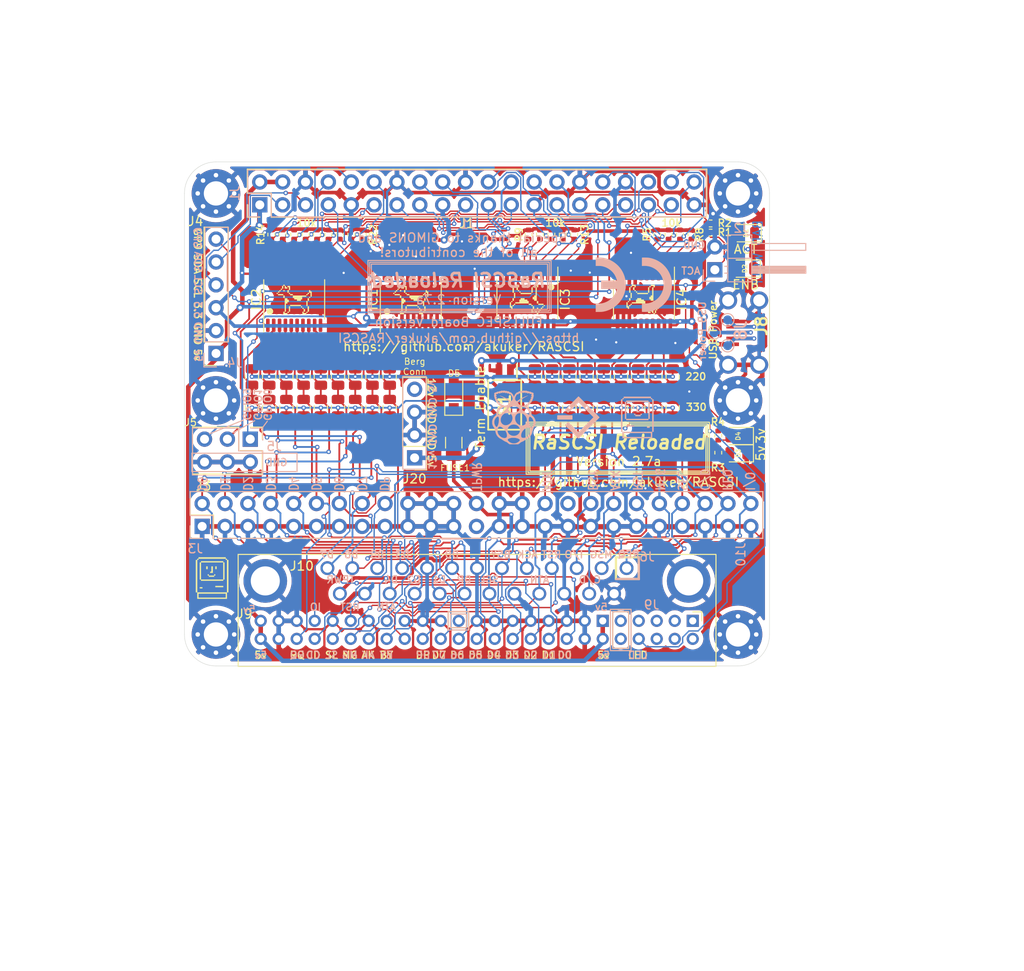
<source format=kicad_pcb>
(kicad_pcb (version 20211014) (generator pcbnew)
  (layers (0 "F.Cu" signal "Top") (31 "B.Cu" signal "Bottom") (34 "B.Paste" user) (35 "F.Paste" user) (36 "B.SilkS" user "B.Silkscreen") (37 "F.SilkS" user "F.Silkscreen") (38 "B.Mask" user) (39 "F.Mask" user) (44 "Edge.Cuts" user))
  (net 0 "")
  (net 1 "GND")
  (net 2 "+3V3")
  (net 3 "+5V")
  (net 4 "C-REQ")
  (net 5 "C-MSG")
  (net 6 "C-BSY")
  (net 7 "C-SEL")
  (net 8 "C-RST")
  (net 9 "C-ACK")
  (net 10 "C-ATN")
  (net 11 "C-DP")
  (net 12 "C-D0")
  (net 13 "C-D1")
  (net 14 "C-D2")
  (net 15 "C-D3")
  (net 16 "C-D4")
  (net 17 "C-D5")
  (net 18 "C-D6")
  (net 19 "C-D7")
  (net 20 "C-I_O")
  (net 21 "C-C_D")
  (net 22 "TERMPOW")
  (net 23 "PI-D7")
  (net 24 "PI-D6")
  (net 25 "PI-D5")
  (net 26 "PI-D4")
  (net 27 "PI-D3")
  (net 28 "PI-D2")
  (net 29 "PI-D1")
  (net 30 "PI-D0")
  (net 31 "PI-DP")
  (net 32 "PI-BSY")
  (net 33 "PI-MSG")
  (net 34 "PI-C_D")
  (net 35 "PI-REQ")
  (net 36 "PI-I_O")
  (net 37 "PI-ATN")
  (net 38 "PI-ACK")
  (net 39 "PI-RST")
  (net 40 "PI-SEL")
  (net 41 "Net-(D2-Pad2)")
  (net 42 "Net-(D3-Pad2)")
  (net 43 "Net-(D4-Pad2)")
  (net 44 "DBG_LED")
  (net 45 "PI_SCL")
  (net 46 "PI_SDA")
  (net 47 "/TERM_GND")
  (net 48 "/TERM_5v")
  (net 49 "PI-IND")
  (net 50 "PI-TAD")
  (net 51 "PI-DTD")
  (net 52 "Net-(D5-Pad1)")
  (net 53 "PI_GPIO1")
  (net 54 "PI_GPIO0")
  (net 55 "PI_GPIO9")
  (net 56 "USB_Pin_4")
  (net 57 "USB_Pin_3")
  (net 58 "USB_Pin_2")
  (net 59 "PI-ACT")
  (net 73 "Net-(D1-Pad2)")
  (footprint "LED_SMD:LED_0805_2012Metric" (layer "F.Cu") (at 236.0295 74.8665 180)
    (fp_text reference "D3")
    (fp_text value "Green")
  )
  (footprint "LED_SMD:LED_0805_2012Metric" (layer "F.Cu") (at 236.9035 50.419 180)
    (fp_text reference "D1")
    (fp_text value "Green")
  )
  (footprint "LED_SMD:LED_0805_2012Metric" (layer "F.Cu") (at 236.7915 54.356 180)
    (fp_text reference "D2")
    (fp_text value "Green")
  )
  (footprint "MountingHole:MountingHole_2.7mm_M2.5_Pad_Via" (layer "F.Cu") (at 178 46)
    (fp_text reference "H1" hide)
    (fp_text value "Hole1" hide)
  )
  (footprint "MountingHole:MountingHole_2.7mm_M2.5_Pad_Via" (layer "F.Cu") (at 178 69)
    (fp_text reference "H3" hide)
    (fp_text value "Hole3" hide)
  )
  (footprint "MountingHole:MountingHole_2.7mm_M2.5_Pad_Via" (layer "F.Cu") (at 178 95)
    (fp_text reference "H5" hide)
    (fp_text value "Hole4")
  )
  (footprint "Connector_PinSocket_2.54mm:PinSocket_1x06_P2.54mm_Vertical" (layer "F.Cu") (at 178.01 63.78 180)
    (fp_text reference "J4")
    (fp_text value "I2C Pinout")
  )
  (footprint "MountingHole:MountingHole_2.7mm_M2.5_Pad_Via" (layer "F.Cu") (at 236 69)
    (fp_text reference "H4" hide)
    (fp_text value "Hole5" hide)
  )
  (footprint "MountingHole:MountingHole_2.7mm_M2.5_Pad_Via" (layer "F.Cu") (at 236 95)
    (fp_text reference "H6" hide)
    (fp_text value "Hole6")
  )
  (footprint "MountingHole:MountingHole_2.7mm_M2.5_Pad_Via" (layer "F.Cu") (at 236 46)
    (fp_text reference "H2" hide)
    (fp_text value "Hole2" hide)
  )
  (footprint "Resistor_SMD:R_0805_2012Metric" (layer "F.Cu") (at 221.09 66.4 -90)
    (fp_text reference "R31")
    (fp_text value "220")
  )
  (footprint "Fuse:Fuse_1206_3216Metric" (layer "F.Cu") (at 204.42 73.69 -90)
    (fp_text reference "FUSE1")
    (fp_text value "1A")
  )
  (footprint "Package_SO:TSSOP-20_4.4x6.5mm_P0.65mm" (layer "F.Cu") (at 199.644 57.785 90)
    (fp_text reference "IC1")
    (fp_text value "SN74LVT245BPWR")
  )
  (footprint "Package_SO:TSSOP-20_4.4x6.5mm_P0.65mm" (layer "F.Cu") (at 212.598 57.785 -90)
    (fp_text reference "IC3")
    (fp_text value "SN74LVT245BPWR")
  )
  (footprint "Resistor_SMD:R_0402_1005Metric" (layer "F.Cu") (at 232.9585 49.3395)
    (fp_text reference "R2")
    (fp_text value "2k")
  )
  (footprint "Resistor_SMD:R_0402_1005Metric" (layer "F.Cu") (at 233.807 74.803 -90)
    (fp_text reference "R3")
    (fp_text value "5.1k")
  )
  (footprint "Resistor_SMD:R_0402_1005Metric" (layer "F.Cu") (at 227.0125 50.569 -90)
    (fp_text reference "R5")
    (fp_text value "10k")
  )
  (footprint "Resistor_SMD:R_0402_1005Metric" (layer "F.Cu") (at 228.2825 50.569 -90)
    (fp_text reference "R6" hide)
    (fp_text value "10k")
  )
  (footprint "Resistor_SMD:R_0402_1005Metric" (layer "F.Cu") (at 229.5525 50.569 -90)
    (fp_text reference "R7" hide)
    (fp_text value "10k")
  )
  (footprint "Resistor_SMD:R_0402_1005Metric" (layer "F.Cu") (at 212.725 50.569 -90)
    (fp_text reference "R9")
    (fp_text value "10k")
  )
  (footprint "Resistor_SMD:R_0402_1005Metric" (layer "F.Cu") (at 215.265 50.569 -90)
    (fp_text reference "R11" hide)
    (fp_text value "10k")
  )
  (footprint "Resistor_SMD:R_0402_1005Metric" (layer "F.Cu") (at 216.535 50.569 -90)
    (fp_text reference "R12" hide)
    (fp_text value "10k")
  )
  (footprint "Resistor_SMD:R_0402_1005Metric" (layer "F.Cu") (at 217.805 50.569 -90)
    (fp_text reference "R13")
    (fp_text value "10k")
  )
  (footprint "Resistor_SMD:R_0402_1005Metric" (layer "F.Cu") (at 185.42 50.569 -90)
    (fp_text reference "R15" hide)
    (fp_text value "10k")
  )
  (footprint "Resistor_SMD:R_0402_1005Metric" (layer "F.Cu") (at 186.69 50.569 -90)
    (fp_text reference "R16" hide)
    (fp_text value "10k")
  )
  (footprint "Resistor_SMD:R_0402_1005Metric" (layer "F.Cu") (at 190.5 50.569 -90)
    (fp_text reference "R19" hide)
    (fp_text value "10k")
  )
  (footprint "Resistor_SMD:R_0402_1005Metric" (layer "F.Cu") (at 191.77 50.569 -90)
    (fp_text reference "R20" hide)
    (fp_text value "10k")
  )
  (footprint "Resistor_SMD:R_0402_1005Metric" (layer "F.Cu") (at 193.04 50.569 -90)
    (fp_text reference "R21" hide)
    (fp_text value "10k")
  )
  (footprint "Resistor_SMD:R_0402_1005Metric" (layer "F.Cu") (at 194.31 50.569 -90)
    (fp_text reference "R22")
    (fp_text value "10k")
  )
  (footprint "Resistor_SMD:R_0805_2012Metric" (layer "F.Cu") (at 223.0025 66.4 -90)
    (fp_text reference "R23")
    (fp_text value "220")
  )
  (footprint "Resistor_SMD:R_0805_2012Metric" (layer "F.Cu") (at 224.915 66.4 -90)
    (fp_text reference "R24")
    (fp_text value "220")
  )
  (footprint "Resistor_SMD:R_0805_2012Metric" (layer "F.Cu") (at 226.8275 66.4 -90)
    (fp_text reference "R25")
    (fp_text value "220")
  )
  (footprint "Resistor_SMD:R_0805_2012Metric" (layer "F.Cu") (at 228.74 66.4 -90)
    (fp_text reference "R26")
    (fp_text value "220")
  )
  (footprint "Resistor_SMD:R_0805_2012Metric" (layer "F.Cu") (at 213.44 66.4 -90)
    (fp_text reference "R27")
    (fp_text value "220")
  )
  (footprint "Resistor_SMD:R_0805_2012Metric" (layer "F.Cu") (at 215.3525 66.4 -90)
    (fp_text reference "R28")
    (fp_text value "220")
  )
  (footprint "Resistor_SMD:R_0805_2012Metric" (layer "F.Cu") (at 217.265 66.4 -90)
    (fp_text reference "R29")
    (fp_text value "220")
  )
  (footprint "Resistor_SMD:R_0805_2012Metric" (layer "F.Cu") (at 219.1775 66.4 -90)
    (fp_text reference "R30")
    (fp_text value "220")
  )
  (footprint "Resistor_SMD:R_0805_2012Metric" (layer "F.Cu") (at 185.825 66.4 -90)
    (fp_text reference "R34")
    (fp_text value "220")
  )
  (footprint "Resistor_SMD:R_0805_2012Metric" (layer "F.Cu") (at 187.7375 66.4 -90)
    (fp_text reference "R35")
    (fp_text value "220")
  )
  (footprint "Resistor_SMD:R_0805_2012Metric" (layer "F.Cu") (at 189.65 66.4 -90)
    (fp_text reference "R36")
    (fp_text value "220")
  )
  (footprint "Resistor_SMD:R_0805_2012Metric" (layer "F.Cu") (at 191.5625 66.4 -90)
    (fp_text reference "R37")
    (fp_text value "220")
  )
  (footprint "Resistor_SMD:R_0805_2012Metric" (layer "F.Cu") (at 193.475 66.4 -90)
    (fp_text reference "R38")
    (fp_text value "220")
  )
  (footprint "Resistor_SMD:R_0805_2012Metric" (layer "F.Cu") (at 195.3875 66.4 -90)
    (fp_text reference "R39")
    (fp_text value "220")
  )
  (footprint "Resistor_SMD:R_0805_2012Metric" (layer "F.Cu") (at 197.3 66.4 -90)
    (fp_text reference "R40")
    (fp_text value "220")
  )
  (footprint "Resistor_SMD:R_0805_2012Metric" (layer "F.Cu") (at 223.0025 69.8 90)
    (fp_text reference "R41")
    (fp_text value "330")
  )
  (footprint "Resistor_SMD:R_0805_2012Metric" (layer "F.Cu") (at 224.915 69.8 90)
    (fp_text reference "R42")
    (fp_text value "330")
  )
  (footprint "Resistor_SMD:R_0805_2012Metric" (layer "F.Cu") (at 226.8275 69.8 90)
    (fp_text reference "R43")
    (fp_text value "330")
  )
  (footprint "Resistor_SMD:R_0805_2012Metric" (layer "F.Cu") (at 228.74 69.8 90)
    (fp_text reference "R44")
    (fp_text value "330")
  )
  (footprint "Resistor_SMD:R_0805_2012Metric" (layer "F.Cu") (at 213.44 69.8 90)
    (fp_text reference "R45")
    (fp_text value "330")
  )
  (footprint "Resistor_SMD:R_0805_2012Metric" (layer "F.Cu") (at 215.3525 69.8 90)
    (fp_text reference "R46")
    (fp_text value "330")
  )
  (footprint "Resistor_SMD:R_0805_2012Metric" (layer "F.Cu") (at 217.265 69.8 90)
    (fp_text reference "R47")
    (fp_text value "330")
  )
  (footprint "Resistor_SMD:R_0805_2012Metric" (layer "F.Cu") (at 219.1775 69.8 90)
    (fp_text reference "R48")
    (fp_text value "330")
  )
  (footprint "Resistor_SMD:R_0805_2012Metric" (layer "F.Cu") (at 221.09 69.8 90)
    (fp_text reference "R49")
    (fp_text value "330")
  )
  (footprint "Resistor_SMD:R_0805_2012Metric" (layer "F.Cu") (at 182 69.8 90)
    (fp_text reference "R50")
    (fp_text value "330")
  )
  (footprint "Resistor_SMD:R_0805_2012Metric" (layer "F.Cu") (at 183.9125 69.8 90)
    (fp_text reference "R51")
    (fp_text value "330")
  )
  (footprint "Resistor_SMD:R_0805_2012Metric" (layer "F.Cu") (at 185.825 69.8 90)
    (fp_text reference "R52")
    (fp_text value "330")
  )
  (footprint "Resistor_SMD:R_0805_2012Metric" (layer "F.Cu") (at 187.7375 69.8 90)
    (fp_text reference "R53")
    (fp_text value "330")
  )
  (footprint "Resistor_SMD:R_0805_2012Metric" (layer "F.Cu") (at 189.65 69.8 90)
    (fp_text reference "R54")
    (fp_text value "330")
  )
  (footprint "Resistor_SMD:R_0805_2012Metric" (layer "F.Cu") (at 191.5625 69.8 90)
    (fp_text reference "R55")
    (fp_text value "330")
  )
  (footprint "Resistor_SMD:R_0805_2012Metric" (layer "F.Cu") (at 193.475 69.8 90)
    (fp_text reference "R56")
    (fp_text value "330")
  )
  (footprint "Resistor_SMD:R_0805_2012Metric" (layer "F.Cu") (at 195.3875 69.8 90)
    (fp_text reference "R57")
    (fp_text value "330")
  )
  (footprint "Resistor_SMD:R_0805_2012Metric" (layer "F.Cu") (at 197.3 69.8 90)
    (fp_text reference "R58")
    (fp_text value "330")
  )
  (footprint "SamacSys_Parts:dogcow_4p5mm" (layer "F.Cu") (at 186.679993 57.779997)
    (fp_text reference "X2" hide)
    (fp_text value "Dogcow" hide)
  )
  (footprint "SamacSys_Parts:dogcow_4p5mm" (layer "F.Cu") (at 225.562008 57.790004 180)
    (fp_text reference "X4" hide)
    (fp_text value "Dogcow" hide)
  )
  (footprint "SamacSys_Parts:dogcow_4p5mm" (layer "F.Cu") (at 212.608008 57.790004 180)
    (fp_text reference "X5" hide)
    (fp_text value "Dogcow" hide)
  )
  (footprint "SamacSys_Parts:dogcow_4p5mm" (layer "F.Cu") (at 199.633993 57.779997)
    (fp_text reference "X6" hide)
    (fp_text value "Dogcow" hide)
  )
  (footprint "Resistor_SMD:R_0402_1005Metric" (layer "F.Cu") (at 189.23 50.569 -90)
    (fp_text reference "R18" hide)
    (fp_text value "10k")
  )
  (footprint "Resistor_SMD:R_0402_1005Metric" (layer "F.Cu") (at 184.15 50.569 -90)
    (fp_text reference "R14")
    (fp_text value "10k")
  )
  (footprint "Resistor_SMD:R_0402_1005Metric" (layer "F.Cu") (at 187.96 50.569 -90)
    (fp_text reference "R17" hide)
    (fp_text value "10k")
  )
  (footprint "Resistor_SMD:R_0805_2012Metric" (layer "F.Cu") (at 182 66.4 -90)
    (fp_text reference "R32")
    (fp_text value "220")
  )
  (footprint "Resistor_SMD:R_0805_2012Metric" (layer "F.Cu") (at 183.9125 66.4 -90)
    (fp_text reference "R33")
    (fp_text value "220")
  )
  (footprint "Package_SO:TSSOP-20_4.4x6.5mm_P0.65mm" (layer "F.Cu") (at 225.552 57.785 -90)
    (fp_text reference "IC4")
    (fp_text value "SN74LVT245BPWR")
  )
  (footprint "Resistor_SMD:R_0402_1005Metric" (layer "F.Cu") (at 233.807 72.898 -90)
    (fp_text reference "R4")
    (fp_text value "2k")
  )
  (footprint "rascsi_din:SOIC127P812X230-4N" (layer "F.Cu") (at 210.08 69.4995 -90)
    (fp_text reference "S1")
    (fp_text value "Switch x2" hide)
  )
  (footprint "Diode_SMD:D_SOD-123F" (layer "F.Cu") (at 204.42 68.4475 90)
    (fp_text reference "D5")
    (fp_text value "SM4007PL")
  )
  (footprint "Package_SO:TSSOP-20_4.4x6.5mm_P0.65mm" (layer "F.Cu") (at 186.69 57.785 90)
    (fp_text reference "IC2")
    (fp_text value "SN74LVT245BPWR")
  )
  (footprint "LED_SMD:LED_0805_2012Metric" (layer "F.Cu") (at 236.0295 72.9615 180)
    (fp_text reference "D4")
    (fp_text value "Green")
  )
  (footprint "Resistor_SMD:R_0402_1005Metric" (layer "F.Cu") (at 232.9585 50.3555)
    (fp_text reference "R1")
    (fp_text value "2k")
  )
  (footprint "SamacSys_Parts:mac_happy_small" (layer "F.Cu") (at 177.6095 88.7095)
    (fp_text reference "X1" hide)
    (fp_text value "Mac" hide)
  )
  (footprint "SamacSys_Parts:U254051N4BH806" (layer "F.Cu") (at 237.39 61.46 90)
    (fp_text reference "J8")
    (fp_text value "USB_B_Micro" hide)
  )
  (footprint "Connector_PinHeader_2.54mm:PinHeader_2x25_P2.54mm_Vertical" (layer "F.Cu") (at 176.4665 82.9945 90)
    (fp_text reference "J3")
    (fp_text value "Conn_02x25_Odd_Even")
  )
  (footprint "Connector_PinHeader_2.00mm:PinHeader_2x25_P2.00mm_Horizontal" (layer "F.Cu") (at 230.972 93.488 -90)
    (fp_text reference "J9" hide)
    (fp_text value "Conn_02x25_Odd_Even")
  )
  (footprint "Resistor_SMD:R_0402_1005Metric" (layer "F.Cu") (at 230.8225 50.569 -90)
    (fp_text reference "R8")
    (fp_text value "10k")
  )
  (footprint "Resistor_SMD:R_0402_1005Metric" (layer "F.Cu") (at 213.995 50.569 -90)
    (fp_text reference "R10" hide)
    (fp_text value "10k")
  )
  (footprint "Connector_PinHeader_2.54mm:PinHeader_2x03_P2.54mm_Vertical" (layer "F.Cu") (at 181.81 73.3 -90)
    (fp_text reference "J5")
    (fp_text value "DNP")
  )
  (footprint "Connector_PinHeader_2.54mm:PinHeader_1x04_P2.54mm_Vertical" (layer "F.Cu") (at 200.07 75.38 180)
    (fp_text reference "J20")
    (fp_text value "171826-4")
  )
  (footprint "Connector_PinSocket_2.54mm:PinSocket_2x20_P2.54mm_Vertical" (layer "B.Cu") (at 182.87 47.27 -90)
    (fp_text reference "J1")
    (fp_text value "Raspberry_Pi_2_3")
  )
  (footprint "SamacSys_Parts:pi_logo" (layer "B.Cu") (at 211.1 70.938684 180)
    (fp_text reference "X7" hide)
    (fp_text value "Pi" hide)
  )
  (footprint "SamacSys_Parts:mac_happy_small" (layer "B.Cu") (at 224.78 70.866909 180)
    (fp_text reference "X3" hide)
    (fp_text value "Mac" hide)
  )
  (footprint "SamacSys_Parts:scsi_logo" (layer "B.Cu") (at 218.411965 70.885 180)
    (fp_text reference "X8" hide)
    (fp_text value "Pi" hide)
  )
  (footprint "SamacSys_Parts:L717SDB25PA4CH4F" (layer "B.Cu") (at 223.6216 87.63 180)
    (fp_text reference "J6")
    (fp_text value "CONNFLY DB-25" hide)
  )
  (footprint "Connector_PinHeader_2.54mm:PinHeader_1x02_P2.54mm_Horizontal" (layer "B.Cu") (at 233.426 54.483)
    (fp_text reference "J2")
    (fp_text value "DNP")
  )
  (footprint "TestPoint:TestPoint_Pad_D1.0mm" (layer "B.Cu") (at 233.35 61.48 90)
    (fp_text reference "TP2" hide)
    (fp_text value "TestPoint" hide)
  )
  (footprint "TestPoint:TestPoint_Pad_D1.0mm" (layer "B.Cu") (at 234.85 62.91 90)
    (fp_text reference "TP3" hide)
    (fp_text value "TestPoint")
  )
  (footprint "TestPoint:TestPoint_Pad_D1.0mm" (layer "B.Cu") (at 234.85 60.05 90)
    (fp_text reference "TP1" hide)
    (fp_text value "TestPoint")
  )
  (footprint "Symbol:CE-Logo_8.5x6mm_SilkScreen" (layer "B.Cu") (at 224.43 56.14 180)
    (fp_text reference "X9" hide)
    (fp_text value "CE Logo" hide)
  )
  (gr_line (start 175.3235 76.8985) (end 175.3235 76.7715) (layer "B.SilkS") (width 0.12))
  (gr_line (start 238.76 84.328) (end 177.673 84.328) (layer "B.SilkS") (width 0.12))
  (gr_line (start 225.044 88.9) (end 225.044 86.36) (layer "B.SilkS") (width 0.12))
  (gr_line (start 222.377 88.9) (end 225.044 88.9) (layer "B.SilkS") (width 0.12))
  (gr_line (start 224.917 88.773) (end 224.917 86.487) (layer "B.SilkS") (width 0.12))
  (gr_line (start 222.504 88.773) (end 224.917 88.773) (layer "B.SilkS") (width 0.12))
  (gr_line (start 183.1975 73.406) (end 183.1975 72.0725) (layer "B.SilkS") (width 0.12))
  (gr_rect (start 222.082 92.472) (end 223.86 96.536) (layer "B.SilkS") (width 0.12) (fill none))
  (gr_line (start 175.3235 76.7715) (end 175.3235 74.8665) (layer "B.SilkS") (width 0.12))
  (gr_rect (start 195.265 58.88) (end 214.835 53.85) (layer "B.SilkS") (width 0.12) (fill none))
  (gr_line (start 203.937 57.954) (end 204.064 57.954) (layer "B.SilkS") (width 0.12))
  (gr_line (start 175.387 72.0725) (end 180.5305 72.0725) (layer "B.SilkS") (width 0.12))
  (gr_line (start 183.1975 74.6125) (end 183.1975 77.2795) (layer "B.SilkS") (width 0.12))
  (gr_line (start 175.133 81.788) (end 175.133 79.121) (layer "B.SilkS") (width 0.12))
  (gr_rect (start 194.885 59.23) (end 215.235 53.45) (layer "B.SilkS") (width 0.12) (fill none))
  (gr_line (start 175.133 82.931) (end 175.133 84.328) (layer "B.SilkS") (width 0.12))
  (gr_rect (start 204.048 92.726) (end 205.826 94.25) (layer "B.SilkS") (width 0.12) (fill none))
  (gr_line (start 183.7055 71.3105) (end 183.134 72.0725) (layer "B.SilkS") (width 0.12))
  (gr_line (start 180.5305 72.0725) (end 180.5305 74.6125) (layer "B.SilkS") (width 0.12))
  (gr_line (start 176.784 62.484) (end 179.3875 62.484) (layer "B.SilkS") (width 0.12))
  (gr_line (start 238.76 79.121) (end 238.76 84.328) (layer "B.SilkS") (width 0.12))
  (gr_rect (start 203.794 92.472) (end 206.08 94.504) (layer "B.SilkS") (width 0.12) (fill none))
  (gr_rect (start 195.075 59.06) (end 215.035 53.65) (layer "B.SilkS") (width 0.12) (fill none))
  (gr_rect (start 221.828 92.218) (end 224.114 96.79) (layer "B.SilkS") (width 0.12) (fill none))
  (gr_line (start 175.133 84.328) (end 176.53 84.328) (layer "B.SilkS") (width 0.12))
  (gr_line (start 177.673 84.328) (end 177.673 81.788) (layer "B.SilkS") (width 0.12))
  (gr_line (start 179.3875 62.484) (end 179.37 49.78) (layer "B.SilkS") (width 0.12))
  (gr_line (start 179.3875 49.78) (end 176.784 49.78) (layer "B.SilkS") (width 0.12))
  (gr_line (start 175.133 79.121) (end 238.76 79.121) (layer "B.SilkS") (width 0.12))
  (gr_line (start 183.1975 77.2795) (end 175.387 77.2795) (layer "B.SilkS") (width 0.12))
  (gr_line (start 187.0075 74.8665) (end 187.0075 76.8985) (layer "B.SilkS") (width 0.12))
  (gr_line (start 177.673 81.788) (end 175.133 81.788) (layer "B.SilkS") (width 0.12))
  (gr_line (start 187.0075 76.8985) (end 175.3235 76.8985) (layer "B.SilkS") (width 0.12))
  (gr_rect (start 198.76 66.33) (end 201.34 76.64) (layer "B.SilkS") (width 0.12) (fill none))
  (gr_line (start 175.387 77.2795) (end 175.387 72.0725) (layer "B.SilkS") (width 0.12))
  (gr_line (start 176.657 63.754) (end 176.657 65.278) (layer "B.SilkS") (width 0.12))
  (gr_line (start 176.657 65.278) (end 178.054 65.278) (layer "B.SilkS") (width 0.12))
  (gr_line (start 183.1975 72.0725) (end 181.864 72.0725) (layer "B.SilkS") (width 0.12))
  (gr_line (start 176.784 49.78) (end 176.784 62.484) (layer "B.SilkS") (width 0.12))
  (gr_line (start 181.0385 71.1835) (end 177.292 72.7075) (layer "B.SilkS") (width 0.12))
  (gr_line (start 175.3235 74.8665) (end 187.0075 74.8665) (layer "B.SilkS") (width 0.12))
  (gr_line (start 180.5305 74.6125) (end 183.1975 74.6125) (layer "B.SilkS") (width 0.12))
  (gr_line (start 182.3085 71.247) (end 179.959 72.5805) (layer "B.SilkS") (width 0.12))
  (gr_circle (center 184 59.098047) (end 184.3 59.098047) (layer "F.SilkS") (width 0.12) (fill solid))
  (gr_line (start 184.15 45.974) (end 181.483 45.974) (layer "F.SilkS") (width 0.12))
  (gr_rect (start 203.794 92.472) (end 206.08 94.504) (layer "F.SilkS") (width 0.12) (fill none))
  (gr_rect (start 222.377 86.36) (end 225.044 88.9) (layer "F.SilkS") (width 0.12) (fill none))
  (gr_line (start 182.88 48.641) (end 181.483 48.641) (layer "F.SilkS") (width 0.12))
  (gr_circle (center 228.14 56.32) (end 228.44 56.32) (layer "F.SilkS") (width 0.12) (fill solid))
  (gr_circle (center 197.01 59.11) (end 197.31 59.11) (layer "F.SilkS") (width 0.12) (fill solid))
  (gr_line (start 232.537 48.641) (end 184.15 48.641) (layer "F.SilkS") (width 0.12))
  (gr_rect (start 212.87 71.82) (end 232.44 76.85) (layer "F.SilkS") (width 0.12) (fill none))
  (gr_line (start 181.483 43.307) (end 232.537 43.307) (layer "F.SilkS") (width 0.12))
  (gr_line (start 181.483 48.641) (end 181.483 47.244) (layer "F.SilkS") (width 0.12))
  (gr_rect (start 222.082 92.472) (end 223.86 96.536) (layer "F.SilkS") (width 0.12) (fill none))
  (gr_line (start 184.15 48.641) (end 184.15 45.974) (layer "F.SilkS") (width 0.12))
  (gr_rect (start 212.67 71.62) (end 232.63 77.03) (layer "F.SilkS") (width 0.12) (fill none))
  (gr_rect (start 212.47 71.42) (end 232.82 77.2) (layer "F.SilkS") (width 0.12) (fill none))
  (gr_rect (start 222.504 86.487) (end 224.917 88.773) (layer "F.SilkS") (width 0.12) (fill none))
  (gr_line (start 232.537 43.307) (end 232.537 48.641) (layer "F.SilkS") (width 0.12))
  (gr_rect (start 180.467 86.106) (end 233.553 98.552) (layer "F.SilkS") (width 0.12) (fill none))
  (gr_circle (center 215.24 56.41) (end 215.54 56.41) (layer "F.SilkS") (width 0.12) (fill solid))
  (gr_rect (start 204.048 92.726) (end 205.826 94.25) (layer "F.SilkS") (width 0.12) (fill none))
  (gr_line (start 181.483 45.974) (end 181.483 43.307) (layer "F.SilkS") (width 0.12))
  (gr_rect (start 221.828 92.218) (end 224.114 96.79) (layer "F.SilkS") (width 0.12) (fill none))
  (gr_line (start 178 42.5) (end 236 42.5) (layer "Edge.Cuts") (width 0.05))
  (gr_line (start 178 98.496) (end 236 98.496) (layer "Edge.Cuts") (width 0.05))
  (gr_arc (start 239.5 94.996) (mid 238.474874 97.470874) (end 236 98.496) (layer "Edge.Cuts") (width 0.05))
  (gr_line (start 174.5 46) (end 174.5 94.996) (layer "Edge.Cuts") (width 0.05))
  (gr_arc (start 236 42.5) (mid 238.474874 43.525126) (end 239.5 46) (layer "Edge.Cuts") (width 0.05))
  (gr_arc (start 174.5 46) (mid 175.525126 43.525126) (end 178 42.5) (layer "Edge.Cuts") (width 0.05))
  (gr_arc (start 178 98.496) (mid 175.525126 97.470874) (end 174.5 94.996) (layer "Edge.Cuts") (width 0.05))
  (gr_line (start 239.5 46) (end 239.5 94.996) (layer "Edge.Cuts") (width 0.05))
  (gr_text "BAD WOLF" (at 238.21 52.7 90) (layer "B.Cu") (effects (font (size 1 1)) (justify mirror)))
  (gr_text "GP9" (at 175.92 50.94 270) (layer "B.SilkS") (effects (font (size 0.8 0.8)) (justify mirror)))
  (gr_text "SDA" (at 176.022 53.594 270) (layer "B.SilkS") (effects (font (size 0.8 0.8)) (justify mirror)))
  (gr_text "SCL" (at 176.022 56.134 270) (layer "B.SilkS") (effects (font (size 0.8 0.8)) (justify mirror)))
  (gr_text "3.3" (at 176.022 58.928 270) (layer "B.SilkS") (effects (font (size 0.8 0.8)) (justify mirror)))
  (gr_text "GND\n" (at 176.022 61.468 270) (layer "B.SilkS") (effects (font (size 0.8 0.8)) (justify mirror)))
  (gr_text "5v" (at 176.022 64.008 270) (layer "B.SilkS") (effects (font (size 0.8 0.8)) (justify mirror)))
  (gr_text "GPIO9" (at 181.4195 69.4055 270) (layer "B.SilkS") (effects (font (size 0.8 0.8)) (justify mirror)))
  (gr_text "GND" (at 184.7215 75.8825) (layer "B.SilkS") (effects (font (size 0.8 0.8)) (justify mirror)))
  (gr_text "ACT" (at 230.759 54.61) (layer "B.SilkS") (effects (font (size 0.8 0.8)) (justify mirror)))
  (gr_text "USB Power" (at 232.03 61.28 90) (layer "B.SilkS") (effects (font (size 0.8 0.8)) (justify mirror)))
  (gr_text "GND" (at 231.14 51.7525) (layer "B.SilkS") (effects (font (size 0.8 0.8)) (justify mirror)))
  (gr_text "I/O" (at 237.2995 77.984381 270) (layer "B.SilkS") (effects (font (size 1 0.8)) (justify mirror)))
  (gr_text "RST" (at 224.826284 77.927238 270) (layer "B.SilkS") (effects (font (size 1 0.8)) (justify mirror)))
  (gr_text "SEL" (at 229.815568 77.946286 270) (layer "B.SilkS") (effects (font (size 1 0.8)) (justify mirror)))
  (gr_text "D0" (at 176.4665 78.232 270) (layer "B.SilkS") (effects (font (size 1 0.8)) (justify mirror)))
  (gr_text "D5" (at 189.12681 78.232 270) (layer "B.SilkS") (effects (font (size 1 0.8)) (justify mirror)))
  (gr_text "BSY" (at 219.837 77.889143 270) (layer "B.SilkS") (effects (font (size 1 0.8)) (justify mirror)))
  (gr_text "D6" (at 191.658872 78.232 270) (layer "B.SilkS") (effects (font (size 1 0.8)) (justify mirror)))
  (gr_text "D1" (at 178.998562 78.232 270) (layer "B.SilkS") (effects (font (size 1 0.8)) (justify mirror)))
  (gr_text "D4" (at 186.594748 78.232 270) (layer "B.SilkS") (effects (font (size 1 0.8)) (justify mirror)))
  (gr_text "D2" (at 181.530624 78.232 270) (layer "B.SilkS") (effects (font (size 1 0.8)) (justify mirror)))
  (gr_text "MSG" (at 227.320926 77.774858 270) (layer "B.SilkS") (effects (font (size 1 0.8)) (justify mirror)))
  (gr_text "TPWR" (at 206.9465 77.451048 270) (layer "B.SilkS") (effects (font (size 1 0.8)) (justify mirror)))
  (gr_text "D3" (at 184.062686 78.232 270) (layer "B.SilkS") (effects (font (size 1 0.8)) (justify mirror)))
  (gr_text "C/D" (at 232.31021 77.793905 270) (layer "B.SilkS") (effects (font (size 1 0.8)) (justify mirror)))
  (gr_text "ACK" (at 222.331642 77.870096 270) (layer "B.SilkS") (effects (font (size 1 0.8)) (justify mirror)))
  (gr_text "ATN" (at 214.757 77.946286 270) (layer "B.SilkS") (effects (font (size 1 0.8)) (justify mirror)))
  (gr_text "DP" (at 196.723 78.232 270) (layer "B.SilkS") (effects (font (size 1 0.8)) (justify mirror)))
  (gr_text "D7" (at 194.190934 78.232 270) (layer "B.SilkS") (effects (font (size 1 0.8)) (justify mirror)))
  (gr_text "REQ" (at 234.804852 77.832 270) (layer "B.SilkS") (effects (font (size 1 0.8)) (justify mirror)))
  (gr_text "REQ" (at 223.86 86.087) (layer "B.SilkS") (effects (font (size 0.8 0.8)) (justify mirror)))
  (gr_text "D7" (at 190.332 86.122) (layer "B.SilkS") (effects (font (size 0.8 0.8)) (justify mirror)))
  (gr_text "DP" (at 205.572 88.916) (layer "B.SilkS") (effects (font (size 0.8 0.8)) (justify mirror)))
  (gr_text "ATN" (at 213.954 88.916) (layer "B.SilkS") (effects (font (size 0.8 0.8)) (justify mirror)))
  (gr_text "ACK" (at 212.598 86.125096) (layer "B.SilkS") (effects (font (size 0.8 0.8)) (justify mirror)))
  (gr_text "C/D" (at 219.542 88.916) (layer "B.SilkS") (effects (font (size 0.8 0.8)) (justify mirror)))
  (gr_text "D3" (at 198.714 86.122) (layer "B.SilkS") (effects (font (size 0.8 0.8)) (justify mirror)))
  (gr_text "TPWR" (at 191.856 88.916) (layer "B.SilkS") (effects (font (size 0.8 0.8)) (justify mirror)))
  (gr_text "MSG" (at 220.812 86.122) (layer "B.SilkS") (effects (font (size 0.8 0.8)) (justify mirror)))
  (gr_text "D2" (at 199.984 88.916) (layer "B.SilkS") (effects (font (size 0.8 0.8)) (justify mirror)))
  (gr_text "D4" (at 197.444 88.916) (layer "B.SilkS") (effects (font (size 0.8 0.8)) (justify mirror)))
  (gr_text "D1" (at 202.778 88.916) (layer "B.SilkS") (effects (font (size 0.8 0.8)) (justify mirror)))
  (gr_text "D6" (at 193.04 86.122) (layer "B.SilkS") (effects (font (size 0.8 0.8)) (justify mirror)))
  (gr_text "BSY" (at 209.636 86.122) (layer "B.SilkS") (effects (font (size 0.8 0.8)) (justify mirror)))
  (gr_text "D5" (at 195.92 86.122) (layer "B.SilkS") (effects (font (size 0.8 0.8)) (justify mirror)))
  (gr_text "D0" (at 204.216 86.122) (layer "B.SilkS") (effects (font (size 0.8 0.8)) (justify mirror)))
  (gr_text "SEL" (at 208.366 88.916) (layer "B.SilkS") (effects (font (size 0.8 0.8)) (justify mirror)))
  (gr_text "RST" (at 215.265 86.122) (layer "B.SilkS") (effects (font (size 0.8 0.8)) (justify mirror)))
  (gr_text "I/O" (at 217.764 86.122) (layer "B.SilkS") (effects (font (size 0.8 0.8)) (justify mirror)))
  (gr_text "J6" (at 225.892 86.376) (layer "B.SilkS") (effects (font (size 1 1)) (justify mirror)))
  (gr_text "AK" (at 194.904 97.298) (layer "B.SilkS") (effects (font (size 0.8 0.8)) (justify mirror)))
  (gr_text "5v" (at 182.966 97.298) (layer "B.SilkS") (effects (font (size 0.8 0.8)) (justify mirror)))
  (gr_text "LED" (at 224.876 97.298) (layer "B.SilkS") (effects (font (size 0.8 0.8)) (justify mirror)))
  (gr_text "ATN" (at 196.936 91.964) (layer "B.SilkS") (effects (font (size 0.8 0.8)) (justify mirror)))
  (gr_text "J10" (at 236.306 86.122 90) (layer "B.SilkS") (effects (font (size 1 1)) (justify mirror)))
  (gr_text "MG" (at 192.872 97.298) (layer "B.SilkS") (effects (font (size 0.8 0.8)) (justify mirror)))
  (gr_text "D6" (at 204.81 97.298) (layer "B.SilkS") (effects (font (size 0.8 0.8)) (justify mirror)))
  (gr_text "5v" (at 181.696 92.218) (layer "B.SilkS") (effects (font (size 0.8 0.8)) (justify mirror)))
  (gr_text "D1" (at 214.97 97.298) (layer "B.SilkS") (effects (font (size 0.8 0.8)) (justify mirror)))
  (gr_text "D5" (at 206.842 97.298) (layer "B.SilkS") (effects (font (size 0.8 0.8)) (justify mirror)))
  (gr_text "IO" (at 189.062 91.964) (layer "B.SilkS") (effects (font (size 0.8 0.8)) (justify mirror)))
  (gr_text "D4" (at 208.874 97.298) (layer "B.SilkS") (effects (font (size 0.8 0.8)) (justify mirror)))
  (gr_text "J5" (at 184.4675 74.1045) (layer "B.SilkS") (effects (font (size 1 1)) (justify mirror)))
  (gr_text "5v" (at 220.812 91.964) (layer "B.SilkS") (effects (font (size 0.8 0.8)) (justify mirror)))
  (gr_text "J9" (at 226.4 91.71) (layer "B.SilkS") (effects (font (size 1 1)) (justify mirror)))
  (gr_text "GPIO0" (at 183.7055 69.469 270) (layer "B.SilkS") (effects (font (size 0.8 0.8)) (justify mirror)))
  (gr_text "D2" (at 212.938 97.298) (layer "B.SilkS") (effects (font (size 0.8 0.8)) (justify mirror)))
  (gr_text "GND\n" (at 202.04 69.868573 -90) (layer "B.SilkS") (effects (font (size 0.8 0.8)) (justify mirror)))
  (gr_text "J3" (at 175.7045 85.471) (layer "B.SilkS") (effects (font (size 1 1)) (justify mirror)))
  (gr_text "5v" (at 221.066 97.298) (layer "B.SilkS") (effects (font (size 0.8 0.8)) (justify mirror)))
  (gr_text "Special thanks to GIMONS and \nall of the contributors!" (at 205 51.74) (layer "B.SilkS") (effects (font (size 1 1)) (justify mirror)))
  (gr_text "12v" (at 202.04 75.6 -90) (layer "B.SilkS") (effects (font (size 0.8 0.8)) (justify mirror)))
  (gr_text "J1" (at 205.994 49.403) (layer "B.SilkS") (effects (font (size 1 1)) (justify mirror)))
  (gr_text "BY" (at 196.936 97.298) (layer "B.SilkS") (effects (font (size 0.8 0.8)) (justify mirror)))
  (gr_text "SL" (at 190.84 97.298) (layer "B.SilkS") (effects (font (size 0.8 0.8)) (justify mirror)))
  (gr_text "RST" (at 192.872 91.964) (layer "B.SilkS") (effects (font (size 0.8 0.8)) (justify mirror)))
  (gr_text "D0" (at 216.748 97.298) (layer "B.SilkS") (effects (font (size 0.8 0.8)) (justify mirror)))
  (gr_text "D7" (at 202.778 97.298) (layer "B.SilkS") (effects (font (size 0.8 0.8)) (justify mirror)))
  (gr_text "Version 2.7a" (at 204.945 57.81) (layer "B.SilkS") (effects (font (size 1 1)) (justify mirror)))
  (gr_text "GPIO1" (at 182.626 69.4055 270) (layer "B.SilkS") (effects (font (size 0.8 0.8)) (justify mirror)))
  (gr_text "J8" (at 236.306 61.23 90) (layer "B.SilkS") (effects (font (size 1.27 1.27) (thickness 0.23)) (justify mirror)))
  (gr_text "GND\n" (at 202.04 72.810477 -90) (layer "B.SilkS") (effects (font (size 0.8 0.8)) (justify mirror)))
  (gr_text "RQ" (at 187.03 97.298) (layer "B.SilkS") (effects (font (size 0.8 0.8)) (justify mirror)))
  (gr_text "CD" (at 188.808 97.298) (layer "B.SilkS") (effects (font (size 0.8 0.8)) (justify mirror)))
  (gr_text "DP" (at 201 97.298) (layer "B.SilkS") (effects (font (size 0.8 0.8)) (justify mirror)))
  (gr_text "https://github.com/akuker/RASCSI" (at 204.97 62.09) (layer "B.SilkS") (effects (font (size 1 1)) (justify mirror)))
  (gr_text "5v" (at 202.04 67.46 -90) (layer "B.SilkS") (effects (font (size 0.8 0.8)) (justify mirror)))
  (gr_text "FULLSPEC Board Version" (at 204.97 60.28) (layer "B.SilkS") (effects (font (size 1 1)) (justify mirror)))
  (gr_text "RaSCSI Reloaded" (at 204.945 55.67) (layer "B.SilkS") (effects (font (size 1.5 1.5) (thickness 0.3) italic) (justify mirror)))
  (gr_text "D3" (at 210.906 97.298) (layer "B.SilkS") (effects (font (size 0.8 0.8)) (justify mirror)))
  (gr_text "J4" (at 180.086 64.8335) (layer "B.SilkS") (effects (font (size 1 1)) (justify mirror)))
  (gr_text "330" (at 231.36 69.74) (layer "F.SilkS") (effects (font (size 0.8 0.8))))
  (gr_text "SDA" (at 175.9712 53.826868 270) (layer "F.SilkS") (effects (font (size 0.8 0.8))))
  (gr_text "SCL" (at 175.9712 56.497546 270) (layer "F.SilkS") (effects (font (size 0.8 0.8))))
  (gr_text "10k" (at 228.6 49.276) (layer "F.SilkS") (effects (font (size 0.8 0.8))))
  (gr_text "3v" (at 238.56 72.93 90) (layer "F.SilkS") (effects (font (size 1 1))))
  (gr_text "https://github.com/akuker/RASCSI" (at 222.71 78.08) (layer "F.SilkS") (effects (font (size 1 1))))
  (gr_text "ACT" (at 236.855 52.197) (layer "F.SilkS") (effects (font (size 1 1))))
  (gr_text "ENB" (at 236.855 56.134) (layer "F.SilkS") (effects (font (size 1 1))))
  (gr_text "J1" (at 205.867 49.3395) (layer "F.SilkS") (effects (font (size 1 1))))
  (gr_text "USB Power" (at 233.2355 61.1505 90) (layer "F.SilkS") (effects (font (size 0.8 0.8))))
  (gr_text "SL" (at 190.84 97.298) (layer "F.SilkS") (effects (font (size 0.8 0.8))))
  (gr_text "RQ" (at 187.03 97.298) (layer "F.SilkS") (effects (font (size 0.8 0.8))))
  (gr_text "CD" (at 188.808 97.298) (layer "F.SilkS") (effects (font (size 0.8 0.8))))
  (gr_text "5v" (at 182.966 97.298) (layer "F.SilkS") (effects (font (size 0.8 0.8))))
  (gr_text "MG" (at 192.872 97.298) (layer "F.SilkS") (effects (font (size 0.8 0.8))))
  (gr_text "5v" (at 221.066 97.298) (layer "F.SilkS") (effects (font (size 0.8 0.8))))
  (gr_text "AK" (at 194.904 97.298) (layer "F.SilkS") (effects (font (size 0.8 0.8))))
  (gr_text "BY" (at 196.936 97.298) (layer "F.SilkS") (effects (font (size 0.8 0.8))))
  (gr_text "D6" (at 204.81 97.298) (layer "F.SilkS") (effects (font (size 0.8 0.8))))
  (gr_text "D7" (at 202.778 97.298) (layer "F.SilkS") (effects (font (size 0.8 0.8))))
  (gr_text "D4" (at 208.874 97.298) (layer "F.SilkS") (effects (font (size 0.8 0.8))))
  (gr_text "D3" (at 210.906 97.298) (layer "F.SilkS") (effects (font (size 0.8 0.8))))
  (gr_text "D2" (at 212.938 97.298) (layer "F.SilkS") (effects (font (size 0.8 0.8))))
  (gr_text "D0" (at 216.748 97.298) (layer "F.SilkS") (effects (font (size 0.8 0.8))))
  (gr_text "D1" (at 214.97 97.298) (layer "F.SilkS") (effects (font (size 0.8 0.8))))
  (gr_text "D5" (at 206.842 97.298) (layer "F.SilkS") (effects (font (size 0.8 0.8))))
  (gr_text "DP" (at 201 97.298) (layer "F.SilkS") (effects (font (size 0.8 0.8))))
  (gr_text "LED" (at 224.876 97.298) (layer "F.SilkS") (effects (font (size 0.8 0.8))))
  (gr_text "J10" (at 187.538 87.392) (layer "F.SilkS") (effects (font (size 1 1))))
  (gr_text "Berg\nConn" (at 200.08 65.24) (layer "F.SilkS") (effects (font (size 0.7 0.7) (thickness 0.1))))
  (gr_text "3.3" (at 175.9712 58.996795 270) (layer "F.SilkS") (effects (font (size 0.8 0.8))))
  (gr_text "10k" (at 188.0616 49.276) (layer "F.SilkS") (effects (font (size 0.8 0.8))))
  (gr_text "5v" (at 175.9712 63.9572 270) (layer "F.SilkS") (effects (font (size 0.8 0.8))))
  (gr_text "J9" (at 181.188 92.726) (layer "F.SilkS") (effects (font (size 1 1))))
  (gr_text "Term Enable" (at 207.38 69.8 90) (layer "F.SilkS") (effects (font (size 1 1))))
  (gr_text "GND\n" (at 201.93 73.301427 270) (layer "F.SilkS") (effects (font (size 0.8 0.8))))
  (gr_text "12v" (at 201.93 67.57 270) (layer "F.SilkS") (effects (font (size 0.8 0.8))))
  (gr_text "GND\n" (at 175.9712 61.610329 270) (layer "F.SilkS") (effects (font (size 0.8 0.8))))
  (gr_text "GP9" (at 175.9712 51.08 -90) (layer "F.SilkS") (effects (font (size 0.8 0.8))))
  (gr_text "10k" (at 215.6968 49.276) (layer "F.SilkS") (effects (font (size 0.8 0.8))))
  (gr_text "https://github.com/akuker/RASCSI" (at 205.54 63.02) (layer "F.SilkS") (effects (font (size 1 1))))
  (gr_text "RaSCSI Reloaded" (at 222.76 73.64) (layer "F.SilkS") (effects (font (size 1.5 1.5) (thickness 0.3) italic)))
  (gr_text "GND\n" (at 201.93 70.359523 270) (layer "F.SilkS") (effects (font (size 0.8 0.8))))
  (gr_text "5v" (at 238.53 74.87 90) (layer "F.SilkS") (effects (font (size 1 1))))
  (gr_text "Version 2.7a" (at 222.76 75.78) (layer "F.SilkS") (effects (font (size 1 1))))
  (gr_text "220" (at 231.31 66.35) (layer "F.SilkS") (effects (font (size 0.8 0.8))))
  (gr_text "5v" (at 201.93 75.71 270) (layer "F.SilkS") (effects (font (size 0.8 0.8))))
  (segment (start 218.78 97.298) (end 218.972 97.106) (width 0.5) (layer "F.Cu") (net 1))
  (segment (start 235.479521 60.234521) (end 237.175479 60.234521) (width 0.4) (layer "F.Cu") (net 1))
  (segment (start 212.044999 97.175001) (end 211.922 97.298) (width 0.25) (layer "F.Cu") (net 1))
  (segment (start 218.469499 79.340999) (end 217.932 78.8035) (width 0.4) (layer "F.Cu") (net 1))
  (segment (start 190.972 93.488) (end 191.874001 94.390001) (width 0.2) (layer "F.Cu") (net 1))
  (segment (start 200.22 53.01) (end 200.29 53.08) (width 0.4) (layer "F.Cu") (net 1))
  (segment (start 223.51 44.73) (end 222.407999 45.832001) (width 0.25) (layer "F.Cu") (net 1))
  (segment (start 190.972 93.488) (end 190.044999 94.415001) (width 0.25) (layer "F.Cu") (net 1))
  (segment (start 236.823 65.043) (end 234.878 65.043) (width 0.5) (layer "F.Cu") (net 1))
  (segment (start 238.355 65.035) (end 238.355 63.620787) (width 0.4) (layer "F.Cu") (net 1))
  (segment (start 199.73 97.298) (end 201.762 97.298) (width 0.5) (layer "F.Cu") (net 1))
  (segment (start 210.044999 94.415001) (end 210.044999 97.198999) (width 0.25) (layer "F.Cu") (net 1))
  (segment (start 194.069999 94.390001) (end 194.972 93.488) (width 0.2) (layer "F.Cu") (net 1))
  (segment (start 210.144 97.298) (end 211.922 97.298) (width 0.5) (layer "F.Cu") (net 1))
  (segment (start 238.355 59.299213) (end 238.355 57.885) (width 0.4) (layer "F.Cu") (net 1))
  (segment (start 200.972 93.488) (end 201.899001 94.415001) (width 0.25) (layer "F.Cu") (net 1))
  (segment (start 195.899001 94.415001) (end 195.899001 97.064999) (width 0.25) (layer "F.Cu") (net 1))
  (segment (start 239.047001 62.928786) (end 239.047001 59.991214) (width 0.4) (layer "F.Cu") (net 1))
  (segment (start 229.702 83.074) (end 227.162 83.074) (width 0.5) (layer "F.Cu") (net 1))
  (segment (start 189.062 83.074) (end 191.602 83.074) (width 0.5) (layer "F.Cu") (net 1))
  (segment (start 238.110787 59.299213) (end 238.355 59.299213) (width 0.4) (layer "F.Cu") (net 1))
  (segment (start 193.444121 90.47) (end 192.030061 91.884061) (width 0.5) (layer "F.Cu") (net 1))
  (segment (start 219.6465 82.9945) (end 218.469499 81.817499) (width 0.4) (layer "F.Cu") (net 1))
  (segment (start 204.044999 97.047001) (end 203.794 97.298) (width 0.25) (layer "F.Cu") (net 1))
  (segment (start 199.287001 45.907001) (end 217.252999 45.907001) (width 0.4) (layer "F.Cu") (net 1))
  (segment (start 219.542 83.074) (end 222.082 83.074) (width 0.5) (layer "F.Cu") (net 1))
  (segment (start 239.047001 59.991214) (end 238.355 59.299213) (width 0.4) (layer "F.Cu") (net 1))
  (segment (start 216.972 93.488) (end 216.044999 94.415001) (width 0.25) (layer "F.Cu") (net 1))
  (segment (start 227.827 60.062876) (end 225.184124 57.42) (width 0.25) (layer "F.Cu") (net 1))
  (segment (start 202.274 53.06) (end 201.549 53.06) (width 0.4) (layer "F.Cu") (net 1))
  (segment (start 214.787999 45.832001) (end 229.692001 45.832001) (width 0.25) (layer "F.Cu") (net 1))
  (segment (start 214.37 58.44) (end 214.873 58.943) (width 0.25) (layer "F.Cu") (net 1))
  (segment (start 201.899001 97.160999) (end 201.762 97.298) (width 0.25) (layer "F.Cu") (net 1))
  (segment (start 214.972 93.488) (end 214.044999 94.415001) (width 0.25) (layer "F.Cu") (net 1))
  (segment (start 212.972 93.488) (end 212.044999 94.415001) (width 0.25) (layer "F.Cu") (net 1))
  (segment (start 229.692001 45.832001) (end 230.280001 46.420001) (width 0.25) (layer "F.Cu") (net 1))
  (segment (start 238.328 65.043) (end 236.823 65.043) (width 0.5) (layer "F.Cu") (net 1))
  (segment (start 227.839041 45.907001) (end 227.227001 45.294961) (width 0.4) (layer "F.Cu") (net 1))
  (segment (start 212.044999 94.415001) (end 212.044999 97.175001) (width 0.25) (layer "F.Cu") (net 1))
  (segment (start 183.443314 50.335989) (end 183.443314 52.066686) (width 0.4) (layer "F.Cu") (net 1))
  (segment (start 229.767001 45.907001) (end 227.839041 45.907001) (width 0.4) (layer "F.Cu") (net 1))
  (segment (start 236.823 66.097) (end 236.823 65.043) (width 0.4) (layer "F.Cu") (net 1))
  (segment (start 230.280001 46.420001) (end 231.13 47.27) (width 0.25) (layer "F.Cu") (net 1))
  (segment (start 203.794 97.298) (end 206.334 97.298) (width 0.5) (layer "F.Cu") (net 1))
  (segment (start 206.044999 97.008999) (end 206.334 97.298) (width 0.25) (layer "F.Cu") (net 1))
  (segment (start 211.61 58.44) (end 214.37 58.44) (width 0.25) (layer "F.Cu") (net 1))
  (segment (start 187.780499 83.074) (end 187.829543 83.024956) (width 0.5) (layer "F.Cu") (net 1))
  (segment (start 223.51 44.73) (end 224.612001 45.832001) (width 0.25) (layer "F.Cu") (net 1))
  (segment (start 186.972 93.488) (end 187.899001 94.415001) (width 0.25) (layer "F.Cu") (net 1))
  (segment (start 183.443314 53.043314) (end 183.443314 52.066686) (width 0.25) (layer "F.Cu") (net 1))
  (segment (start 233.6 60.16) (end 233.577 60.183) (width 0.4) (layer "F.Cu") (net 1))
  (segment (start 218.43 44.73) (end 219.532001 45.832001) (width 0.25) (layer "F.Cu") (net 1))
  (segment (start 236 66.92) (end 236.823 66.097) (width 0.4) (layer "F.Cu") (net 1))
  (segment (start 206.972 93.488) (end 207.899001 94.415001) (width 0.25) (layer "F.Cu") (net 1))
  (segment (start 213.35 47.27) (end 214.787999 45.832001) (width 0.25) (layer "F.Cu") (net 1))
  (segment (start 199.899001 97.128999) (end 199.73 97.298) (width 0.25) (layer "F.Cu") (net 1))
  (segment (start 198.972 93.488) (end 199.899001 94.415001) (width 0.25) (layer "F.Cu") (net 1))
  (segment (start 196.932999 45.907001) (end 198.11 44.73) (width 0.4) (layer "F.Cu") (net 1))
  (segment (start 226.614961 43.552999) (end 219.607001 43.552999) (width 0.4) (layer "F.Cu") (net 1))
  (segment (start 237.11 52.2) (end 237.51 51.8) (width 0.15) (layer "F.Cu") (net 1))
  (segment (start 238.699999 66.300001) (end 238.699999 65.414999) (width 0.5) (layer "F.Cu") (net 1))
  (segment (start 192.030061 91.884061) (end 190.972 92.942121) (width 0.5) (layer "F.Cu") (net 1))
  (segment (start 194.392999 45.907001) (end 196.932999 45.907001) (width 0.4) (layer "F.Cu") (net 1))
  (segment (start 190.044999 94.415001) (end 190.044999 97.264999) (width 0.25) (layer "F.Cu") (net 1))
  (segment (start 202.972 93.488) (end 204.044999 94.560999) (width 0.25) (layer "F.Cu") (net 1))
  (segment (start 204.552999 45.907001) (end 205.73 44.73) (width 0.4) (layer "F.Cu") (net 1))
  (segment (start 185.76 97.298) (end 190.078 97.298) (width 0.5) (layer "F.Cu") (net 1))
  (segment (start 225.184124 57.42) (end 223.606 57.42) (width 0.25) (layer "F.Cu") (net 1))
  (segment (start 198.972 93.488) (end 200.972 93.488) (width 0.4) (layer "F.Cu") (net 1))
  (segment (start 193.03 47.27) (end 194.392999 45.907001) (width 0.4) (layer "F.Cu") (net 1))
  (segment (start 237.61 51.8) (end 237.841 51.569) (width 0.15) (layer "F.Cu") (net 1))
  (segment (start 201.762 97.298) (end 203.794 97.298) (width 0.5) (layer "F.Cu") (net 1))
  (segment (start 193.919999 92.435999) (end 192.581999 92.435999) (width 0.5) (layer "F.Cu") (net 1))
  (segment (start 227.227001 45.294961) (end 227.227001 44.165039) (width 0.4) (layer "F.Cu") (net 1))
  (segment (start 207.858 97.298) (end 210.144 97.298) (width 0.5) (layer "F.Cu") (net 1))
  (segment (start 200.29 53.08) (end 205.453499 53.08) (width 0.4) (layer "F.Cu") (net 1))
  (segment (start 190.972 92.942121) (end 190.972 93.488) (width 0.5) (layer "F.Cu") (net 1))
  (segment (start 210.973 60.6475) (end 210.973 59.077) (width 0.25) (layer "F.Cu") (net 1))
  (segment (start 216.044999 94.415001) (end 216.044999 97.239001) (width 0.25) (layer "F.Cu") (net 1))
  (segment (start 235.405 60.16) (end 235.479521 60.234521) (width 0.4) (layer "F.Cu") (net 1))
  (segment (start 206.972 93.488) (end 206.044999 94.415001) (width 0.25) (layer "F.Cu") (net 1))
  (segment (start 194.972 93.488) (end 195.899001 94.415001) (width 0.25) (layer "F.Cu") (net 1))
  (segment (start 236 95) (end 238.790001 92.209999) (width 0.15) (layer "F.Cu") (net 1))
  (segment (start 214.044999 94.415001) (end 214.044999 96.953001) (width 0.25) (layer "F.Cu") (net 1))
  (segment (start 189.127001 45.907001) (end 187.95 44.73) (width 0.4) (layer "F.Cu") (net 1))
  (segment (start 235.405 60.16) (end 233.6 60.16) (width 0.4) (layer "F.Cu") (net 1))
  (segment (start 213.7 97.298) (end 215.986 97.298) (width 0.5) (layer "F.Cu") (net 1))
  (segment (start 207.899001 94.415001) (end 207.899001 97.256999) (width 0.25) (layer "F.Cu") (net 1))
  (segment (start 195.666 97.298) (end 199.73 97.298) (width 0.5) (layer "F.Cu") (net 1))
  (segment (start 195.899001 97.064999) (end 195.666 97.298) (width 0.25) (layer "F.Cu") (net 1))
  (segment (start 214.712999 45.907001) (end 213.35 47.27) (width 0.4) (layer "F.Cu") (net 1))
  (segment (start 198.11 44.73) (end 199.287001 45.907001) (width 0.4) (layer "F.Cu") (net 1))
  (segment (start 187.899001 94.415001) (end 190.044999 94.415001) (width 0.25) (layer "F.Cu") (net 1))
  (segment (start 206.334 97.298) (end 207.858 97.298) (width 0.5) (layer "F.Cu") (net 1))
  (segment (start 184.972 95.488) (end 184.972 96.51) (width 0.5) (layer "F.Cu") (net 1))
  (segment (start 201.899001 94.415001) (end 201.899001 97.160999) (width 0.25) (layer "F.Cu") (net 1))
  (segment (start 210.044999 97.198999) (end 210.144 97.298) (width 0.25) (layer "F.Cu") (net 1))
  (segment (start 206.044999 94.415001) (end 206.044999 97.008999) (width 0.25) (layer "F.Cu") (net 1))
  (segment (start 238.790001 92.209999) (end 238.790001 84.542001) (width 0.15) (layer "F.Cu") (net 1))
  (segment (start 204.044999 94.560999) (end 204.044999 97.047001) (width 0.25) (layer "F.Cu") (net 1))
  (segment (start 237.175479 60.234521) (end 238.110787 59.299213) (width 0.4) (layer "F.Cu") (net 1))
  (segment (start 191.874001 94.390001) (end 194.069999 94.390001) (width 0.2) (layer "F.Cu") (net 1))
  (segment (start 193.03 47.27) (end 191.667001 45.907001) (width 0.4) (layer "F.Cu") (net 1))
  (segment (start 190.078 97.298) (end 195.666 97.298) (width 0.5) (layer "F.Cu") (net 1))
  (segment (start 210.973 59.077) (end 211.61 58.44) (width 0.25) (layer "F.Cu") (net 1))
  (segment (start 191.667001 45.907001) (end 189.127001 45.907001) (width 0.4) (layer "F.Cu") (net 1))
  (segment (start 217.252999 45.907001) (end 219.607001 43.552999) (width 0.4) (layer "F.Cu") (net 1))
  (segment (start 192.581999 92.435999) (end 192.030061 91.884061) (width 0.5) (layer "F.Cu") (net 1))
  (segment (start 219.542 83.074) (end 217.002 83.074) (width 0.5) (layer "F.Cu") (net 1))
  (segment (start 232.242 83.074) (end 229.702 83.074) (width 0.5) (layer "F.Cu") (net 1))
  (segment (start 197.369 54.337876) (end 195.451124 52.42) (width 0.25) (layer "F.Cu") (net 1))
  (segment (start 194.972 93.488) (end 193.919999 92.435999) (width 0.5) (layer "F.Cu") (net 1))
  (segment (start 195.451124 52.42) (end 195.19 52.42) (width 0.25) (layer "F.Cu") (net 1))
  (segment (start 237.51 51.8) (end 237.61 51.8) (width 0.15) (layer "F.Cu") (net 1))
  (segment (start 214.044999 96.953001) (end 213.7 97.298) (width 0.25) (layer "F.Cu") (net 1))
  (segment (start 227.227001 44.165039) (end 226.614961 43.552999) (width 0.4) (layer "F.Cu") (net 1))
  (segment (start 188.431465 83.024956) (end 188.480509 83.074) (width 0.5) (layer "F.Cu") (net 1))
  (segment (start 184.972 96.51) (end 185.76 97.298) (width 0.5) (layer "F.Cu") (net 1))
  (segment (start 211.922 97.298) (end 213.7 97.298) (width 0.5) (layer "F.Cu") (net 1))
  (segment (start 215.986 97.298) (end 218.78 97.298) (width 0.5) (layer "F.Cu") (net 1))
  (segment (start 184.415 54.015) (end 183.443314 53.043314) (width 0.25) (layer "F.Cu") (net 1))
  (segment (start 216.044999 97.239001) (end 215.986 97.298) (width 0.25) (layer "F.Cu") (net 1))
  (segment (start 187.829543 83.024956) (end 188.431465 83.024956) (width 0.5) (layer "F.Cu") (net 1))
  (segment (start 214.873 58.943) (end 214.873 60.6475) (width 0.25) (layer "F.Cu") (net 1))
  (segment (start 207.899001 97.256999) (end 207.858 97.298) (width 0.25) (layer "F.Cu") (net 1))
  (segment (start 238.790001 84.542001) (end 237.322 83.074) (width 0.15) (layer "F.Cu") (net 1))
  (segment (start 237.841 51.569) (end 237.841 50.419) (width 0.15) (layer "F.Cu") (net 1))
  (segment (start 236 69) (end 238.699999 66.300001) (width 0.5) (layer "F.Cu") (net 1))
  (segment (start 231.13 47.27) (end 229.767001 45.907001) (width 0.4) (layer "F.Cu") (net 1))
  (segment (start 236.427 65.043) (end 234.878 65.043) (width 0.4) (layer "F.Cu") (net 1))
  (segment (start 218.469499 81.817499) (end 218.469499 79.340999) (width 0.4) (layer "F.Cu") (net 1))
  (segment (start 210.972 93.488) (end 210.044999 94.415001) (width 0.25) (layer "F.Cu") (net 1))
  (segment (start 194.5366 90.47) (end 193.444121 90.47) (width 0.5) (layer "F.Cu") (net 1))
  (segment (start 205.453499 53.08) (end 206.7435 54.370001) (width 0.4) (layer "F.Cu") (net 1))
  (segment (start 190.044999 97.264999) (end 190.078 97.298) (width 0.25) (layer "F.Cu") (net 1))
  (segment (start 238.355 63.620787) (end 239.047001 62.928786) (width 0.4) (layer "F.Cu") (net 1))
  (segment (start 188.480509 83.074) (end 189.062 83.074) (width 0.5) (layer "F.Cu") (net 1))
  (segment (start 186.522 83.074) (end 187.780499 83.074) (width 0.5) (layer "F.Cu") (net 1))
  (segment (start 218.972 97.106) (end 218.972 95.488) (width 0.5) (layer "F.Cu") (net 1))
  (segment (start 199.899001 94.415001) (end 199.899001 97.128999) (width 0.25) (layer "F.Cu") (net 1))
  (segment (start 184.415 54.9225) (end 184.415 54.015) (width 0.25) (layer "F.Cu") (net 1))
  (via (at 233.577 60.183) (size 0.5) (drill 0.25) (layers "F.Cu" "B.Cu") (net 1))
  (via (at 195.19 52.42) (size 0.5) (drill 0.25) (layers "F.Cu" "B.Cu") (net 1))
  (via (at 192.93 62.34) (size 0.5) (drill 0.25) (layers "F.Cu" "B.Cu") (net 1))
  (via (at 225.71 78.76) (size 0.5) (drill 0.25) (layers "F.Cu" "B.Cu") (net 1))
  (via (at 200.22 53.01) (size 0.5) (drill 0.25) (layers "F.Cu" "B.Cu") (net 1))
  (via (at 205.33 51.33) (size 0.5) (drill 0.25) (layers "F.Cu" "B.Cu") (net 1))
  (via (at 219.53 54.8) (size 0.5) (drill 0.25) (layers "F.Cu" "B.Cu") (net 1))
  (via (at 197.26 51.72) (size 0.5) (drill 0.25) (layers "F.Cu" "B.Cu") (net 1))
  (via (at 217.359259 75.1485) (size 0.5) (drill 0.25) (layers "F.Cu" "B.Cu") (net 1))
  (via (at 220.95 78.44) (size 0.8) (drill 0.4) (layers "F.Cu" "B.Cu") (net 1))
  (via (at 230.59 68.01) (size 0.5) (drill 0.25) (layers "F.Cu" "B.Cu") (net 1))
  (via (at 217.42 54.58) (size 0.5) (drill 0.25) (layers "F.Cu" "B.Cu") (net 1))
  (via (at 198.74 63.51) (size 0.5) (drill 0.25) (layers "F.Cu" "B.Cu") (net 1))
  (via (at 237.11 52.2) (size 0.5) (drill 0.25) (layers "F.Cu" "B.Cu") (net 1))
  (via (at 228.67 78.54) (size 0.5) (drill 0.25) (layers "F.Cu" "B.Cu") (net 1))
  (via (at 179.1635 65.147757) (size 0.5) (drill 0.25) (layers "F.Cu" "B.Cu") (net 1))
  (via (at 206.7435 54.370001) (size 0.5) (drill 0.25) (layers "F.Cu" "B.Cu") (net 1))
  (via (at 205.75 63.25) (size 0.5) (drill 0.25) (layers "F.Cu" "B.Cu") (net 1))
  (via (at 195.09 63.82) (size 0.5) (drill 0.25) (layers "F.Cu" "B.Cu") (net 1))
  (via (at 220.23 62.24) (size 0.5) (drill 0.25) (layers "F.Cu" "B.Cu") (net 1))
  (via (at 223.606 57.42) (size 0.5) (drill 0.25) (layers "F.Cu" "B.Cu") (net 1))
  (via (at 224.11 52.6) (size 0.5) (drill 0.25) (layers "F.Cu" "B.Cu") (net 1))
  (via (at 222.47 62.54) (size 0.5) (drill 0.25) (layers "F.Cu" "B.Cu") (net 1))
  (via (at 217.932 78.8035) (size 0.5) (drill 0.25) (layers "F.Cu" "B.Cu") (net 1))
  (via (at 233.23 48.25) (size 0.8) (drill 0.4) (layers "F.Cu" "B.Cu") (net 1))
  (via (at 229.04 62.62) (size 0.5) (drill 0.25) (layers "F.Cu" "B.Cu") (net 1))
  (via (at 198.79 50.64) (size 0.5) (drill 0.25) (layers "F.Cu" "B.Cu") (net 1))
  (via (at 192.19 54.83) (size 0.5) (drill 0.25) (layers "F.Cu" "B.Cu") (net 1))
  (via (at 206.24 72.31) (size 0.5) (drill 0.25) (layers "F.Cu" "B.Cu") (net 1))
  (via (at 183.443314 50.335989) (size 0.5) (drill 0.25) (layers "F.Cu" "B.Cu") (net 1))
  (segment (start 192.880063 50.603626) (end 193.03 50.453689) (width 0.4) (layer "B.Cu") (net 1))
  (segment (start 220.95 80.892962) (end 220.95 78.44) (width 0.4) (layer "B.Cu") (net 1))
  (segment (start 183.974973 50.335989) (end 183.796867 50.335989) (width 0.25) (layer "B.Cu") (net 1))
  (segment (start 220.496499 81.346463) (end 220.95 80.892962) (width 0.4) (layer "B.Cu") (net 1))
  (segment (start 186.772999 45.907001) (end 186.772999 47.834961) (width 0.4) (layer "B.Cu") (net 1))
  (segment (start 217.1065 82.9945) (end 217.1065 84.196581) (width 0.4) (layer "B.Cu") (net 1))
  (segment (start 197.26 54.0675) (end 197.26 51.72) (width 0.4) (layer "B.Cu") (net 1))
  (segment (start 202.444071 83.542711) (end 204.819173 83.542711) (width 0.4) (layer "B.Cu") (net 1))
  (segment (start 216.6966 84.606481) (end 216.6966 90.47) (width 0.4) (layer "B.Cu") (net 1))
  (segment (start 198.11 44.73) (end 199.464437 46.084437) (width 0.4) (layer "B.Cu") (net 1))
  (segment (start 219.6465 82.9945) (end 220.496499 82.144501) (width 0.4) (layer "B.Cu") (net 1))
  (segment (start 223.54 78.44) (end 220.95 78.44) (width 0.4) (layer "B.Cu") (net 1))
  (segment (start 197.007999 48.857999) (end 198.540001 50.390001) (width 0.25) (layer "B.Cu") (net 1))
  (segment (start 193.03 48.472081) (end 193.03 47.27) (width 0.4) (layer "B.Cu") (net 1))
  (segment (start 218.43 44.73) (end 219.859999 43.300001) (width 0.25) (layer "B.Cu") (net 1))
  (segment (start 187.95 44.73) (end 186.512001 46.167999) (width 0.25) (layer "B.Cu") (net 1))
  (segment (start 237.11 52.2) (end 235.818519 52.2) (width 0.15) (layer "B.Cu") (net 1))
  (segment (start 222.332999 45.907001) (end 222.332999 48.06447) (width 0.4) (layer "B.Cu") (net 1))
  (segment (start 198.540001 50.390001) (end 198.79 50.64) (width 0.25) (layer "B.Cu") (net 1))
  (segment (start 215.929499 79.889539) (end 217.015538 78.8035) (width 0.4) (layer "B.Cu") (net 1))
  (segment (start 223.549499 78.449499) (end 223.54 78.44) (width 0.4) (layer "B.Cu") (net 1))
  (segment (start 225.903501 79.889539) (end 224.453962 78.44) (width 0.4) (layer "B.Cu") (net 1))
  (segment (start 201.4616 83.3994) (end 201.4616 87.63) (width 0.4) (layer "B.Cu") (net 1))
  (segment (start 193.03 50.453689) (end 193.03 48.472081) (width 0.4) (layer "B.Cu") (net 1))
  (segment (start 217.1065 84.196581) (end 216.6966 84.606481) (width 0.4) (layer "B.Cu") (net 1))
  (segment (start 201.4616 84.525182) (end 202.444071 83.542711) (width 0.4) (layer "B.Cu") (net 1))
  (segment (start 233.300001 43.300001) (end 236 46) (width 0.25) (layer "B.Cu") (net 1))
  (segment (start 201.4616 87.63) (end 201.4616 92.9984) (width 0.4) (layer "B.Cu") (net 1))
  (segment (start 222.332999 48.06447) (end 222.787002 48.518473) (width 0.4) (layer "B.Cu") (net 1))
  (segment (start 187.95 44.73) (end 186.772999 45.907001) (width 0.4) (layer "B.Cu") (net 1))
  (segment (start 224.453962 78.44) (end 223.54 78.44) (width 0.4) (layer "B.Cu") (net 1))
  (segment (start 220.496499 82.144501) (end 220.496499 81.346463) (width 0.4) (layer "B.Cu") (net 1))
  (segment (start 238.355 65.035) (end 238.355 57.885) (width 0.4) (layer "B.Cu") (net 1))
  (segment (start 219.859999 43.300001) (end 233.300001 43.300001) (width 0.25) (layer "B.Cu") (net 1))
  (segment (start 233.426 51.943) (end 230.489 54.88) (width 0.5) (layer "B.Cu") (net 1))
  (segment (start 196.019014 54.296501) (end 192.880063 51.15755) (width 0.4) (layer "B.Cu") (net 1))
  (segment (start 192.880063 51.15755) (end 192.880063 50.603626) (width 0.4) (layer "B.Cu") (net 1))
  (segment (start 197.489001 54.296501) (end 196.066501 54.296501) (width 0.15) (layer "B.Cu") (net 1))
  (segment (start 198.11 44.73) (end 197.007999 45.832001) (width 0.25) (layer "B.Cu") (net 1))
  (segment (start 223.549499 81.817499) (end 223.549499 78.449499) (width 0.4) (layer "B.Cu") (net 1))
  (segment (start 215.929499 81.817499) (end 215.929499 79.889539) (width 0.4) (layer "B.Cu") (net 1))
  (segment (start 186.512001 46.167999) (end 186.512001 47.798961) (width 0.25) (layer "B.Cu") (net 1))
  (segment (start 207.0016 84.854436) (end 207.0016 87.63) (width 0.4) (layer "B.Cu") (net 1))
  (segment (start 207.0016 87.63) (end 207.0016 93.4584) (width 0.4) (layer "B.Cu") (net 1))
  (segment (start 213.987919 49.11) (end 214.42 49.11) (width 0.2) (layer "B.Cu") (net 1))
  (segment (start 224.7265 82.9945) (end 223.549499 81.817499) (width 0.4) (layer "B.Cu") (net 1))
  (segment (start 214.42 49.11) (end 214.88 49.57) (width 0.2) (layer "B.Cu") (net 1))
  (segment (start 223.51 44.73) (end 222.332999 45.907001) (width 0.4) (layer "B.Cu") (net 1))
  (segment (start 208.861536 82.9945) (end 207.0016 84.854436) (width 0.4) (layer "B.Cu") (net 1))
  (segment (start 183.796867 50.335989) (end 183.443314 50.335989) (width 0.25) (layer "B.Cu") (net 1))
  (segment (start 213.35 47.27) (end 213.35 48.472081) (width 0.2) (layer "B.Cu") (net 1))
  (segment (start 217.015538 78.8035) (end 217.932 78.8035) (width 0.4) (layer "B.Cu") (net 1))
  (segment (start 201.4616 92.9984) (end 200.972 93.488) (width 0.4) (layer "B.Cu") (net 1))
  (segment (start 204.819173 83.542711) (end 207.0016 85.725138) (width 0.4) (layer "B.Cu") (net 1))
  (segment (start 197.489001 54.296501) (end 196.019014 54.296501) (width 0.4) (layer "B.Cu") (net 1))
  (segment (start 197.007999 45.832001) (end 197.007999 48.857999) (width 0.25) (layer "B.Cu") (net 1))
  (segment (start 197.489001 54.296501) (end 197.26 54.0675) (width 0.4) (layer "B.Cu") (net 1))
  (segment (start 186.512001 47.798961) (end 183.974973 50.335989) (width 0.25) (layer "B.Cu") (net 1))
  (segment (start 213.35 48.472081) (end 213.987919 49.11) (width 0.2) (layer "B.Cu") (net 1))
  (segment (start 217.1065 82.9945) (end 215.929499 81.817499) (width 0.4) (layer "B.Cu") (net 1))
  (segment (start 194.31 50.084) (end 194.564647 50.084) (width 0.4) (layer "F.Cu") (net 2))
  (segment (start 230.873001 57.996999) (end 230.873001 60.22) (width 0.4) (layer "F.Cu") (net 2))
  (segment (start 210.651211 50.7) (end 210.261465 51.089746) (width 0.4) (layer "F.Cu") (net 2))
  (segment (start 230.9435 50.18) (end 231.48 50.18) (width 0.4) (layer "F.Cu") (net 2))
  (segment (start 195.216613 50.182044) (end 195.516653 49.882004) (width 0.4) (layer "F.Cu") (net 2))
  (segment (start 216.9625 60.6475) (end 217.39 60.22) (width 0.25) (layer "F.Cu") (net 2))
  (segment (start 184.521657 49.968998) (end 190.01496 49.968998) (width 0.4) (layer "F.Cu") (net 2))
  (segment (start 226.494235 50.182265) (end 226.5925 50.084) (width 0.4) (layer "F.Cu") (net 2))
  (segment (start 194.245859 50.223697) (end 194.007333 49.985171) (width 0.4) (layer "F.Cu") (net 2))
  (segment (start 232.626511 63.869511) (end 231.267 62.51) (width 0.15) (layer "F.Cu") (net 2))
  (segment (start 207.93 50.54) (end 203.986597 50.54) (width 0.4) (layer "F.Cu") (net 2))
  (segment (start 232.249489 56.620511) (end 230.873001 57.996999) (width 0.4) (layer "F.Cu") (net 2))
  (segment (start 183.765 54.9225) (end 180.994546 54.9225) (width 0.25) (layer "F.Cu") (net 2))
  (segment (start 215.523 60.6475) (end 216.9625 60.6475) (width 0.25) (layer "F.Cu") (net 2))
  (segment (start 190.129962 50.084) (end 191.77 50.084) (width 0.4) (layer "F.Cu") (net 2))
  (segment (start 203.986597 50.54) (end 203.349676 51.176921) (width 0.4) (layer "F.Cu") (net 2))
  (segment (start 212.725 50.084) (end 212.305 50.084) (width 0.4) (layer "F.Cu") (net 2))
  (segment (start 202.783991 51.176921) (end 203.349676 51.176921) (width 0.4) (layer "F.Cu") (net 2))
  (segment (start 194.662691 50.182044) (end 195.216613 50.182044) (width 0.4) (layer "F.Cu") (net 2))
  (segment (start 180.994546 54.9225) (end 180.901023 54.828977) (width 0.25) (layer "F.Cu") (net 2))
  (segment (start 182.8165 49.53) (end 182.8165 47.3583) (width 0.5) (layer "F.Cu") (net 2))
  (segment (start 193.138829 49.985171) (end 193.04 50.084) (width 0.4) (layer "F.Cu") (net 2))
  (segment (start 218.225 50.084) (end 218.355299 49.953701) (width 0.4) (layer "F.Cu") (net 2))
  (segment (start 194.007333 49.985171) (end 193.138829 49.985171) (width 0.4) (layer "F.Cu") (net 2))
  (segment (start 183.596 49.53) (end 184.15 50.084) (width 0.4) (layer "F.Cu") (net 2))
  (segment (start 231.48 50.18) (end 231.77 50.47) (width 0.4) (layer "F.Cu") (net 2))
  (segment (start 182.8165 49.53) (end 183.596 49.53) (width 0.4) (layer "F.Cu") (net 2))
  (segment (start 195.516653 49.882004) (end 195.516653 49.832052) (width 0.4) (layer "F.Cu") (net 2))
  (segment (start 202.266338 50.659268) (end 202.783991 51.176921) (width 0.4) (layer "F.Cu") (net 2))
  (segment (start 208.955192 51.064684) (end 208.454684 51.064684) (width 0.4) (layer "F.Cu") (net 2))
  (segment (start 211.689 50.7) (end 210.651211 50.7) (width 0.4) (layer "F.Cu") (net 2))
  (segment (start 192.312206 50.418168) (end 192.705832 50.418168) (width 0.4) (layer "F.Cu") (net 2))
  (segment (start 194.73 56.33) (end 194.73 59.84) (width 0.25) (layer "F.Cu") (net 2))
  (segment (start 208.454684 51.064684) (end 207.93 50.54) (width 0.4) (layer "F.Cu") (net 2))
  (segment (start 213.145 50.084) (end 213.306002 49.922998) (width 0.4) (layer "F.Cu") (net 2))
  (segment (start 184.15 50.084) (end 184.406655 50.084) (width 0.4) (layer "F.Cu") (net 2))
  (segment (start 231.77 50.94) (end 232.249489 51.419489) (width 0.4) (layer "F.Cu") (net 2))
  (segment (start 232.249489 51.419489) (end 232.249489 56.620511) (width 0.4) (layer "F.Cu") (net 2))
  (segment (start 233.807 70.910357) (end 232.626511 69.729868) (width 0.15) (layer "F.Cu") (net 2))
  (segment (start 202.004807 49.832052) (end 202.266338 50.093583) (width 0.4) (layer "F.Cu") (net 2))
  (segment (start 212.305 50.084) (end 211.689 50.7) (width 0.4) (layer "F.Cu") (net 2))
  (segment (start 191.863037 49.968999) (end 192.312206 50.418168) (width 0.4) (layer "F.Cu") (net 2))
  (segment (start 212.725 50.084) (end 213.145 50.084) (width 0.4) (layer "F.Cu") (net 2))
  (segment (start 226.5925 50.084) (end 227.0125 50.084) (width 0.4) (layer "F.Cu") (net 2))
  (segment (start 192.705832 50.418168) (end 193.04 50.084) (width 0.4) (layer "F.Cu") (net 2))
  (segment (start 229.1425 60.6475) (end 229.57 60.22) (width 0.25) (layer "F.Cu") (net 2))
  (segment (start 184.406655 50.084) (end 184.521657 49.968998) (width 0.4) (layer "F.Cu") (net 2))
  (segment (start 230.204 50.084) (end 230.8225 50.084) (width 0.4) (layer "F.Cu") (net 2))
  (segment (start 195.516653 49.832052) (end 202.004807 49.832052) (width 0.4) (layer "F.Cu") (net 2))
  (segment (start 190.01496 49.968998) (end 190.129962 50.084) (width 0.4) (layer "F.Cu") (net 2))
  (segment (start 196.1375 54.9225) (end 194.73 56.33) (width 0.25) (layer "F.Cu") (net 2))
  (segment (start 219.312778 50.182265) (end 226.494235 50.182265) (width 0.4) (layer "F.Cu") (net 2))
  (segment (start 210.261465 51.089746) (end 208.980254 51.089746) (width 0.4) (layer "F.Cu") (net 2))
  (segment (start 219.084214 49.953701) (end 219.312778 50.182265) (width 0.4) (layer "F.Cu") (net 2))
  (segment (start 231.267 62.51) (end 231.267 60.613999) (width 0.5) (layer "F.Cu") (net 2))
  (segment (start 227.0125 50.084) (end 229.5525 50.084) (width 0.4) (layer "F.Cu") (net 2))
  (segment (start 208.980254 51.089746) (end 208.955192 51.064684) (width 0.4) (layer "F.Cu") (net 2))
  (segment (start 230.204 50.084) (end 230.800187 50.084) (width 0.4) (layer "F.Cu") (net 2))
  (segment (start 218.355299 49.953701) (end 219.084214 49.953701) (width 0.4) (layer "F.Cu") (net 2))
  (segment (start 230.8225 50.059) (end 230.9435 50.18) (width 0.4) (layer "F.Cu") (net 2))
  (segment (start 196.719 54.9225) (end 196.1375 54.9225) (width 0.25) (layer "F.Cu") (net 2))
  (segment (start 231.77 50.47) (end 231.77 50.94) (width 0.4) (layer "F.Cu") (net 2))
  (segment (start 232.626511 69.729868) (end 232.626511 63.869511) (width 0.15) (layer "F.Cu") (net 2))
  (segment (start 217.643998 49.922998) (end 217.805 50.084) (width 0.4) (layer "F.Cu") (net 2))
  (segment (start 202.266338 50.093583) (end 202.266338 50.659268) (width 0.4) (layer "F.Cu") (net 2))
  (segment (start 231.267 60.613999) (end 230.873001 60.22) (width 0.5) (layer "F.Cu") (net 2))
  (segment (start 217.805 50.084) (end 218.225 50.084) (width 0.4) (layer "F.Cu") (net 2))
  (segment (start 213.306002 49.922998) (end 217.643998 49.922998) (width 0.4) (layer "F.Cu") (net 2))
  (segment (start 229.5525 50.084) (end 230.204 50.084) (width 0.4) (layer "F.Cu") (net 2))
  (segment (start 194.564647 50.084) (end 194.662691 50.182044) (width 0.4) (layer "F.Cu") (net 2))
  (segment (start 233.807 72.388) (end 233.807 70.910357) (width 0.15) (layer "F.Cu") (net 2))
  (segment (start 228.477 60.6475) (end 229.1425 60.6475) (width 0.25) (layer "F.Cu") (net 2))
  (via (at 182.8165 49.53) (size 0.8) (drill 0.4) (layers "F.Cu" "B.Cu") (net 2))
  (via (at 230.873001 60.22) (size 0.8) (drill 0.4) (layers "F.Cu" "B.Cu") (net 2))
  (via (at 203.349676 51.176921) (size 0.8) (drill 0.4) (layers "F.Cu" "B.Cu") (net 2))
  (via (at 180.901023 54.828977) (size 0.5) (drill 0.25) (layers "F.Cu" "B.Cu") (net 2))
  (via (at 229.57 60.22) (size 0.5) (drill 0.25) (layers "F.Cu" "B.Cu") (net 2))
  (via (at 194.73 59.84) (size 0.8) (drill 0.4) (layers "F.Cu" "B.Cu") (net 2))
  (via (at 217.39 60.22) (size 0.5) (drill 0.25) (layers "F.Cu" "B.Cu") (net 2))
  (segment (start 181.932039 49.929999) (end 180.901023 50.961015) (width 0.5) (layer "B.Cu") (net 2))
  (segment (start 182.8165 49.53) (end 182.416501 49.929999) (width 0.5) (layer "B.Cu") (net 2))
  (segment (start 194.61429 60.71571) (end 195.11 60.22) (width 0.4) (layer "B.Cu") (net 2))
  (segment (start 203.749675 50.776922) (end 203.349676 51.176921) (width 0.5) (layer "B.Cu") (net 2))
  (segment (start 180.901023 55.808977) (end 178.01 58.7) (width 0.5) (layer "B.Cu") (net 2))
  (segment (start 195.11 60.22) (end 217.39 60.22) (width 0.5) (layer "B.Cu") (net 2))
  (segment (start 194.73 59.84) (end 195.11 60.22) (width 0.5) (layer "B.Cu") (net 2))
  (segment (start 182.87 49.4765) (end 182.8165 49.53) (width 0.5) (layer "B.Cu") (net 2))
  (segment (start 180.901023 50.961015) (end 180.901023 54.828977) (width 0.5) (layer "B.Cu") (net 2))
  (segment (start 203.881916 50.644681) (end 203.749675 50.776922) (width 0.5) (layer "B.Cu") (net 2))
  (segment (start 178.01 58.7) (end 180.05071 60.74071) (width 0.4) (layer "B.Cu") (net 2))
  (segment (start 182.87 47.27) (end 182.87 49.4765) (width 0.5) (layer "B.Cu") (net 2))
  (segment (start 203.881916 50.057936) (end 203.881916 50.644681) (width 0.5) (layer "B.Cu") (net 2))
  (segment (start 180.901023 54.828977) (end 180.901023 55.808977) (width 0.5) (layer "B.Cu") (net 2))
  (segment (start 203.19 47.27) (end 203.19 48.472081) (width 0.5) (layer "B.Cu") (net 2))
  (segment (start 183.249505 60.74071) (end 183.274505 60.71571) (width 0.4) (layer "B.Cu") (net 2))
  (segment (start 180.05071 60.74071) (end 183.249505 60.74071) (width 0.4) (layer "B.Cu") (net 2))
  (segment (start 229.57 60.22) (end 230.873001 60.22) (width 0.5) (layer "B.Cu") (net 2))
  (segment (start 203.829782 49.111863) (end 203.829782 50.005802) (width 0.5) (layer "B.Cu") (net 2))
  (segment (start 217.39 60.22) (end 229.57 60.22) (width 0.5) (layer "B.Cu") (net 2))
  (segment (start 183.274505 60.71571) (end 194.61429 60.71571) (width 0.4) (layer "B.Cu") (net 2))
  (segment (start 203.19 48.472081) (end 203.829782 49.111863) (width 0.5) (layer "B.Cu") (net 2))
  (segment (start 182.416501 49.929999) (end 181.932039 49.929999) (width 0.5) (layer "B.Cu") (net 2))
  (segment (start 203.829782 50.005802) (end 203.881916 50.057936) (width 0.5) (layer "B.Cu") (net 2))
  (segment (start 211.18 65.1) (end 211.18 64.78) (width 0.5) (layer "F.Cu") (net 3))
  (segment (start 181.400699 48.869301) (end 179.91 50.36) (width 0.5) (layer "F.Cu") (net 3))
  (segment (start 178.01 63.78) (end 178.01 64.408) (width 0.5) (layer "F.Cu") (net 3))
  (segment (start 179.91 50.36) (end 179.91 55.78) (width 0.5) (layer "F.Cu") (net 3))
  (segment (start 174.922999 91.032999) (end 175.346 91.456) (width 0.5) (layer "F.Cu") (net 3))
  (segment (start 220.972 93.488) (end 220.972 95.488) (width 0.5) (layer "F.Cu") (net 3))
  (segment (start 204.42 67.0475) (end 207.5275 67.0475) (width 0.5) (layer "F.Cu") (net 3))
  (segment (start 231.78 72.266) (end 231.78 65.31) (width 0.15) (layer "F.Cu") (net 3))
  (segment (start 182.87 44.73) (end 181.400699 46.199301) (width 0.5) (layer "F.Cu") (net 3))
  (segment (start 207.52 64.59) (end 207.51 64.58) (width 0.5) (layer "F.Cu") (net 3))
  (segment (start 207.52 68.36) (end 207.52 73.78) (width 0.5) (layer "F.Cu") (net 3))
  (segment (start 207.5275 67.0475) (end 207.53 67.05) (width 0.5) (layer "F.Cu") (net 3))
  (segment (start 174.922999 67.495001) (end 174.922999 91.032999) (width 0.5) (layer "F.Cu") (net 3))
  (segment (start 178.01 63.78) (end 179.236511 62.553489) (width 0.5) (layer "F.Cu") (net 3))
  (segment (start 179.91 55.78) (end 180.934 56.804) (width 0.5) (layer "F.Cu") (net 3))
  (segment (start 181.400699 46.199301) (end 181.400699 48.869301) (width 0.5) (layer "F.Cu") (net 3))
  (segment (start 233.601989 62.76) (end 232.242 61.400011) (width 0.5) (layer "F.Cu") (net 3))
  (segment (start 235.405 62.76) (end 233.601989 62.76) (width 0.5) (layer "F.Cu") (net 3))
  (segment (start 180.934 56.804) (end 180.934 58.436) (width 0.5) (layer "F.Cu") (net 3))
  (segment (start 207.52 73.78) (end 206.93 74.37) (width 0.5) (layer "F.Cu") (net 3))
  (segment (start 231.78 65.31) (end 231.25 64.78) (width 0.15) (layer "F.Cu") (net 3))
  (segment (start 232.242 61.400011) (end 232.242 59.706) (width 0.5) (layer "F.Cu") (net 3))
  (segment (start 179.236511 62.553489) (end 179.236511 60.133489) (width 0.5) (layer "F.Cu") (net 3))
  (segment (start 179.236511 60.133489) (end 180.68 58.69) (width 0.5) (layer "F.Cu") (net 3))
  (segment (start 211.18 64.78) (end 210.98 64.58) (width 0.5) (layer "F.Cu") (net 3))
  (segment (start 178.01 64.408) (end 174.922999 67.495001) (width 0.5) (layer "F.Cu") (net 3))
  (segment (start 180.94 91.456) (end 182.972 93.488) (width 0.5) (layer "F.Cu") (net 3))
  (segment (start 182.972 93.488) (end 182.972 95.488) (width 0.5) (layer "F.Cu") (net 3))
  (segment (start 233.807 74.293) (end 231.78 72.266) (width 0.15) (layer "F.Cu") (net 3))
  (segment (start 180.934 58.436) (end 180.68 58.69) (width 0.5) (layer "F.Cu") (net 3))
  (segment (start 207.52 68.36) (end 207.52 64.59) (width 0.5) (layer "F.Cu") (net 3))
  (segment (start 175.346 91.456) (end 180.94 91.456) (width 0.5) (layer "F.Cu") (net 3))
  (segment (start 210.715 65.565) (end 211.18 65.1) (width 0.5) (layer "F.Cu") (net 3))
  (segment (start 182.87 44.73) (end 185.41 44.73) (width 0.5) (layer "F.Cu") (net 3))
  (via (at 210.98 64.58) (size 0.8) (drill 0.4) (layers "F.Cu" "B.Cu") (net 3))
  (via (at 231.25 64.78) (size 0.5) (drill 0.25) (layers "F.Cu" "B.Cu") (net 3))
  (via (at 232.242 59.706) (size 0.8) (drill 0.4) (layers "F.Cu" "B.Cu") (net 3))
  (via (at 206.93 74.37) (size 0.8) (drill 0.4) (layers "F.Cu" "B.Cu") (net 3))
  (via (at 207.51 64.58) (size 0.8) (drill 0.4) (layers "F.Cu" "B.Cu") (net 3))
  (via (at 180.68 58.69) (size 0.8) (drill 0.4) (layers "F.Cu" "B.Cu") (net 3))
  (segment (start 232.242 62.408) (end 232.242 59.706) (width 0.4) (layer "B.Cu") (net 3))
  (segment (start 230.645 64.175) (end 230.475 64.175) (width 0.15) (layer "B.Cu") (net 3))
  (segment (start 205.92 75.38) (end 206.93 74.37) (width 0.5) (layer "B.Cu") (net 3))
  (segment (start 231.25 64.78) (end 230.645 64.175) (width 0.15) (layer "B.Cu") (net 3))
  (segment (start 180.68 58.69) (end 180.78 58.59) (width 0.4) (layer "B.Cu") (net 3))
  (segment (start 182.972 95.488) (end 185.409011 97.925011) (width 0.5) (layer "B.Cu") (net 3))
  (segment (start 185.409011 97.925011) (end 218.930286 97.925011) (width 0.5) (layer "B.Cu") (net 3))
  (segment (start 210.98 64.58) (end 230.07 64.58) (width 0.4) (layer "B.Cu") (net 3))
  (segment (start 230.475 64.175) (end 232.242 62.408) (width 0.4) (layer "B.Cu") (net 3))
  (segment (start 231.126 58.59) (end 232.242 59.706) (width 0.4) (layer "B.Cu") (net 3))
  (segment (start 207.51 64.58) (end 210.98 64.58) (width 0.4) (layer "B.Cu") (net 3))
  (segment (start 200.07 75.38) (end 205.92 75.38) (width 0.5) (layer "B.Cu") (net 3))
  (segment (start 230.07 64.58) (end 230.475 64.175) (width 0.4) (layer "B.Cu") (net 3))
  (segment (start 180.78 58.59) (end 231.126 58.59) (width 0.4) (layer "B.Cu") (net 3))
  (segment (start 218.930286 97.925011) (end 220.972 95.883297) (width 0.5) (layer "B.Cu") (net 3))
  (segment (start 233.101488 84.398512) (end 229.789026 84.398512) (width 0.2) (layer "F.Cu") (net 4))
  (segment (start 219.1775 67.3125) (end 219.1775 68.8875) (width 0.2) (layer "F.Cu") (net 4))
  (segment (start 220.10402 75.947012) (end 220.021021 76.030011) (width 0.2) (layer "F.Cu") (net 4))
  (segment (start 229.789026 84.398512) (end 229.135004 85.052534) (width 0.2) (layer "F.Cu") (net 4))
  (segment (start 190.59 81.28) (end 190.59 76.68) (width 0.15) (layer "F.Cu") (net 4))
  (segment (start 216.586231 64.21) (end 213.573 61.196769) (width 0.2) (layer "F.Cu") (net 4))
  (segment (start 218.19152 64.61152) (end 217.79 64.21) (width 0.2) (layer "F.Cu") (net 4))
  (segment (start 218.19152 66.32652) (end 218.19152 64.61152) (width 0.2) (layer "F.Cu") (net 4))
  (segment (start 219.1775 67.3125) (end 218.19152 66.32652) (width 0.2) (layer "F.Cu") (net 4))
  (segment (start 229.135004 85.052534) (end 225.13504 85.052534) (width 0.2) (layer "F.Cu") (net 4))
  (segment (start 220.10402 69.81402) (end 220.10402 75.947012) (width 0.2) (layer "F.Cu") (net 4))
  (segment (start 219.1775 68.8875) (end 220.10402 69.81402) (width 0.2) (layer "F.Cu") (net 4))
  (segment (start 189.97 81.9) (end 190.59 81.28) (width 0.15) (layer "F.Cu") (net 4))
  (segment (start 233.55 83.95) (end 233.101488 84.398512) (width 0.2) (layer "F.Cu") (net 4))
  (segment (start 224.972861 85.214713) (end 224.619308 85.214713) (width 0.2) (layer "F.Cu") (net 4))
  (segment (start 225.13504 85.052534) (end 224.972861 85.214713) (width 0.2) (layer "F.Cu") (net 4))
  (segment (start 217.79 64.21) (end 216.586231 64.21) (width 0.2) (layer "F.Cu") (net 4))
  (via (at 189.97 81.9) (size 0.5) (drill 0.25) (layers "F.Cu" "B.Cu") (net 4))
  (via (at 224.619308 85.214713) (size 0.5) (drill 0.25) (layers "F.Cu" "B.Cu") (net 4))
  (via (at 233.55 83.95) (size 0.5) (drill 0.25) (layers "F.Cu" "B.Cu") (net 4))
  (via (at 190.59 76.68) (size 0.5) (drill 0.25) (layers "F.Cu" "B.Cu") (net 4))
  (via (at 220.021021 76.030011) (size 0.5) (drill 0.25) (layers "F.Cu" "B.Cu") (net 4))
  (segment (start 229.351021 76.791021) (end 220.782031 76.791021) (width 0.25) (layer "B.Cu") (net 4))
  (segment (start 193.12 76.57) (end 195.54 76.57) (width 0.15) (layer "B.Cu") (net 4))
  (segment (start 232.916827 78.650001) (end 231.21 78.65) (width 0.25) (layer "B.Cu") (net 4))
  (segment (start 215.648979 76.791021) (end 219.260011 76.791021) (width 0.15) (layer "B.Cu") (net 4))
  (segment (start 195.54 76.57) (end 196.18 77.21) (width 0.15) (layer "B.Cu") (net 4))
  (segment (start 190.61 76.66) (end 193.03 76.66) (width 0.15) (layer "B.Cu") (net 4))
  (segment (start 193.03 76.66) (end 193.12 76.57) (width 0.15) (layer "B.Cu") (net 4))
  (segment (start 190.218011 82.148011) (end 189.97 81.9) (width 0.15) (layer "B.Cu") (net 4))
  (segment (start 231.21 78.65) (end 229.351021 76.791021) (width 0.25) (layer "B.Cu") (net 4))
  (segment (start 233.55 81.791) (end 234.8865 80.4545) (width 0.2) (layer "B.Cu") (net 4))
  (segment (start 223.6216 86.212421) (end 224.619308 85.214713) (width 0.2) (layer "B.Cu") (net 4))
  (segment (start 190.218011 83.681989) (end 190.218011 82.148011) (width 0.15) (layer "B.Cu") (net 4))
  (segment (start 196.18 77.21) (end 215.23 77.21) (width 0.15) (layer "B.Cu") (net 4))
  (segment (start 188.095489 85.804511) (end 190.218011 83.681989) (width 0.15) (layer "B.Cu") (net 4))
  (segment (start 215.23 77.21) (end 215.648979 76.791021) (width 0.15) (layer "B.Cu") (net 4))
  (segment (start 186.972 95.488) (end 188.095489 94.364511) (width 0.15) (layer "B.Cu") (net 4))
  (segment (start 220.782031 76.791021) (end 220.021021 76.030011) (width 0.25) (layer "B.Cu") (net 4))
  (segment (start 188.095489 94.364511) (end 188.095489 85.804511) (width 0.15) (layer "B.Cu") (net 4))
  (segment (start 219.260011 76.791021) (end 220.021021 76.030011) (width 0.15) (layer "B.Cu") (net 4))
  (segment (start 223.6216 87.63) (end 223.6216 86.212421) (width 0.2) (layer "B.Cu") (net 4))
  (segment (start 190.59 76.68) (end 190.61 76.66) (width 0.15) (layer "B.Cu") (net 4))
  (segment (start 233.55 83.95) (end 233.55 81.791) (width 0.2) (layer "B.Cu") (net 4))
  (segment (start 234.721326 80.4545) (end 232.916827 78.650001) (width 0.25) (layer "B.Cu") (net 4))
  (segment (start 227.934535 84.208967) (end 225.568458 84.208967) (width 0.2) (layer "F.Cu") (net 5))
  (segment (start 216.27902 69.81402) (end 216.27902 77.781543) (width 0.2) (layer "F.Cu") (net 5))
  (segment (start 223.40315 84.398512) (end 223.371503 84.430159) (width 0.2) (layer "F.Cu") (net 5))
  (segment (start 223.371503 84.430159) (end 223.01795 84.430159) (width 0.2) (layer "F.Cu") (net 5))
  (segment (start 216.27902 77.781543) (end 216.355477 77.858) (width 0.2) (layer "F.Cu") (net 5))
  (segment (start 214.36652 66.32652) (end 214.36652 65.027619) (width 0.2) (layer "F.Cu") (net 5))
  (segment (start 212.273 62.934099) (end 212.273 60.6475) (width 0.2) (layer "F.Cu") (net 5))
  (segment (start 215.3525 68.8875) (end 216.27902 69.81402) (width 0.2) (layer "F.Cu") (net 5))
  (segment (start 225.568458 84.208967) (end 225.378913 84.398512) (width 0.2) (layer "F.Cu") (net 5))
  (segment (start 215.3525 67.3125) (end 215.3525 68.8875) (width 0.2) (layer "F.Cu") (net 5))
  (segment (start 225.378913 84.398512) (end 223.40315 84.398512) (width 0.2) (layer "F.Cu") (net 5))
  (segment (start 228.193502 83.95) (end 227.934535 84.208967) (width 0.2) (layer "F.Cu") (net 5))
  (segment (start 214.36652 65.027619) (end 212.273 62.934099) (width 0.2) (layer "F.Cu") (net 5))
  (segment (start 215.3525 67.3125) (end 214.36652 66.32652) (width 0.2) (layer "F.Cu") (net 5))
  (via (at 216.355477 77.858) (size 0.5) (drill 0.25) (layers "F.Cu" "B.Cu") (net 5))
  (via (at 223.01795 84.430159) (size 0.5) (drill 0.25) (layers "F.Cu" "B.Cu") (net 5))
  (via (at 228.193502 83.95) (size 0.5) (drill 0.25) (layers "F.Cu" "B.Cu") (net 5))
  (segment (start 192.972 95.488) (end 193.849001 94.610999) (width 0.15) (layer "B.Cu") (net 5))
  (segment (start 220.8516 87.63) (end 223.01795 85.46365) (width 0.2) (layer "B.Cu") (net 5))
  (segment (start 199.666101 88.097761) (end 199.666101 87.162239) (width 0.15) (layer "B.Cu") (net 5))
  (segment (start 228.343501 83.446448) (end 228.193502 83.596447) (width 0.2) (layer "B.Cu") (net 5))
  (segment (start 198.194499 83.544863) (end 198.194499 79.371901) (width 0.15) (layer "B.Cu") (net 5))
  (segment (start 218.633721 77.670032) (end 218.420752 77.883001) (width 0.25) (layer "B.Cu") (net 5))
  (segment (start 216.380478 77.883001) (end 216.355477 77.858) (width 0.25) (layer "B.Cu") (net 5))
  (segment (start 198.968 84.318364) (end 198.194499 83.544863) (width 0.15) (layer "B.Cu") (net 5))
  (segment (start 196.094999 93.123863) (end 198.690989 90.527873) (width 0.15) (layer "B.Cu") (net 5))
  (segment (start 227.2665 80.4545) (end 228.343501 81.531501) (width 0.2) (layer "B.Cu") (net 5))
  (segment (start 198.194499 79.371901) (end 198.94151 78.62489) (width 0.15) (layer "B.Cu") (net 5))
  (segment (start 198.968 86.464138) (end 198.968 84.318364) (width 0.15) (layer "B.Cu") (net 5))
  (segment (start 195.146963 94.610999) (end 196.094999 93.662963) (width 0.15) (layer "B.Cu") (net 5))
  (segment (start 228.343501 81.531501) (end 228.343501 83.446448) (width 0.2) (layer "B.Cu") (net 5))
  (segment (start 226.260032 77.670032) (end 218.633721 77.670032) (width 0.25) (layer "B.Cu") (net 5))
  (segment (start 227.2665 80.4545) (end 227.2665 78.6765) (width 0.25) (layer "B.Cu") (net 5))
  (segment (start 218.420752 77.883001) (end 216.380478 77.883001) (width 0.25) (layer "B.Cu") (net 5))
  (segment (start 199.666101 87.162239) (end 198.968 86.464138) (width 0.15) (layer "B.Cu") (net 5))
  (segment (start 228.193502 83.596447) (end 228.193502 83.95) (width 0.2) (layer "B.Cu") (net 5))
  (segment (start 198.690989 90.527873) (end 198.690989 89.072873) (width 0.15) (layer "B.Cu") (net 5))
  (segment (start 215.588587 78.62489) (end 216.355477 77.858) (width 0.15) (layer "B.Cu") (net 5))
  (segment (start 198.690989 89.072873) (end 199.666101 88.097761) (width 0.15) (layer "B.Cu") (net 5))
  (segment (start 198.94151 78.62489) (end 215.588587 78.62489) (width 0.15) (layer "B.Cu") (net 5))
  (segment (start 193.849001 94.610999) (end 195.146963 94.610999) (width 0.15) (layer "B.Cu") (net 5))
  (segment (start 227.2665 78.6765) (end 226.260032 77.670032) (width 0.25) (layer "B.Cu") (net 5))
  (segment (start 223.01795 85.46365) (end 223.01795 84.430159) (width 0.2) (layer "B.Cu") (net 5))
  (segment (start 196.094999 93.662963) (end 196.094999 93.123863) (width 0.15) (layer "B.Cu") (net 5))
  (segment (start 219.44 72.69) (end 219.44 80.248) (width 0.2) (layer "F.Cu") (net 6))
  (segment (start 209.788434 91.015548) (end 209.347982 91.456) (width 0.15) (layer "F.Cu") (net 6))
  (segment (start 209.347982 91.456) (end 199.651787 91.456) (width 0.15) (layer "F.Cu") (net 6))
  (segment (start 199.651787 91.456) (end 199.594338 91.513449) (width 0.15) (layer "F.Cu") (net 6))
  (segment (start 213.44 67.3125) (end 213.44 68.8875) (width 0.2) (layer "F.Cu") (net 6))
  (segment (start 216.485039 84.151001) (end 218.017644 84.151001) (width 0.2) (layer "F.Cu") (net 6))
  (segment (start 211.38701 84.484832) (end 214.909206 84.484832) (width 0.2) (layer "F.Cu") (net 6))
  (segment (start 214.909206 84.484832) (end 215.571049 83.822989) (width 0.2) (layer "F.Cu") (net 6))
  (segment (start 214.36652 69.81402) (end 214.36652 72.23348) (width 0.2) (layer "F.Cu") (net 6))
  (segment (start 215.571049 83.822989) (end 216.157027 83.822989) (width 0.2) (layer "F.Cu") (net 6))
  (segment (start 214.36652 72.23348) (end 214.03 72.57) (width 0.2) (layer "F.Cu") (net 6))
  (segment (start 218.017644 84.151001) (end 218.467635 83.70101) (width 0.2) (layer "F.Cu") (net 6))
  (segment (start 216.157027 83.822989) (end 216.485039 84.151001) (width 0.2) (layer "F.Cu") (net 6))
  (segment (start 211.656511 65.529011) (end 211.656511 60.681011) (width 0.2) (layer "F.Cu") (net 6))
  (segment (start 213.44 68.8875) (end 214.36652 69.81402) (width 0.2) (layer "F.Cu") (net 6))
  (segment (start 213.44 67.3125) (end 211.656511 65.529011) (width 0.2) (layer "F.Cu") (net 6))
  (via (at 211.38701 84.484832) (size 0.5) (drill 0.25) (layers "F.Cu" "B.Cu") (net 6))
  (via (at 218.467635 83.70101) (size 0.5) (drill 0.25) (layers "F.Cu" "B.Cu") (net 6))
  (via (at 199.594338 91.513449) (size 0.5) (drill 0.25) (layers "F.Cu" "B.Cu") (net 6))
  (via (at 214.03 72.57) (size 0.5) (drill 0.25) (layers "F.Cu" "B.Cu") (net 6))
  (via (at 209.788434 91.015548) (size 0.5) (drill 0.25) (layers "F.Cu" "B.Cu") (net 6))
  (via (at 219.44 72.69) (size 0.5) (drill 0.25) (layers "F.Cu" "B.Cu") (net 6))
  (segment (start 199.849001 93.908961) (end 199.849001 91.768112) (width 0.15) (layer "B.Cu") (net 6))
  (segment (start 219.6465 80.4545) (end 218.217636 81.883364) (width 0.2) (layer "B.Cu") (net 6))
  (segment (start 210.987012 84.88483) (end 211.38701 84.484832) (width 0.2) (layer "B.Cu") (net 6))
  (segment (start 209.7716 87.63) (end 210.544099 86.857501) (width 0.2) (layer "B.Cu") (net 6))
  (segment (start 199.392961 94.365001) (end 199.849001 93.908961) (width 0.15) (layer "B.Cu") (net 6))
  (segment (start 210.544099 86.857501) (end 210.544099 86.182344) (width 0.2) (layer "B.Cu") (net 6))
  (segment (start 198.094999 94.365001) (end 199.392961 94.365001) (width 0.15) (layer "B.Cu") (net 6))
  (segment (start 210.544099 86.182344) (end 210.987012 85.739431) (width 0.2) (layer "B.Cu") (net 6))
  (segment (start 218.217636 83.451011) (end 218.467635 83.70101) (width 0.2) (layer "B.Cu") (net 6))
  (segment (start 196.972 95.488) (end 198.094999 94.365001) (width 0.15) (layer "B.Cu") (net 6))
  (segment (start 214.03 72.57) (end 219.32 72.57) (width 0.2) (layer "B.Cu") (net 6))
  (segment (start 209.7716 87.63) (end 209.7716 90.998714) (width 0.15) (layer "B.Cu") (net 6))
  (segment (start 209.7716 90.998714) (end 209.788434 91.015548) (width 0.15) (layer "B.Cu") (net 6))
  (segment (start 218.217636 81.883364) (end 218.217636 83.451011) (width 0.2) (layer "B.Cu") (net 6))
  (segment (start 210.987012 85.739431) (end 210.987012 84.88483) (width 0.2) (layer "B.Cu") (net 6))
  (segment (start 219.32 72.57) (end 219.44 72.69) (width 0.2) (layer "B.Cu") (net 6))
  (segment (start 199.849001 91.768112) (end 199.594338 91.513449) (width 0.15) (layer "B.Cu") (net 6))
  (segment (start 228.74 67.3125) (end 227.75402 66.32652) (width 0.2) (layer "F.Cu") (net 7))
  (segment (start 196.939712 91.765998) (end 197.784713 92.610999) (width 0.15) (layer "F.Cu") (net 7))
  (segment (start 199.392961 92.610999) (end 199.695994 92.914032) (width 0.15) (layer "F.Cu") (net 7))
  (segment (start 227.75402 63.892921) (end 227.177 63.315901) (width 0.2) (layer "F.Cu") (net 7))
  (segment (start 197.784713 92.610999) (end 199.392961 92.610999) (width 0.15) (layer "F.Cu") (net 7))
  (segment (start 229.8065 69.954) (end 229.8065 80.4545) (width 0.2) (layer "F.Cu") (net 7))
  (segment (start 228.74 67.3125) (end 228.74 68.8875) (width 0.2) (layer "F.Cu") (net 7))
  (segment (start 209.961731 84.978607) (end 209.435886 84.452762) (width 0.2) (layer "F.Cu") (net 7))
  (segment (start 221.445335 85.189373) (end 219.171145 85.189373) (width 0.2) (layer "F.Cu") (net 7))
  (segment (start 195.390916 91.765998) (end 196.939712 91.765998) (width 0.15) (layer "F.Cu") (net 7))
  (segment (start 227.177 63.315901) (end 227.177 60.6475) (width 0.2) (layer "F.Cu") (net 7))
  (segment (start 227.75402 66.32652) (end 227.75402 63.892921) (width 0.2) (layer "F.Cu") (net 7))
  (segment (start 199.695994 92.914032) (end 200.040783 92.914031) (width 0.15) (layer "F.Cu") (net 7))
  (segment (start 229.473573 86.021022) (end 222.276984 86.021022) (width 0.2) (layer "F.Cu") (net 7))
  (segment (start 228.74 68.8875) (end 229.8065 69.954) (width 0.2) (layer "F.Cu") (net 7))
  (segment (start 230.028947 85.465648) (end 229.473573 86.021022) (width 0.2) (layer "F.Cu") (net 7))
  (segment (start 195.109837 92.047077) (end 195.390916 91.765998) (width 0.15) (layer "F.Cu") (net 7))
  (segment (start 200.040783 92.914031) (end 200.492783 92.462031) (width 0.15) (layer "F.Cu") (net 7))
  (segment (start 200.492783 92.462031) (end 209.382 92.462031) (width 0.15) (layer "F.Cu") (net 7))
  (segment (start 219.171145 85.189373) (end 218.960379 84.978607) (width 0.2) (layer "F.Cu") (net 7))
  (segment (start 222.276984 86.021022) (end 221.445335 85.189373) (width 0.2) (layer "F.Cu") (net 7))
  (segment (start 218.960379 84.978607) (end 209.961731 84.978607) (width 0.2) (layer "F.Cu") (net 7))
  (via (at 195.109837 92.047077) (size 0.5) (drill 0.25) (layers "F.Cu" "B.Cu") (net 7))
  (via (at 230.028947 85.465648) (size 0.5) (drill 0.25) (layers "F.Cu" "B.Cu") (net 7))
  (via (at 209.435886 84.452762) (size 0.5) (drill 0.25) (layers "F.Cu" "B.Cu") (net 7))
  (via (at 209.382 92.462031) (size 0.5) (drill 0.25) (layers "F.Cu" "B.Cu") (net 7))
  (segment (start 208.331686 85.556962) (end 209.435886 84.452762) (width 0.2) (layer "B.Cu") (net 7))
  (segment (start 193.849001 93.307913) (end 195.109837 92.047077) (width 0.15) (layer "B.Cu") (net 7))
  (segment (start 228.670512 84.107213) (end 230.028947 85.465648) (width 0.2) (layer "B.Cu") (net 7))
  (segment (start 229.8065 80.4545) (end 228.670512 81.590488) (width 0.2) (layer "B.Cu") (net 7))
  (segment (start 208.331686 90.415086) (end 208.331686 85.556962) (width 0.2) (layer "B.Cu") (net 7))
  (segment (start 208.3866 91.466631) (end 209.382 92.462031) (width 0.15) (layer "B.Cu") (net 7))
  (segment (start 193.392961 94.365001) (end 193.849001 93.908961) (width 0.15) (layer "B.Cu") (net 7))
  (segment (start 190.972 95.488) (end 192.094999 94.365001) (width 0.15) (layer "B.Cu") (net 7))
  (segment (start 193.849001 93.908961) (end 193.849001 93.307913) (width 0.15) (layer "B.Cu") (net 7))
  (segment (start 228.670512 81.590488) (end 228.670512 84.107213) (width 0.2) (layer "B.Cu") (net 7))
  (segment (start 192.094999 94.365001) (end 193.392961 94.365001) (width 0.15) (layer "B.Cu") (net 7))
  (segment (start 208.3866 90.47) (end 208.3866 91.466631) (width 0.15) (layer "B.Cu") (net 7))
  (segment (start 226.8275 67.3125) (end 225.84152 66.32652) (width 0.2) (layer "F.Cu") (net 8))
  (segment (start 227.81348 69.87348) (end 227.81348 71.112921) (width 0.2) (layer "F.Cu") (net 8))
  (segment (start 218.440016 84.609999) (end 218.978514 84.071501) (width 0.2) (layer "F.Cu") (net 8))
  (segment (start 226.8275 67.3125) (end 226.8275 68.8875) (width 0.2) (layer "F.Cu") (net 8))
  (segment (start 226.527 64.401599) (end 226.527 60.6475) (width 0.2) (layer "F.Cu") (net 8))
  (segment (start 225.803501 83.474903) (end 225.803501 81.878191) (width 0.2) (layer "F.Cu") (net 8))
  (segment (start 199.926041 92.637021) (end 200.553041 92.010021) (width 0.15) (layer "F.Cu") (net 8))
  (segment (start 225.84152 66.32652) (end 225.84152 65.087079) (width 0.2) (layer "F.Cu") (net 8))
  (segment (start 226.836401 72.09) (end 226.58 72.09) (width 0.2) (layer "F.Cu") (net 8))
  (segment (start 225.206903 84.071501) (end 225.803501 83.474903) (width 0.2) (layer "F.Cu") (net 8))
  (segment (start 199.810735 92.637021) (end 199.926041 92.637021) (width 0.15) (layer "F.Cu") (net 8))
  (segment (start 215.989999 84.609999) (end 218.440016 84.609999) (width 0.2) (layer "F.Cu") (net 8))
  (segment (start 221.669539 84.071501) (end 222.703461 84.071501) (width 0.2) (layer "F.Cu") (net 8))
  (segment (start 193.634 91.456) (end 198.081614 91.456) (width 0.15) (layer "F.Cu") (net 8))
  (segment (start 226.58 72.09) (end 224.7265 73.9435) (width 0.2) (layer "F.Cu") (net 8))
  (segment (start 225.803501 81.878191) (end 225.702655 81.777345) (width 0.2) (layer "F.Cu") (net 8))
  (segment (start 225.84152 65.087079) (end 226.527 64.401599) (width 0.2) (layer "F.Cu") (net 8))
  (segment (start 224.7265 73.9435) (end 224.7265 80.4545) (width 0.2) (layer "F.Cu") (net 8))
  (segment (start 224.107254 84.071501) (end 225.206903 84.071501) (width 0.2) (layer "F.Cu") (net 8))
  (segment (start 215.177979 92.010021) (end 215.732 91.456) (width 0.15) (layer "F.Cu") (net 8))
  (segment (start 215.74 84.36) (end 215.989999 84.609999) (width 0.2) (layer "F.Cu") (net 8))
  (segment (start 220.582489 83.736334) (end 220.832626 83.986471) (width 0.2) (layer "F.Cu") (net 8))
  (segment (start 222.703461 84.071501) (end 222.897065 83.877897) (width 0.2) (layer "F.Cu") (net 8))
  (segment (start 218.978514 84.071501) (end 220.163461 84.071501) (width 0.2) (layer "F.Cu") (net 8))
  (segment (start 220.498628 83.736334) (end 220.582489 83.736334) (width 0.2) (layer "F.Cu") (net 8))
  (segment (start 220.832626 83.986471) (end 221.584509 83.986471) (width 0.2) (layer "F.Cu") (net 8))
  (segment (start 227.81348 71.112921) (end 226.836401 72.09) (width 0.2) (layer "F.Cu") (net 8))
  (segment (start 198.081614 91.456) (end 198.959602 92.333988) (width 0.15) (layer "F.Cu") (net 8))
  (segment (start 200.553041 92.010021) (end 215.177979 92.010021) (width 0.15) (layer "F.Cu") (net 8))
  (segment (start 220.163461 84.071501) (end 220.498628 83.736334) (width 0.2) (layer "F.Cu") (net 8))
  (segment (start 226.8275 68.8875) (end 227.81348 69.87348) (width 0.2) (layer "F.Cu") (net 8))
  (segment (start 199.507703 92.333989) (end 199.810735 92.637021) (width 0.15) (layer "F.Cu") (net 8))
  (segment (start 222.897065 83.877897) (end 223.91365 83.877897) (width 0.2) (layer "F.Cu") (net 8))
  (segment (start 198.959602 92.333988) (end 199.507703 92.333989) (width 0.15) (layer "F.Cu") (net 8))
  (segment (start 221.584509 83.986471) (end 221.669539 84.071501) (width 0.2) (layer "F.Cu") (net 8))
  (segment (start 223.91365 83.877897) (end 224.107254 84.071501) (width 0.2) (layer "F.Cu") (net 8))
  (via (at 215.74 84.36) (size 0.5) (drill 0.25) (layers "F.Cu" "B.Cu") (net 8))
  (via (at 225.702655 81.777345) (size 0.5) (drill 0.25) (layers "F.Cu" "B.Cu") (net 8))
  (via (at 215.732 91.456) (size 0.5) (drill 0.25) (layers "F.Cu" "B.Cu") (net 8))
  (via (at 193.634 91.456) (size 0.5) (drill 0.25) (layers "F.Cu" "B.Cu") (net 8))
  (segment (start 215.3116 84.7884) (end 215.74 84.36) (width 0.2) (layer "B.Cu") (net 8))
  (segment (start 215.3116 87.63) (end 215.3116 84.7884) (width 0.2) (layer "B.Cu") (net 8))
  (segment (start 215.732 91.456) (end 215.722099 91.446099) (width 0.15) (layer "B.Cu") (net 8))
  (segment (start 225.702655 81.430655) (end 225.702655 81.777345) (width 0.15) (layer "B.Cu") (net 8))
  (segment (start 215.722099 91.446099) (end 215.722099 88.040499) (width 0.15) (layer "B.Cu") (net 8))
  (segment (start 224.7265 80.4545) (end 225.702655 81.430655) (width 0.15) (layer "B.Cu") (net 8))
  (segment (start 192.972 93.488) (end 192.972 92.118) (width 0.15) (layer "B.Cu") (net 8))
  (segment (start 192.972 92.118) (end 193.634 91.456) (width 0.15) (layer "B.Cu") (net 8))
  (segment (start 203.257099 87.276763) (end 203.257099 87.117672) (width 0.15) (layer "F.Cu") (net 9))
  (segment (start 201.929361 88.604501) (end 203.257099 87.276763) (width 0.15) (layer "F.Cu") (net 9))
  (segment (start 213.273425 85.75) (end 213.012489 85.489064) (width 0.2) (layer "F.Cu") (net 9))
  (segment (start 225.877 63.073) (end 225.877 60.6475) (width 0.2) (layer "F.Cu") (net 9))
  (segment (start 224.915 68.8875) (end 225.84152 69.81402) (width 0.2) (layer "F.Cu") (net 9))
  (segment (start 203.257099 87.117672) (end 203.719272 86.655499) (width 0.15) (layer "F.Cu") (net 9))
  (segment (start 200.238 88.662) (end 200.295499 88.604501) (width 0.15) (layer "F.Cu") (net 9))
  (segment (start 222.1865 75.9035) (end 222.1865 80.4545) (width 0.2) (layer "F.Cu") (net 9))
  (segment (start 223.98848 66.38598) (end 223.98848 64.96152) (width 0.2) (layer "F.Cu") (net 9))
  (segment (start 225.84152 69.81402) (end 225.84152 72.24848) (width 0.2) (layer "F.Cu") (net 9))
  (segment (start 224.915 67.3125) (end 223.98848 66.38598) (width 0.2) (layer "F.Cu") (net 9))
  (segment (start 224.915 67.3125) (end 224.915 68.8875) (width 0.2) (layer "F.Cu") (net 9))
  (segment (start 220.93 85.75) (end 213.273425 85.75) (width 0.2) (layer "F.Cu") (net 9))
  (segment (start 225.84152 72.24848) (end 222.1865 75.9035) (width 0.2) (layer "F.Cu") (net 9))
  (segment (start 211.567099 86.655499) (end 212.5416 87.63) (width 0.15) (layer "F.Cu") (net 9))
  (segment (start 200.295499 88.604501) (end 201.929361 88.604501) (width 0.15) (layer "F.Cu") (net 9))
  (segment (start 203.719272 86.655499) (end 211.567099 86.655499) (width 0.15) (layer "F.Cu") (net 9))
  (segment (start 223.98848 64.96152) (end 225.877 63.073) (width 0.2) (layer "F.Cu") (net 9))
  (via (at 200.238 88.662) (size 0.5) (drill 0.25) (layers "F.Cu" "B.Cu") (net 9))
  (via (at 220.93 85.75) (size 0.5) (drill 0.25) (layers "F.Cu" "B.Cu") (net 9))
  (via (at 213.012489 85.489064) (size 0.5) (drill 0.25) (layers "F.Cu" "B.Cu") (net 9))
  (segment (start 197.392961 94.365001) (end 197.915629 93.842333) (width 0.15) (layer "B.Cu") (net 9))
  (segment (start 199.142328 91.518048) (end 199.142328 90.816942) (width 0.15) (layer "B.Cu") (net 9))
  (segment (start 221.109499 81.531501) (end 221.109499 85.570501) (width 0.2) (layer "B.Cu") (net 9))
  (segment (start 194.972 95.488) (end 196.094999 94.365001) (width 0.15) (layer "B.Cu") (net 9))
  (segment (start 196.094999 94.365001) (end 197.392961 94.365001) (width 0.15) (layer "B.Cu") (net 9))
  (segment (start 199.142328 90.816942) (end 198.968 90.642614) (width 0.15) (layer "B.Cu") (net 9))
  (segment (start 222.1865 80.4545) (end 221.109499 81.531501) (width 0.2) (layer "B.Cu") (net 9))
  (segment (start 221.109499 85.570501) (end 220.93 85.75) (width 0.2) (layer "B.Cu") (net 9))
  (segment (start 212.5416 85.959953) (end 213.012489 85.489064) (width 0.2) (layer "B.Cu") (net 9))
  (segment (start 198.968 89.932) (end 200.238 88.662) (width 0.15) (layer "B.Cu") (net 9))
  (segment (start 197.915629 92.744747) (end 199.142328 91.518048) (width 0.15) (layer "B.Cu") (net 9))
  (segment (start 198.968 90.642614) (end 198.968 89.932) (width 0.15) (layer "B.Cu") (net 9))
  (segment (start 197.915629 93.842333) (end 197.915629 92.744747) (width 0.15) (layer "B.Cu") (net 9))
  (segment (start 212.5416 87.63) (end 212.5416 85.959953) (width 0.2) (layer "B.Cu") (net 9))
  (segment (start 215.34 72.02) (end 214.5665 72.7935) (width 0.2) (layer "F.Cu") (net 10))
  (segment (start 212.66359 91.73301) (end 200.4383 91.73301) (width 0.15) (layer "F.Cu") (net 10))
  (segment (start 223.0025 67.3125) (end 223.0025 68.8875) (width 0.2) (layer "F.Cu") (net 10))
  (segment (start 223.575 69.46) (end 223.89 69.46) (width 0.2) (layer "F.Cu") (net 10))
  (segment (start 200.4383 91.73301) (end 200.193855 91.977455) (width 0.15) (layer "F.Cu") (net 10))
  (segment (start 200.193855 91.977455) (end 199.366695 91.977455) (width 0.15) (layer "F.Cu") (net 10))
  (segment (start 213.9266 90.47) (end 212.66359 91.73301) (width 0.15) (layer "F.Cu") (net 10))
  (segment (start 222.01652 66.32652) (end 222.01652 65.087079) (width 0.2) (layer "F.Cu") (net 10))
  (segment (start 223.0025 68.8875) (end 223.575 69.46) (width 0.2) (layer "F.Cu") (net 10))
  (segment (start 199.366695 91.977455) (end 198.690326 91.301086) (width 0.15) (layer "F.Cu") (net 10))
  (segment (start 225.227 61.876599) (end 225.227 60.6475) (width 0.2) (layer "F.Cu") (net 10))
  (segment (start 223.89 69.46) (end 223.98848 69.55848) (width 0.2) (layer "F.Cu") (net 10))
  (segment (start 223.0025 67.3125) (end 222.01652 66.32652) (width 0.2) (layer "F.Cu") (net 10))
  (segment (start 223.98848 71.57152) (end 223.47 72.09) (width 0.2) (layer "F.Cu") (net 10))
  (segment (start 222.01652 65.087079) (end 225.227 61.876599) (width 0.2) (layer "F.Cu") (net 10))
  (segment (start 214.5665 72.7935) (end 214.5665 80.4545) (width 0.2) (layer "F.Cu") (net 10))
  (segment (start 223.98848 69.55848) (end 223.98848 71.57152) (width 0.2) (layer "F.Cu") (net 10))
  (via (at 223.47 72.09) (size 0.5) (drill 0.25) (layers "F.Cu" "B.Cu") (net 10))
  (via (at 198.690326 91.301086) (size 0.5) (drill 0.25) (layers "F.Cu" "B.Cu") (net 10))
  (via (at 215.34 72.02) (size 0.5) (drill 0.25) (layers "F.Cu" "B.Cu") (net 10))
  (segment (start 214.5665 80.4545) (end 213.489499 81.531501) (width 0.2) (layer "B.Cu") (net 10))
  (segment (start 223.47 72.09) (end 215.41 72.09) (width 0.2) (layer "B.Cu") (net 10))
  (segment (start 213.489499 81.531501) (end 213.489499 87.287161) (width 0.2) (layer "B.Cu") (net 10))
  (segment (start 213.489499 87.287161) (end 213.9266 87.724262) (width 0.2) (layer "B.Cu") (net 10))
  (segment (start 215.41 72.09) (end 215.34 72.02) (width 0.2) (layer "B.Cu") (net 10))
  (segment (start 196.972 93.019412) (end 198.690326 91.301086) (width 0.15) (layer "B.Cu") (net 10))
  (segment (start 213.9266 87.724262) (end 213.9266 90.47) (width 0.2) (layer "B.Cu") (net 10))
  (segment (start 195.049273 86.353488) (end 194.844714 86.558047) (width 0.2) (layer "F.Cu") (net 11))
  (segment (start 203.112219 85.433896) (end 203.085446 85.460669) (width 0.2) (layer "F.Cu") (net 11))
  (segment (start 197.3 68.8875) (end 198.22652 69.81402) (width 0.2) (layer "F.Cu") (net 11))
  (segment (start 204.580624 85.433896) (end 203.112219 85.433896) (width 0.2) (layer "F.Cu") (net 11))
  (segment (start 198.22652 79.01448) (end 196.7865 80.4545) (width 0.2) (layer "F.Cu") (net 11))
  (segment (start 197.3 67.3125) (end 197.3 68.8875) (width 0.2) (layer "F.Cu") (net 11))
  (segment (start 200.61628 85.460669) (end 199.723461 86.353488) (width 0.2) (layer "F.Cu") (net 11))
  (segment (start 197.3 67.3125) (end 196.31402 66.32652) (width 0.2) (layer "F.Cu") (net 11))
  (segment (start 205.21851 84.79601) (end 204.580624 85.433896) (width 0.2) (layer "F.Cu") (net 11))
  (segment (start 203.085446 85.460669) (end 200.61628 85.460669) (width 0.2) (layer "F.Cu") (net 11))
  (segment (start 196.31402 62.251749) (end 197.369 61.196769) (width 0.2) (layer "F.Cu") (net 11))
  (segment (start 199.723461 86.353488) (end 195.049273 86.353488) (width 0.2) (layer "F.Cu") (net 11))
  (segment (start 203.913077 90.91102) (end 205.17558 90.91102) (width 0.15) (layer "F.Cu") (net 11))
  (segment (start 196.31402 66.32652) (end 196.31402 62.251749) (width 0.2) (layer "F.Cu") (net 11))
  (segment (start 198.22652 69.81402) (end 198.22652 79.01448) (width 0.2) (layer "F.Cu") (net 11))
  (via (at 194.844714 86.558047) (size 0.5) (drill 0.25) (layers "F.Cu" "B.Cu") (net 11))
  (via (at 205.21851 84.79601) (size 0.5) (drill 0.25) (layers "F.Cu" "B.Cu") (net 11))
  (via (at 203.913077 90.91102) (size 0.5) (drill 0.25) (layers "F.Cu" "B.Cu") (net 11))
  (segment (start 200.972 95.488) (end 201.849001 94.610999) (width 0.15) (layer "B.Cu") (net 11))
  (segment (start 203.913077 91.082923) (end 203.913077 90.91102) (width 0.15) (layer "B.Cu") (net 11))
  (segment (start 195.575512 82.094401) (end 195.625503 82.04441) (width 0.15) (layer "B.Cu") (net 11))
  (segment (start 194.844714 86.558047) (end 195.575512 85.827249) (width 0.15) (layer "B.Cu") (net 11))
  (segment (start 205.6166 85.1941) (end 205.21851 84.79601) (width 0.2) (layer "B.Cu") (net 11))
  (segment (start 205.6166 90.47) (end 205.6166 85.1941) (width 0.2) (layer "B.Cu") (net 11))
  (segment (start 201.849001 94.610999) (end 201.849001 93.146999) (width 0.15) (layer "B.Cu") (net 11))
  (segment (start 201.849001 93.146999) (end 203.913077 91.082923) (width 0.15) (layer "B.Cu") (net 11))
  (segment (start 195.625503 82.04441) (end 195.625503 81.615497) (width 0.15) (layer "B.Cu") (net 11))
  (segment (start 195.575512 85.827249) (end 195.575512 82.094401) (width 0.15) (layer "B.Cu") (net 11))
  (segment (start 195.625503 81.615497) (end 196.7865 80.4545) (width 0.15) (layer "B.Cu") (net 11))
  (segment (start 217.452501 88.604501) (end 209.303839 88.604501) (width 0.15) (layer "F.Cu") (net 12))
  (segment (start 177.98 84.28) (end 179.719999 86.019999) (width 0.2) (layer "F.Cu") (net 12))
  (segment (start 195.26 73) (end 195.26 77.58) (width 0.2) (layer "F.Cu") (net 12))
  (segment (start 209.303839 88.604501) (end 208.909337 88.209999) (width 0.15) (layer "F.Cu") (net 12))
  (segment (start 195.3875 67.3125) (end 194.40152 66.32652) (width 0.2) (layer "F.Cu") (net 12))
  (segment (start 199.594488 86.019999) (end 200.480829 85.133658) (width 0.2) (layer "F.Cu") (net 12))
  (segment (start 205.206101 88.604501) (end 204.2316 87.63) (width 0.15) (layer "F.Cu") (net 12))
  (segment (start 194.40152 65.027619) (end 193.403901 64.03) (width 0.2) (layer "F.Cu") (net 12))
  (segment (start 195.3875 68.8875) (end 196.37348 69.87348) (width 0.2) (layer "F.Cu") (net 12))
  (segment (start 208.657039 88.209999) (end 208.262537 88.604501) (width 0.15) (layer "F.Cu") (net 12))
  (segment (start 193.403901 64.03) (end 191.798231 64.03) (width 0.2) (layer "F.Cu") (net 12))
  (segment (start 195.3875 68.8875) (end 195.3875 67.3125) (width 0.2) (layer "F.Cu") (net 12))
  (segment (start 176.73 77.58) (end 176.4665 77.8435) (width 0.2) (layer "F.Cu") (net 12))
  (segment (start 196.37348 69.87348) (end 196.37348 71.88652) (width 0.2) (layer "F.Cu") (net 12))
  (segment (start 208.262537 88.604501) (end 205.206101 88.604501) (width 0.15) (layer "F.Cu") (net 12))
  (segment (start 195.26 73) (end 196.37348 71.88652) (width 0.2) (layer "F.Cu") (net 12))
  (segment (start 217.764 88.916) (end 217.452501 88.604501) (width 0.15) (layer "F.Cu") (net 12))
  (segment (start 176.4665 77.8435) (end 176.4665 80.4545) (width 0.2) (layer "F.Cu") (net 12))
  (segment (start 191.798231 64.03) (end 188.965 61.196769) (width 0.2) (layer "F.Cu") (net 12))
  (segment (start 202.949994 85.133658) (end 203.287642 84.79601) (width 0.2) (layer "F.Cu") (net 12))
  (segment (start 200.480829 85.133658) (end 202.949994 85.133658) (width 0.2) (layer "F.Cu") (net 12))
  (segment (start 179.719999 86.019999) (end 199.594488 86.019999) (width 0.2) (layer "F.Cu") (net 12))
  (segment (start 194.40152 66.32652) (end 194.40152 65.027619) (width 0.2) (layer "F.Cu") (net 12))
  (segment (start 203.287642 84.79601) (end 204.32 84.79601) (width 0.2) (layer "F.Cu") (net 12))
  (segment (start 208.909337 88.209999) (end 208.657039 88.209999) (width 0.15) (layer "F.Cu") (net 12))
  (via (at 176.73 77.58) (size 0.5) (drill 0.25) (layers "F.Cu" "B.Cu") (net 12))
  (via (at 195.26 77.58) (size 0.5) (drill 0.25) (layers "F.Cu" "B.Cu") (net 12))
  (via (at 177.98 84.28) (size 0.5) (drill 0.25) (layers "F.Cu" "B.Cu") (net 12))
  (via (at 204.32 84.79601) (size 0.5) (drill 0.25) (layers "F.Cu" "B.Cu") (net 12))
  (via (at 217.764 88.916) (size 0.5) (drill 0.25) (layers "F.Cu" "B.Cu") (net 12))
  (segment (start 217.849001 89.001001) (end 217.764 88.916) (width 0.15) (layer "B.Cu") (net 12))
  (segment (start 216.972 95.488) (end 217.849001 94.610999) (width 0.15) (layer "B.Cu") (net 12))
  (segment (start 195.26 77.58) (end 176.73 77.58) (width 0.2) (layer "B.Cu") (net 12))
  (segment (start 217.849001 94.610999) (end 217.849001 89.001001) (width 0.15) (layer "B.Cu") (net 12))
  (segment (start 177.543501 81.531501) (end 177.543501 83.843501) (width 0.2) (layer "B.Cu") (net 12))
  (segment (start 177.543501 83.843501) (end 177.98 84.28) (width 0.2) (layer "B.Cu") (net 12))
  (segment (start 204.2316 84.88441) (end 204.32 84.79601) (width 0.2) (layer "B.Cu") (net 12))
  (segment (start 204.2316 87.63) (end 204.2316 84.88441) (width 0.2) (layer "B.Cu") (net 12))
  (segment (start 176.4665 80.4545) (end 177.543501 81.531501) (width 0.2) (layer "B.Cu") (net 12))
  (segment (start 193.475 68.8875) (end 194.40152 69.81402) (width 0.2) (layer "F.Cu") (net 13))
  (segment (start 181.932988 85.692988) (end 199.459037 85.692988) (width 0.2) (layer "F.Cu") (net 13))
  (segment (start 179.0065 77.165639) (end 178.944361 77.1035) (width 0.2) (layer "F.Cu") (net 13))
  (segment (start 194.40152 69.81402) (end 194.40152 71.53848) (width 0.2) (layer "F.Cu") (net 13))
  (segment (start 204.185319 90.459019) (end 202.857581 90.459019) (width 0.15) (layer "F.Cu") (net 13))
  (segment (start 191.971401 64.51) (end 190.95 64.51) (width 0.2) (layer "F.Cu") (net 13))
  (segment (start 192.48902 65.027619) (end 191.971401 64.51) (width 0.2) (layer "F.Cu") (net 13))
  (segment (start 212.200026 89.495499) (end 205.148839 89.495499) (width 0.15) (layer "F.Cu") (net 13))
  (segment (start 193.23 72.71) (end 193.23 77.1035) (width 0.2) (layer "F.Cu") (net 13))
  (segment (start 194.40152 71.53848) (end 193.23 72.71) (width 0.2) (layer "F.Cu") (net 13))
  (segment (start 179.0065 80.4545) (end 179.0065 77.165639) (width 0.2) (layer "F.Cu") (net 13))
  (segment (start 212.213039 89.508512) (end 212.200026 89.495499) (width 0.15) (layer "F.Cu") (net 13))
  (segment (start 200.495368 84.656657) (end 202.721033 84.656657) (width 0.2) (layer "F.Cu") (net 13))
  (segment (start 215.224 89.424) (end 212.731473 89.424) (width 0.15) (layer "F.Cu") (net 13))
  (segment (start 193.475 68.8875) (end 193.475 67.3125) (width 0.2) (layer "F.Cu") (net 13))
  (segment (start 190.95 64.51) (end 188.315 61.875) (width 0.2) (layer "F.Cu") (net 13))
  (segment (start 180.57 84.33) (end 181.932988 85.692988) (width 0.2) (layer "F.Cu") (net 13))
  (segment (start 188.315 61.875) (end 188.315 60.6475) (width 0.2) (layer "F.Cu") (net 13))
  (segment (start 212.731473 89.424) (end 212.646961 89.508512) (width 0.15) (layer "F.Cu") (net 13))
  (segment (start 212.646961 89.508512) (end 212.213039 89.508512) (width 0.15) (layer "F.Cu") (net 13))
  (segment (start 192.48902 66.32652) (end 192.48902 65.027619) (width 0.2) (layer "F.Cu") (net 13))
  (segment (start 199.459037 85.692988) (end 200.495368 84.656657) (width 0.2) (layer "F.Cu") (net 13))
  (segment (start 205.148839 89.495499) (end 204.185319 90.459019) (width 0.15) (layer "F.Cu") (net 13))
  (segment (start 193.475 67.3125) (end 192.48902 66.32652) (width 0.2) (layer "F.Cu") (net 13))
  (via (at 193.23 77.1035) (size 0.5) (drill 0.25) (layers "F.Cu" "B.Cu") (net 13))
  (via (at 178.944361 77.1035) (size 0.5) (drill 0.25) (layers "F.Cu" "B.Cu") (net 13))
  (via (at 215.224 89.424) (size 0.5) (drill 0.25) (layers "F.Cu" "B.Cu") (net 13))
  (via (at 202.721033 84.656657) (size 0.5) (drill 0.25) (layers "F.Cu" "B.Cu") (net 13))
  (via (at 180.57 84.33) (size 0.5) (drill 0.25) (layers "F.Cu" "B.Cu") (net 13))
  (segment (start 214.972 95.488) (end 215.849001 94.610999) (width 0.15) (layer "B.Cu") (net 13))
  (segment (start 193.176999 77.156501) (end 178.997362 77.156501) (width 0.2) (layer "B.Cu") (net 13))
  (segment (start 180.083501 81.531501) (end 180.083501 83.843501) (width 0.2) (layer "B.Cu") (net 13))
  (segment (start 202.503047 86.488838) (end 202.154068 86.139859) (width 0.2) (layer "B.Cu") (net 13))
  (segment (start 215.224 92.442038) (end 215.224 89.424) (width 0.15) (layer "B.Cu") (net 13))
  (segment (start 202.074101 88.659935) (end 202.503047 88.230989) (width 0.2) (layer "B.Cu") (net 13))
  (segment (start 215.849001 94.610999) (end 215.849001 93.067039) (width 0.15) (layer "B.Cu") (net 13))
  (segment (start 202.503047 88.230989) (end 202.503047 86.488838) (width 0.2) (layer "B.Cu") (net 13))
  (segment (start 202.154068 86.139859) (end 202.154068 85.223622) (width 0.2) (layer "B.Cu") (net 13))
  (segment (start 202.8466 90.47) (end 202.074101 89.697501) (width 0.2) (layer "B.Cu") (net 13))
  (segment (start 179.0065 80.4545) (end 180.083501 81.531501) (width 0.2) (layer "B.Cu") (net 13))
  (segment (start 215.849001 93.067039) (end 215.224 92.442038) (width 0.15) (layer "B.Cu") (net 13))
  (segment (start 193.23 77.1035) (end 193.176999 77.156501) (width 0.2) (layer "B.Cu") (net 13))
  (segment (start 180.083501 83.843501) (end 180.57 84.33) (width 0.2) (layer "B.Cu") (net 13))
  (segment (start 178.997362 77.156501) (end 178.944361 77.1035) (width 0.2) (layer "B.Cu") (net 13))
  (segment (start 202.074101 89.697501) (end 202.074101 88.659935) (width 0.2) (layer "B.Cu") (net 13))
  (segment (start 202.154068 85.223622) (end 202.721033 84.656657) (width 0.2) (layer "B.Cu") (net 13))
  (segment (start 199.111451 85.365977) (end 199.719686 84.757742) (width 0.2) (layer "F.Cu") (net 14))
  (segment (start 183.69 75.78) (end 183.69 78.311) (width 0.2) (layer "F.Cu") (net 14))
  (segment (start 183.202424 84.102989) (end 184.465412 85.365977) (width 0.2) (layer "F.Cu") (net 14))
  (segment (start 187.665 62.085) (end 187.665 60.6475) (width 0.2) (layer "F.Cu") (net 14))
  (segment (start 190.57652 64.99652) (end 187.665 62.085) (width 0.2) (layer "F.Cu") (net 14))
  (segment (start 204.757088 89.495499) (end 201.051101 89.495499) (width 0.15) (layer "F.Cu") (net 14))
  (segment (start 191.5625 68.8875) (end 191.5625 67.3125) (width 0.2) (layer "F.Cu") (net 14))
  (segment (start 205.034098 89.218489) (end 204.757088 89.495499) (width 0.15) (layer "F.Cu") (net 14))
  (segment (start 212.268022 89.218489) (end 205.034098 89.218489) (width 0.15) (layer "F.Cu") (net 14))
  (segment (start 201.051101 89.495499) (end 200.0766 90.47) (width 0.15) (layer "F.Cu") (net 14))
  (segment (start 191.5625 68.8875) (end 192.48902 69.81402) (width 0.2) (layer "F.Cu") (net 14))
  (segment (start 191.5625 67.3125) (end 190.57652 66.32652) (width 0.2) (layer "F.Cu") (net 14))
  (segment (start 192.48902 69.81402) (end 192.48902 75.08098) (width 0.2) (layer "F.Cu") (net 14))
  (segment (start 184.465412 85.365977) (end 199.111451 85.365977) (width 0.2) (layer "F.Cu") (net 14))
  (segment (start 212.43 89.056511) (end 212.268022 89.218489) (width 0.15) (layer "F.Cu") (net 14))
  (segment (start 192.48902 75.08098) (end 192.38 75.19) (width 0.2) (layer "F.Cu") (net 14))
  (segment (start 190.57652 66.32652) (end 190.57652 64.99652) (width 0.2) (layer "F.Cu") (net 14))
  (segment (start 183.69 78.311) (end 181.5465 80.4545) (width 0.2) (layer "F.Cu") (net 14))
  (via (at 212.43 89.056511) (size 0.5) (drill 0.25) (layers "F.Cu" "B.Cu") (net 14))
  (via (at 183.202424 84.102989) (size 0.5) (drill 0.25) (layers "F.Cu" "B.Cu") (net 14))
  (via (at 183.69 75.78) (size 0.5) (drill 0.25) (layers "F.Cu" "B.Cu") (net 14))
  (via (at 199.719686 84.757742) (size 0.5) (drill 0.25) (layers "F.Cu" "B.Cu") (net 14))
  (via (at 192.38 75.19) (size 0.5) (drill 0.25) (layers "F.Cu" "B.Cu") (net 14))
  (segment (start 199.969685 85.007741) (end 199.719686 84.757742) (width 0.2) (layer "B.Cu") (net 14))
  (segment (start 200.0766 90.47) (end 200.849099 89.697501) (width 0.2) (layer "B.Cu") (net 14))
  (segment (start 192.38 75.19) (end 191.79 75.78) (width 0.2) (layer "B.Cu") (net 14))
  (segment (start 199.969685 87.573532) (end 199.969685 85.007741) (width 0.2) (layer "B.Cu") (net 14))
  (segment (start 191.79 75.78) (end 183.69 75.78) (width 0.2) (layer "B.Cu") (net 14))
  (segment (start 213.849001 91.834663) (end 212.43 90.415662) (width 0.15) (layer "B.Cu") (net 14))
  (segment (start 213.849001 94.610999) (end 213.849001 91.834663) (width 0.15) (layer "B.Cu") (net 14))
  (segment (start 212.43 90.415662) (end 212.43 89.056511) (width 0.15) (layer "B.Cu") (net 14))
  (segment (start 182.623501 81.531501) (end 182.623501 83.524066) (width 0.2) (layer "B.Cu") (net 14))
  (segment (start 212.972 95.488) (end 213.849001 94.610999) (width 0.15) (layer "B.Cu") (net 14))
  (segment (start 181.5465 80.4545) (end 182.623501 81.531501) (width 0.2) (layer "B.Cu") (net 14))
  (segment (start 200.849099 88.452946) (end 199.969685 87.573532) (width 0.2) (layer "B.Cu") (net 14))
  (segment (start 200.849099 89.697501) (end 200.849099 88.452946) (width 0.2) (layer "B.Cu") (net 14))
  (segment (start 182.623501 83.524066) (end 183.202424 84.102989) (width 0.2) (layer "B.Cu") (net 14))
  (segment (start 188.66402 66.32652) (end 188.66402 64.88402) (width 0.2) (layer "F.Cu") (net 15))
  (segment (start 189.15454 85.038967) (end 198.273033 85.038967) (width 0.2) (layer "F.Cu") (net 15))
  (segment (start 189.15454 85.038967) (end 188.244544 84.128967) (width 0.2) (layer "F.Cu") (net 15))
  (segment (start 200.767321 86.128488) (end 202.152915 86.128488) (width 0.15) (layer "F.Cu") (net 15))
  (segment (start 186.043528 84.128967) (end 185.893529 83.978968) (width 0.2) (layer "F.Cu") (net 15))
  (segment (start 211.31829 85.751487) (end 211.443766 85.876963) (width 0.15) (layer "F.Cu") (net 15))
  (segment (start 198.46 84.852) (end 198.273033 85.038967) (width 0.2) (layer "F.Cu") (net 15))
  (segment (start 184.73 74.78) (end 184.73 79.811) (width 0.2) (layer "F.Cu") (net 15))
  (segment (start 202.152915 86.128488) (end 202.414108 86.389681) (width 0.15) (layer "F.Cu") (net 15))
  (segment (start 189.65 67.3125) (end 188.66402 66.32652) (width 0.2) (layer "F.Cu") (net 15))
  (segment (start 188.244544 84.128967) (end 186.043528 84.128967) (width 0.2) (layer "F.Cu") (net 15))
  (segment (start 188.66402 64.88402) (end 187.015 63.235) (width 0.2) (layer "F.Cu") (net 15))
  (segment (start 203.486226 85.751487) (end 211.31829 85.751487) (width 0.15) (layer "F.Cu") (net 15))
  (segment (start 189.65 68.8875) (end 190.57652 69.81402) (width 0.2) (layer "F.Cu") (net 15))
  (segment (start 189.65 68.8875) (end 189.65 67.3125) (width 0.2) (layer "F.Cu") (net 15))
  (segment (start 202.848032 86.389681) (end 203.486226 85.751487) (width 0.15) (layer "F.Cu") (net 15))
  (segment (start 202.414108 86.389681) (end 202.848032 86.389681) (width 0.15) (layer "F.Cu") (net 15))
  (segment (start 190.57652 74.65348) (end 190.52 74.71) (width 0.2) (layer "F.Cu") (net 15))
  (segment (start 184.73 79.811) (end 184.0865 80.4545) (width 0.2) (layer "F.Cu") (net 15))
  (segment (start 187.015 63.235) (end 187.015 60.6475) (width 0.2) (layer "F.Cu") (net 15))
  (segment (start 199.265809 87.63) (end 200.767321 86.128488) (width 0.15) (layer "F.Cu") (net 15))
  (segment (start 190.57652 69.81402) (end 190.57652 74.65348) (width 0.2) (layer "F.Cu") (net 15))
  (via (at 184.73 74.78) (size 0.5) (drill 0.25) (layers "F.Cu" "B.Cu") (net 15))
  (via (at 190.52 74.71) (size 0.5) (drill 0.25) (layers "F.Cu" "B.Cu") (net 15))
  (via (at 211.443766 85.876963) (size 0.5) (drill 0.25) (layers "F.Cu" "B.Cu") (net 15))
  (via (at 185.893529 83.978968) (size 0.5) (drill 0.25) (layers "F.Cu" "B.Cu") (net 15))
  (via (at 198.48 84.852) (size 0.5) (drill 0.25) (layers "F.Cu" "B.Cu") (net 15))
  (segment (start 190.45 74.78) (end 184.73 74.78) (width 0.2) (layer "B.Cu") (net 15))
  (segment (start 211.849001 92.604663) (end 210.249584 91.005246) (width 0.15) (layer "B.Cu") (net 15))
  (segment (start 210.972 95.488) (end 211.849001 94.610999) (width 0.15) (layer "B.Cu") (net 15))
  (segment (start 211.849001 94.610999) (end 211.849001 92.604663) (width 0.15) (layer "B.Cu") (net 15))
  (segment (start 190.52 74.71) (end 190.45 74.78) (width 0.2) (layer "B.Cu") (net 15))
  (segment (start 210.182099 90.77078) (end 210.182099 90.002239) (width 0.15) (layer "B.Cu") (net 15))
  (segment (start 185.163501 81.531501) (end 185.163501 83.24894) (width 0.2) (layer "B.Cu") (net 15))
  (segment (start 185.163501 83.24894) (end 185.893529 83.978968) (width 0.2) (layer "B.Cu") (net 15))
  (segment (start 210.249584 91.005246) (end 210.249584 90.838265) (width 0.15) (layer "B.Cu") (net 15))
  (segment (start 198.48 87.4184) (end 198.48 84.852) (width 0.15) (layer "B.Cu") (net 15))
  (segment (start 210.182099 90.002239) (end 211.443766 88.740572) (width 0.15) (layer "B.Cu") (net 15))
  (segment (start 184.0865 80.4545) (end 185.163501 81.531501) (width 0.2) (layer "B.Cu") (net 15))
  (segment (start 211.443766 88.740572) (end 211.443766 85.876963) (width 0.15) (layer "B.Cu") (net 15))
  (segment (start 210.249584 90.838265) (end 210.182099 90.77078) (width 0.15) (layer "B.Cu") (net 15))
  (segment (start 186.365 64.485) (end 186.365 60.6475) (width 0.2) (layer "F.Cu") (net 16))
  (segment (start 188.229993 83.651957) (end 189.289992 84.711956) (width 0.2) (layer "F.Cu") (net 16))
  (segment (start 203.675484 88.941478) (end 203.398474 89.218488) (width 0.15) (layer "F.Cu") (net 16))
  (segment (start 187.7375 67.3125) (end 186.75152 66.32652) (width 0.2) (layer "F.Cu") (net 16))
  (segment (start 200.510264 89.45045) (end 198.32615 89.45045) (width 0.15) (layer "F.Cu") (net 16))
  (segment (start 203.398474 89.218488) (end 200.742226 89.218488) (width 0.15) (layer "F.Cu") (net 16))
  (segment (start 186.75152 64.87152) (end 186.365 64.485) (width 0.2) (layer "F.Cu") (net 16))
  (segment (start 208.615798 88.941478) (end 203.675484 88.941478) (width 0.15) (layer "F.Cu") (net 16))
  (segment (start 187.7375 68.8875) (end 188.66402 69.81402) (width 0.2) (layer "F.Cu") (net 16))
  (segment (start 188.66402 69.81402) (end 188.66402 78.41698) (width 0.2) (layer "F.Cu") (net 16))
  (segment (start 188.130504 83.651957) (end 188.229993 83.651957) (width 0.2) (layer "F.Cu") (net 16))
  (segment (start 188.66402 78.41698) (end 186.6265 80.4545) (width 0.2) (layer "F.Cu") (net 16))
  (segment (start 208.808688 88.748588) (end 208.615798 88.941478) (width 0.15) (layer "F.Cu") (net 16))
  (segment (start 187.7375 68.8875) (end 187.7375 67.3125) (width 0.2) (layer "F.Cu") (net 16))
  (segment (start 197.536044 84.711956) (end 197.698 84.55) (width 0.2) (layer "F.Cu") (net 16))
  (segment (start 186.75152 66.32652) (end 186.75152 64.87152) (width 0.2) (layer "F.Cu") (net 16))
  (segment (start 198.32615 89.45045) (end 197.3066 90.47) (width 0.15) (layer "F.Cu") (net 16))
  (segment (start 200.742226 89.218488) (end 200.510264 89.45045) (width 0.15) (layer "F.Cu") (net 16))
  (segment (start 189.289992 84.711956) (end 197.536044 84.711956) (width 0.2) (layer "F.Cu") (net 16))
  (via (at 197.698 84.55) (size 0.5) (drill 0.25) (layers "F.Cu" "B.Cu") (net 16))
  (via (at 208.808688 88.748588) (size 0.5) (drill 0.25) (layers "F.Cu" "B.Cu") (net 16))
  (via (at 188.130504 83.651957) (size 0.5) (drill 0.25) (layers "F.Cu" "B.Cu") (net 16))
  (segment (start 187.703501 81.531501) (end 187.703501 83.224954) (width 0.2) (layer "B.Cu") (net 16))
  (segment (start 209.336432 90.798586) (end 209.361101 90.773917) (width 0.15) (layer "B.Cu") (net 16))
  (segment (start 209.361101 89.301001) (end 208.808688 88.748588) (width 0.15) (layer "B.Cu") (net 16))
  (segment (start 197.698 84.903553) (end 197.698 84.55) (width 0.2) (layer "B.Cu") (net 16))
  (segment (start 209.336432 91.27268) (end 209.336432 90.798586) (width 0.15) (layer "B.Cu") (net 16))
  (segment (start 197.480503 85.12105) (end 197.698 84.903553) (width 0.2) (layer "B.Cu") (net 16))
  (segment (start 209.849001 91.785249) (end 209.336432 91.27268) (width 0.15) (layer "B.Cu") (net 16))
  (segment (start 187.703501 83.224954) (end 188.130504 83.651957) (width 0.2) (layer "B.Cu") (net 16))
  (segment (start 186.6265 80.4545) (end 187.703501 81.531501) (width 0.2) (layer "B.Cu") (net 16))
  (segment (start 208.972 95.488) (end 209.849001 94.610999) (width 0.15) (layer "B.Cu") (net 16))
  (segment (start 209.361101 90.773917) (end 209.361101 89.301001) (width 0.15) (layer "B.Cu") (net 16))
  (segment (start 209.849001 94.610999) (end 209.849001 91.785249) (width 0.15) (layer "B.Cu") (net 16))
  (segment (start 197.480503 90.296097) (end 197.480503 85.12105) (width 0.2) (layer "B.Cu") (net 16))
  (segment (start 185.825 68.8875) (end 185.825 67.3125) (width 0.2) (layer "F.Cu") (net 17))
  (segment (start 196.71 84.234946) (end 190.934944 84.234946) (width 0.2) (layer "F.Cu") (net 17))
  (segment (start 184.83902 63.99098) (end 185.715 63.115) (width 0.2) (layer "F.Cu") (net 17))
  (segment (start 197.344092 84.234946) (end 197.481039 84.097999) (width 0.15) (layer "F.Cu") (net 17))
  (segment (start 186.81098 69.87348) (end 186.81098 74.15902) (width 0.2) (layer "F.Cu") (net 17))
  (segment (start 185.825 67.3125) (end 184.83902 66.32652) (width 0.2) (layer "F.Cu") (net 17))
  (segment (start 189.1665 74.2635) (end 189.25 74.18) (width 0.2) (layer "F.Cu") (net 17))
  (segment (start 202.883485 84.097999) (end 203.129486 84.344) (width 0.15) (layer "F.Cu") (net 17))
  (segment (start 185.825 68.8875) (end 186.81098 69.87348) (width 0.2) (layer "F.Cu") (net 17))
  (segment (start 189.1665 80.4545) (end 189.1665 74.2635) (width 0.2) (layer "F.Cu") (net 17))
  (segment (start 197.481039 84.097999) (end 202.883485 84.097999) (width 0.15) (layer "F.Cu") (net 17))
  (segment (start 185.715 63.115) (end 185.715 60.6475) (width 0.2) (layer "F.Cu") (net 17))
  (segment (start 203.129486 84.344) (end 208.366 84.344) (width 0.15) (layer "F.Cu") (net 17))
  (segment (start 186.81098 74.15902) (end 186.8 74.17) (width 0.2) (layer "F.Cu") (net 17))
  (segment (start 196.71 84.234946) (end 197.344092 84.234946) (width 0.15) (layer "F.Cu") (net 17))
  (segment (start 184.83902 66.32652) (end 184.83902 63.99098) (width 0.2) (layer "F.Cu") (net 17))
  (segment (start 190.934944 84.234946) (end 190.608551 83.908553) (width 0.2) (layer "F.Cu") (net 17))
  (via (at 208.366 84.344) (size 0.5) (drill 0.25) (layers "F.Cu" "B.Cu") (net 17))
  (via (at 186.8 74.17) (size 0.5) (drill 0.25) (layers "F.Cu" "B.Cu") (net 17))
  (via (at 196.71 84.234946) (size 0.5) (drill 0.25) (layers "F.Cu" "B.Cu") (net 17))
  (via (at 190.608551 83.908553) (size 0.5) (drill 0.25) (layers "F.Cu" "B.Cu") (net 17))
  (via (at 189.25 74.18) (size 0.5) (drill 0.25) (layers "F.Cu" "B.Cu") (net 17))
  (segment (start 207.976101 88.097761) (end 207.976101 84.733899) (width 0.15) (layer "B.Cu") (net 17))
  (segment (start 196.460001 87.091599) (end 196.460001 84.484945) (width 0.2) (layer "B.Cu") (net 17))
  (segment (start 207.849001 93.067039) (end 207.403611 92.621649) (width 0.15) (layer "B.Cu") (net 17))
  (segment (start 195.9216 87.63) (end 196.460001 87.091599) (width 0.2) (layer "B.Cu") (net 17))
  (segment (start 206.972 95.488) (end 207.849001 94.610999) (width 0.15) (layer "B.Cu") (net 17))
  (segment (start 189.24 74.17) (end 189.25 74.18) (width 0.2) (layer "B.Cu") (net 17))
  (segment (start 207.849001 94.610999) (end 207.849001 93.067039) (width 0.15) (layer "B.Cu") (net 17))
  (segment (start 189.1665 80.4545) (end 190.368581 80.4545) (width 0.2) (layer "B.Cu") (net 17))
  (segment (start 190.368581 80.4545) (end 190.608551 80.69447) (width 0.2) (layer "B.Cu") (net 17))
  (segment (start 196.460001 84.484945) (end 196.71 84.234946) (width 0.2) (layer "B.Cu") (net 17))
  (segment (start 207.403611 92.621649) (end 207.403611 88.670251) (width 0.15) (layer "B.Cu") (net 17))
  (segment (start 190.608551 80.69447) (end 190.608551 83.908553) (width 0.2) (layer "B.Cu") (net 17))
  (segment (start 207.403611 88.670251) (end 207.976101 88.097761) (width 0.15) (layer "B.Cu") (net 17))
  (segment (start 186.8 74.17) (end 189.24 74.17) (width 0.2) (layer "B.Cu") (net 17))
  (segment (start 207.976101 84.733899) (end 208.366 84.344) (width 0.15) (layer "B.Cu") (net 17))
  (segment (start 199.848558 86.655499) (end 200.65258 85.851477) (width 0.15) (layer "F.Cu") (net 18))
  (segment (start 183.9125 67.3125) (end 182.92652 66.32652) (width 0.2) (layer "F.Cu") (net 18))
  (segment (start 194.441723 87.63) (end 195.416224 86.655499) (width 0.15) (layer "F.Cu") (net 18))
  (segment (start 193.079449 81.827449) (end 195.173502 81.827449) (width 0.2) (layer "F.Cu") (net 18))
  (segment (start 195.416224 86.655499) (end 199.848558 86.655499) (width 0.15) (layer "F.Cu") (net 18))
  (segment (start 182.92652 66.32652) (end 182.92652 64.56348) (width 0.2) (layer "F.Cu") (net 18))
  (segment (start 184.89848 73.42152) (end 184.88 73.44) (width 0.2) (layer "F.Cu") (net 18))
  (segment (start 191.7065 80.4545) (end 191.7065 73.851488) (width 0.2) (layer "F.Cu") (net 18))
  (segment (start 191.7065 80.4545) (end 193.079449 81.827449) (width 0.2) (layer "F.Cu") (net 18))
  (segment (start 202.544868 85.851477) (end 202.63107 85.937679) (width 0.15) (layer "F.Cu") (net 18))
  (segment (start 183.9125 68.8875) (end 184.89848 69.87348) (width 0.2) (layer "F.Cu") (net 18))
  (segment (start 184.89848 69.87348) (end 184.89848 73.42152) (width 0.2) (layer "F.Cu") (net 18))
  (segment (start 183.9125 68.8875) (end 183.9125 67.3125) (width 0.2) (layer "F.Cu") (net 18))
  (segment (start 200.65258 85.851477) (end 202.544868 85.851477) (width 0.15) (layer "F.Cu") (net 18))
  (segment (start 182.92652 64.56348) (end 185.065 62.425) (width 0.2) (layer "F.Cu") (net 18))
  (segment (start 185.065 62.425) (end 185.065 60.6475) (width 0.2) (layer "F.Cu") (net 18))
  (segment (start 193.1516 87.63) (end 194.441723 87.63) (width 0.15) (layer "F.Cu") (net 18))
  (segment (start 191.7065 73.851488) (end 192.01252 73.545468) (width 0.2) (layer "F.Cu") (net 18))
  (via (at 202.63107 85.937679) (size 0.5) (drill 0.25) (layers "F.Cu" "B.Cu") (net 18))
  (via (at 184.88 73.44) (size 0.5) (drill 0.25) (layers "F.Cu" "B.Cu") (net 18))
  (via (at 195.173502 81.827449) (size 0.5) (drill 0.25) (layers "F.Cu" "B.Cu") (net 18))
  (via (at 192.01252 73.545468) (size 0.5) (drill 0.25) (layers "F.Cu" "B.Cu") (net 18))
  (segment (start 184.88 73.44) (end 191.907052 73.44) (width 0.2) (layer "B.Cu") (net 18))
  (segment (start 195.298501 81.952448) (end 195.173502 81.827449) (width 0.15) (layer "B.Cu") (net 18))
  (segment (start 205.849001 92.144663) (end 204.642099 90.937761) (width 0.15) (layer "B.Cu") (net 18))
  (segment (start 204.642099 90.937761) (end 204.642099 89.439373) (width 0.15) (layer "B.Cu") (net 18))
  (segment (start 202.881069 87.678343) (end 202.881069 86.187678) (width 0.15) (layer "B.Cu") (net 18))
  (segment (start 193.1516 87.63) (end 193.1516 85.646362) (width 0.15) (layer "B.Cu") (net 18))
  (segment (start 204.972 95.488) (end 205.849001 94.610999) (width 0.15) (layer "B.Cu") (net 18))
  (segment (start 195.277988 81.931935) (end 195.173502 81.827449) (width 0.2) (layer "B.Cu") (net 18))
  (segment (start 204.642099 89.439373) (end 202.881069 87.678343) (width 0.15) (layer "B.Cu") (net 18))
  (segment (start 193.1516 85.646362) (end 195.298501 83.499461) (width 0.15) (layer "B.Cu") (net 18))
  (segment (start 205.849001 94.610999) (end 205.849001 92.144663) (width 0.15) (layer "B.Cu") (net 18))
  (segment (start 195.298501 83.499461) (end 195.298501 81.952448) (width 0.15) (layer "B.Cu") (net 18))
  (segment (start 202.881069 86.187678) (end 202.63107 85.937679) (width 0.15) (layer "B.Cu") (net 18))
  (segment (start 191.907052 73.44) (end 192.01252 73.545468) (width 0.2) (layer "B.Cu") (net 18))
  (segment (start 193.97 77.99862) (end 195.0965 79.12512) (width 0.2) (layer "F.Cu") (net 19))
  (segment (start 202.596482 88.938402) (end 200.63056 88.938402) (width 0.15) (layer "F.Cu") (net 19))
  (segment (start 197.008227 89.293836) (end 193.631263 89.293836) (width 0.15) (layer "F.Cu") (net 19))
  (segment (start 182.92652 72.35652) (end 183.67 73.1) (width 0.2) (layer "F.Cu") (net 19))
  (segment (start 200.63056 88.938402) (end 200.39552 89.173442) (width 0.15) (layer "F.Cu") (net 19))
  (segment (start 182 68.8875) (end 182.92652 69.81402) (width 0.2) (layer "F.Cu") (net 19))
  (segment (start 200.39552 89.173442) (end 197.128621 89.173442) (width 0.15) (layer "F.Cu") (net 19))
  (segment (start 193.97 73.07) (end 193.97 77.99862) (width 0.2) (layer "F.Cu") (net 19))
  (segment (start 181.07348 66.38598) (end 181.07348 64.538289) (width 0.2) (layer "F.Cu") (net 19))
  (segment (start 197.128621 89.173442) (end 197.008227 89.293836) (width 0.15) (layer "F.Cu") (net 19))
  (segment (start 195.0965 79.12512) (end 195.0965 79.6045) (width 0.2) (layer "F.Cu") (net 19))
  (segment (start 182 67.3125) (end 181.07348 66.38598) (width 0.2) (layer "F.Cu") (net 19))
  (segment (start 181.07348 64.538289) (end 184.415 61.196769) (width 0.2) (layer "F.Cu") (net 19))
  (segment (start 182.92652 69.81402) (end 182.92652 72.35652) (width 0.2) (layer "F.Cu") (net 19))
  (segment (start 202.952442 88.582442) (end 202.596482 88.938402) (width 0.15) (layer "F.Cu") (net 19))
  (segment (start 195.0965 79.6045) (end 194.2465 80.4545) (width 0.2) (layer "F.Cu") (net 19))
  (segment (start 182 68.8875) (end 182 67.3125) (width 0.2) (layer "F.Cu") (net 19))
  (via (at 202.952442 88.582442) (size 0.5) (drill 0.25) (layers "F.Cu" "B.Cu") (net 19))
  (via (at 193.631263 89.293836) (size 0.5) (drill 0.25) (layers "F.Cu" "B.Cu") (net 19))
  (via (at 193.97 73.07) (size 0.5) (drill 0.25) (layers "F.Cu" "B.Cu") (net 19))
  (via (at 183.67 73.1) (size 0.5) (drill 0.25) (layers "F.Cu" "B.Cu") (net 19))
  (segment (start 204.365088 89.995088) (end 202.952442 88.582442) (width 0.15) (layer "B.Cu") (net 19))
  (segment (start 204.089838 94.370162) (end 204.089838 91.439798) (width 0.15) (layer "B.Cu") (net 19))
  (segment (start 204.089838 91.439798) (end 204.365088 91.164548) (width 0.15) (layer "B.Cu") (net 19))
  (segment (start 183.67 73.1) (end 183.806501 72.963499) (width 0.2) (layer "B.Cu") (net 19))
  (segment (start 193.169989 81.531011) (end 193.169989 84.841611) (width 0.2) (layer "B.Cu") (net 19))
  (segment (start 194.2465 80.4545) (end 193.169989 81.531011) (width 0.2) (layer "B.Cu") (net 19))
  (segment (start 204.365088 91.164548) (end 204.365088 89.995088) (width 0.15) (layer "B.Cu") (net 19))
  (segment (start 192.045436 89.293836) (end 193.631263 89.293836) (width 0.15) (layer "B.Cu") (net 19))
  (segment (start 190.3816 87.63) (end 192.045436 89.293836) (width 0.15) (layer "B.Cu") (net 19))
  (segment (start 193.863499 72.963499) (end 193.97 73.07) (width 0.2) (layer "B.Cu") (net 19))
  (segment (start 202.972 95.488) (end 204.089838 94.370162) (width 0.15) (layer "B.Cu") (net 19))
  (segment (start 183.806501 72.963499) (end 193.863499 72.963499) (width 0.2) (layer "B.Cu") (net 19))
  (segment (start 193.169989 84.841611) (end 190.3816 87.63) (width 0.2) (layer "B.Cu") (net 19))
  (segment (start 222.01652 74.88052) (end 222.082 74.946) (width 0.2) (layer "F.Cu") (net 20))
  (segment (start 225.663901 85.379545) (end 225.351732 85.691714) (width 0.2) (layer "F.Cu") (net 20))
  (segment (start 229.934477 84.725523) (end 229.280455 85.379545) (width 0.2) (layer "F.Cu") (net 20))
  (segment (start 236.2 84.02) (end 235.494477 84.725523) (width 0.2) (layer "F.Cu") (net 20))
  (segment (start 225.351732 85.691714) (end 222.480139 85.691714) (width 0.2) (layer "F.Cu") (net 20))
  (segment (start 220.028229 84.548511) (end 219.236247 84.548511) (width 0.2) (layer "F.Cu") (net 20))
  (segment (start 221.09 67.3125) (end 221.09 68.8875) (width 0.2) (layer "F.Cu") (net 20))
  (segment (start 221.09 68.8875) (end 222.01652 69.81402) (width 0.2) (layer "F.Cu") (net 20))
  (segment (start 193.16 79.25) (end 193.194989 79.284989) (width 0.15) (layer "F.Cu") (net 20))
  (segment (start 221.650787 84.862362) (end 220.34208 84.862362) (width 0.2) (layer "F.Cu") (net 20))
  (segment (start 218.78 63.36) (end 216.386231 63.36) (width 0.2) (layer "F.Cu") (net 20))
  (segment (start 195.734989 79.265011) (end 195.886769 79.113231) (width 0.15) (layer "F.Cu") (net 20))
  (segment (start 195.734989 80.453073) (end 195.734989 79.265011) (width 0.15) (layer "F.Cu") (net 20))
  (segment (start 220.34208 84.862362) (end 220.028229 84.548511) (width 0.2) (layer "F.Cu") (net 20))
  (segment (start 216.386231 63.36) (end 214.223 61.196769) (width 0.2) (layer "F.Cu") (net 20))
  (segment (start 221.09 67.3125) (end 220.10402 66.32652) (width 0.2) (layer "F.Cu") (net 20))
  (segment (start 229.280455 85.379545) (end 225.663901 85.379545) (width 0.2) (layer "F.Cu") (net 20))
  (segment (start 220.10402 64.68402) (end 218.78 63.36) (width 0.2) (layer "F.Cu") (net 20))
  (segment (start 220.10402 66.32652) (end 220.10402 64.68402) (width 0.2) (layer "F.Cu") (net 20))
  (segment (start 193.194989 80.890051) (end 193.810949 81.506011) (width 0.15) (layer "F.Cu") (net 20))
  (segment (start 193.194989 79.284989) (end 193.194989 80.890051) (width 0.15) (layer "F.Cu") (net 20))
  (segment (start 222.480139 85.691714) (end 221.650787 84.862362) (width 0.2) (layer "F.Cu") (net 20))
  (segment (start 195.886769 79.113231) (end 195.886769 76.278251) (width 0.15) (layer "F.Cu") (net 20))
  (segment (start 194.682051 81.506011) (end 195.734989 80.453073) (width 0.15) (layer "F.Cu") (net 20))
  (segment (start 235.494477 84.725523) (end 229.934477 84.725523) (width 0.2) (layer "F.Cu") (net 20))
  (segment (start 193.810949 81.506011) (end 194.682051 81.506011) (width 0.15) (layer "F.Cu") (net 20))
  (segment (start 222.01652 69.81402) (end 222.01652 74.88052) (width 0.2) (layer "F.Cu") (net 20))
  (via (at 222.082 74.946) (size 0.5) (drill 0.25) (layers "F.Cu" "B.Cu") (net 20))
  (via (at 195.886769 76.278251) (size 0.5) (drill 0.25) (layers "F.Cu" "B.Cu") (net 20))
  (via (at 219.236247 84.548511) (size 0.5) (drill 0.25) (layers "F.Cu" "B.Cu") (net 20))
  (via (at 236.2 84.02) (size 0.5) (drill 0.25) (layers "F.Cu" "B.Cu") (net 20))
  (via (at 193.16 79.25) (size 0.5) (drill 0.25) (layers "F.Cu" "B.Cu") (net 20))
  (segment (start 195.886769 76.278251) (end 196.528518 76.92) (width 0.15) (layer "B.Cu") (net 20))
  (segment (start 233.68 76.41) (end 223.546 76.41) (width 0.25) (layer "B.Cu") (net 20))
  (segment (start 218.0816 85.703158) (end 219.236247 84.548511) (width 0.2) (layer "B.Cu") (net 20))
  (segment (start 192.868478 83.521522) (end 192.868478 79.541522) (width 0.15) (layer "B.Cu") (net 20))
  (segment (start 192.868478 79.541522) (end 193.16 79.25) (width 0.15) (layer "B.Cu") (net 20))
  (segment (start 236.2 81.681) (end 237.4265 80.4545) (width 0.2) (layer "B.Cu") (net 20))
  (segment (start 219.56951 75.842988) (end 220.466498 74.946) (width 0.15) (layer "B.Cu") (net 20))
  (segment (start 236.2 84.02) (end 236.2 81.681) (width 0.2) (layer "B.Cu") (net 20))
  (segment (start 220.466498 74.946) (end 222.082 74.946) (width 0.15) (layer "B.Cu") (net 20))
  (segment (start 188.972 87.418) (end 192.868478 83.521522) (width 0.15) (layer "B.Cu") (net 20))
  (segment (start 237.4265 80.1565) (end 233.68 76.41) (width 0.25) (layer "B.Cu") (net 20))
  (segment (start 223.546 76.41) (end 222.082 74.946) (width 0.25) (layer "B.Cu") (net 20))
  (segment (start 215.128942 76.92) (end 216.205954 75.842988) (width 0.15) (layer "B.Cu") (net 20))
  (segment (start 216.205954 75.842988) (end 219.56951 75.842988) (width 0.15) (layer "B.Cu") (net 20))
  (segment (start 196.528518 76.92) (end 215.128942 76.92) (width 0.15) (layer "B.Cu") (net 20))
  (segment (start 188.972 93.488) (end 188.972 87.418) (width 0.15) (layer "B.Cu") (net 20))
  (segment (start 218.0816 87.63) (end 218.0816 85.703158) (width 0.2) (layer "B.Cu") (net 20))
  (segment (start 218.213022 69.835522) (end 218.213022 77.3815) (width 0.2) (layer "F.Cu") (net 21))
  (segment (start 221.665448 84.41456) (end 220.953795 84.41456) (width 0.2) (layer "F.Cu") (net 21))
  (segment (start 228.900073 84.071501) (end 228.246051 84.725523) (width 0.2) (layer "F.Cu") (net 21))
  (segment (start 217.265 67.3125) (end 216.27902 66.32652) (width 0.2) (layer "F.Cu") (net 21))
  (segment (start 217.265 68.8875) (end 218.213022 69.835522) (width 0.2) (layer "F.Cu") (net 21))
  (segment (start 216.27902 65.027619) (end 212.923 61.671599) (width 0.2) (layer "F.Cu") (net 21))
  (segment (start 228.246051 84.725523) (end 223.737449 84.725523) (width 0.2) (layer "F.Cu") (net 21))
  (segment (start 216.27902 66.32652) (end 216.27902 65.027619) (width 0.2) (layer "F.Cu") (net 21))
  (segment (start 230.751388 84.071501) (end 228.900073 84.071501) (width 0.2) (layer "F.Cu") (net 21))
  (segment (start 217.265 67.3125) (end 217.265 68.8875) (width 0.2) (layer "F.Cu") (net 21))
  (segment (start 223.555812 84.90716) (end 222.158048 84.90716) (width 0.2) (layer "F.Cu") (net 21))
  (segment (start 222.158048 84.90716) (end 221.665448 84.41456) (width 0.2) (layer "F.Cu") (net 21))
  (segment (start 230.901387 83.921502) (end 230.751388 84.071501) (width 0.2) (layer "F.Cu") (net 21))
  (segment (start 220.953795 84.41456) (end 220.924595 84.38536) (width 0.2) (layer "F.Cu") (net 21))
  (segment (start 223.737449 84.725523) (end 223.555812 84.90716) (width 0.2) (layer "F.Cu") (net 21))
  (segment (start 231.25494 83.921502) (end 230.901387 83.921502) (width 0.2) (layer "F.Cu") (net 21))
  (segment (start 220.924595 84.38536) (end 220.571042 84.38536) (width 0.2) (layer "F.Cu") (net 21))
  (segment (start 212.923 61.671599) (end 212.923 60.6475) (width 0.2) (layer "F.Cu") (net 21))
  (via (at 231.25494 83.921502) (size 0.5) (drill 0.25) (layers "F.Cu" "B.Cu") (net 21))
  (via (at 220.571042 84.38536) (size 0.5) (drill 0.25) (layers "F.Cu" "B.Cu") (net 21))
  (via (at 218.213022 77.3815) (size 0.5) (drill 0.25) (layers "F.Cu" "B.Cu") (net 21))
  (segment (start 198.754889 77.511511) (end 215.354889 77.511511) (width 0.2) (layer "B.Cu") (net 21))
  (segment (start 229.185022 77.293022) (end 218.3015 77.293022) (width 0.25) (layer "B.Cu") (net 21))
  (segment (start 191.717001 92.610999) (end 193.562099 90.765901) (width 0.15) (layer "B.Cu") (net 21))
  (segment (start 190.551039 92.610999) (end 191.717001 92.610999) (width 0.15) (layer "B.Cu") (net 21))
  (segment (start 197.892988 83.419974) (end 197.892988 78.373412) (width 0.2) (layer "B.Cu") (net 21))
  (segment (start 219.4666 85.404208) (end 220.50183 84.368978) (width 0.2) (layer "B.Cu") (net 21))
  (segment (start 196.936 88.057862) (end 196.936 85.106) (width 0.15) (layer "B.Cu") (net 21))
  (segment (start 215.4849 77.3815) (end 218.213022 77.3815) (width 0.2) (layer "B.Cu") (net 21))
  (segment (start 220.55466 84.368978) (end 220.571042 84.38536) (width 0.2) (layer "B.Cu") (net 21))
  (segment (start 197.892988 78.373412) (end 198.754889 77.511511) (width 0.2) (layer "B.Cu") (net 21))
  (segment (start 190.094999 93.067039) (end 190.551039 92.610999) (width 0.15) (layer "B.Cu") (net 21))
  (segment (start 193.562099 90.002239) (end 194.959837 88.604501) (width 0.15) (layer "B.Cu") (net 21))
  (segment (start 193.562099 90.765901) (end 193.562099 90.002239) (width 0.15) (layer "B.Cu") (net 21))
  (segment (start 231.25494 81.54606) (end 231.25494 83.921502) (width 0.2) (layer "B.Cu") (net 21))
  (segment (start 197.186961 84.126001) (end 197.892988 83.419974) (width 0.15) (layer "B.Cu") (net 21))
  (segment (start 194.959837 88.604501) (end 196.389361 88.604501) (width 0.15) (layer "B.Cu") (net 21))
  (segment (start 232.3465 80.4545) (end 229.185022 77.293022) (width 0.25) (layer "B.Cu") (net 21))
  (segment (start 188.972 95.488) (end 190.094999 94.365001) (width 0.15) (layer "B.Cu") (net 21))
  (segment (start 190.094999 94.365001) (end 190.094999 93.067039) (width 0.15) (layer "B.Cu") (net 21))
  (segment (start 215.354889 77.511511) (end 215.4849 77.3815) (width 0.2) (layer "B.Cu") (net 21))
  (segment (start 220.50183 84.368978) (end 220.55466 84.368978) (width 0.2) (layer "B.Cu") (net 21))
  (segment (start 219.4666 90.47) (end 219.4666 85.404208) (width 0.2) (layer "B.Cu") (net 21))
  (segment (start 196.389361 88.604501) (end 196.936 88.057862) (width 0.15) (layer "B.Cu") (net 21))
  (segment (start 197.186961 84.855039) (end 197.186961 84.126001) (width 0.15) (layer "B.Cu") (net 21))
  (segment (start 218.3015 77.293022) (end 218.213022 77.3815) (width 0.25) (layer "B.Cu") (net 21))
  (segment (start 196.936 85.106) (end 197.186961 84.855039) (width 0.15) (layer "B.Cu") (net 21))
  (segment (start 232.3465 80.4545) (end 231.25494 81.54606) (width 0.2) (layer "B.Cu") (net 21))
  (segment (start 198.972 95.488) (end 197.849001 94.365001) (width 0.15) (layer "F.Cu") (net 22))
  (segment (start 196.999962 92.218) (end 196.174 92.218) (width 0.15) (layer "F.Cu") (net 22))
  (segment (start 206.9465 80.4545) (end 208.172 81.68) (width 0.4) (layer "F.Cu") (net 22))
  (segment (start 193.92089 88.729501) (end 199.219361 88.729501) (width 0.4) (layer "F.Cu") (net 22))
  (segment (start 204.42 75.09) (end 204.42 77.928) (width 0.4) (layer "F.Cu") (net 22))
  (segment (start 203.01455 86.791692) (end 203.602753 86.203489) (width 0.4) (layer "F.Cu") (net 22))
  (segment (start 208.172 81.68) (end 210.81 81.68) (width 0.4) (layer "F.Cu") (net 22))
  (segment (start 193.908224 88.716835) (end 193.92089 88.729501) (width 0.4) (layer "F.Cu") (net 22))
  (segment (start 199.791101 87.673237) (end 200.933839 86.530499) (width 0.4) (layer "F.Cu") (net 22))
  (segment (start 204.42 77.928) (end 206.9465 80.4545) (width 0.4) (layer "F.Cu") (net 22))
  (segment (start 203.602753 86.203489) (end 209.679033 86.203489) (width 0.4) (layer "F.Cu") (net 22))
  (segment (start 197.849001 93.067039) (end 196.999962 92.218) (width 0.15) (layer "F.Cu") (net 22))
  (segment (start 199.219361 88.729501) (end 199.791101 88.157761) (width 0.4) (layer "F.Cu") (net 22))
  (segment (start 201.986397 86.530499) (end 202.24759 86.791692) (width 0.4) (layer "F.Cu") (net 22))
  (segment (start 202.24759 86.791692) (end 203.01455 86.791692) (width 0.4) (layer "F.Cu") (net 22))
  (segment (start 200.933839 86.530499) (end 201.986397 86.530499) (width 0.4) (layer "F.Cu") (net 22))
  (segment (start 193.354302 88.716835) (end 193.908224 88.716835) (width 0.4) (layer "F.Cu") (net 22))
  (segment (start 197.849001 94.365001) (end 197.849001 93.067039) (width 0.15) (layer "F.Cu") (net 22))
  (segment (start 191.7666 90.304537) (end 193.354302 88.716835) (width 0.4) (layer "F.Cu") (net 22))
  (segment (start 199.791101 88.157761) (end 199.791101 87.673237) (width 0.4) (layer "F.Cu") (net 22))
  (via (at 196.174 92.218) (size 0.5) (drill 0.25) (layers "F.Cu" "B.Cu") (net 22))
  (via (at 210.81 81.68) (size 0.5) (drill 0.25) (layers "F.Cu" "B.Cu") (net 22))
  (via (at 209.679033 86.203489) (size 0.5) (drill 0.25) (layers "F.Cu" "B.Cu") (net 22))
  (via (at 196.886051 88.747053) (size 0.5) (drill 0.25) (layers "F.Cu" "B.Cu") (net 22))
  (segment (start 210.560001 85.322521) (end 210.560001 83.662961) (width 0.4) (layer "B.Cu") (net 22))
  (segment (start 210.560001 83.662961) (end 210.81 83.412962) (width 0.4) (layer "B.Cu") (net 22))
  (segment (start 210.81 83.412962) (end 210.81 81.68) (width 0.4) (layer "B.Cu") (net 22))
  (segment (start 196.174 92.218) (end 196.174 89.459104) (width 0.15) (layer "B.Cu") (net 22))
  (segment (start 196.174 89.459104) (end 196.886051 88.747053) (width 0.15) (layer "B.Cu") (net 22))
  (segment (start 210.560001 85.322521) (end 209.679033 86.203489) (width 0.4) (layer "B.Cu") (net 22))
  (segment (start 187.159563 48.68399) (end 186.80601 48.68399) (width 0.15) (layer "F.Cu") (net 23))
  (segment (start 185.065 54.9225) (end 185.065 53.731058) (width 0.15) (layer "F.Cu") (net 23))
  (segment (start 184.290617 51.054) (end 184.798618 50.545999) (width 0.15) (layer "F.Cu") (net 23))
  (segment (start 189.995968 48.722023) (end 187.197596 48.722023) (width 0.15) (layer "F.Cu") (net 23))
  (segment (start 185.065 53.731058) (end 184.15 52.816058) (width 0.15) (layer "F.Cu") (net 23))
  (segment (start 193.840304 48.599011) (end 190.118979 48.599012) (width 0.15) (layer "F.Cu") (net 23))
  (segment (start 187.197596 48.722023) (end 187.159563 48.68399) (width 0.15) (layer "F.Cu") (net 23))
  (segment (start 194.271557 48.167758) (end 193.840304 48.599011) (width 0.15) (layer "F.Cu") (net 23))
  (segment (start 190.118979 48.599012) (end 189.995968 48.722023) (width 0.15) (layer "F.Cu") (net 23))
  (segment (start 184.15 52.816058) (end 184.15 51.054) (width 0.15) (layer "F.Cu") (net 23))
  (via (at 184.798618 50.545999) (size 0.5) (drill 0.25) (layers "F.Cu" "B.Cu") (net 23))
  (via (at 186.80601 48.68399) (size 0.5) (drill 0.25) (layers "F.Cu" "B.Cu") (net 23))
  (via (at 194.271557 48.167758) (size 0.5) (drill 0.25) (layers "F.Cu" "B.Cu") (net 23))
  (segment (start 186.660627 48.68399) (end 186.80601 48.68399) (width 0.15) (layer "B.Cu") (net 23))
  (segment (start 184.798618 50.545999) (end 186.660627 48.68399) (width 0.15) (layer "B.Cu") (net 23))
  (segment (start 195.169315 47.27) (end 194.271557 48.167758) (width 0.15) (layer "B.Cu") (net 23))
  (segment (start 208.889702 48.599012) (end 209.24417 48.244544) (width 0.15) (layer "F.Cu") (net 24))
  (segment (start 204.760163 48.248875) (end 205.110298 48.599011) (width 0.15) (layer "F.Cu") (net 24))
  (segment (start 194.213518 48.876022) (end 194.490529 48.599011) (width 0.15) (layer "F.Cu") (net 24))
  (segment (start 187.398719 48.999034) (end 190.110709 48.999034) (width 0.15) (layer "F.Cu") (net 24))
  (segment (start 204.159837 48.248875) (end 204.760163 48.248875) (width 0.15) (layer "F.Cu") (net 24))
  (segment (start 220.127488 48.599009) (end 221.736776 48.599009) (width 0.15) (layer "F.Cu") (net 24))
  (segment (start 209.24417 48.244544) (end 209.870556 48.244544) (width 0.15) (layer "F.Cu") (net 24))
  (segment (start 219.147746 48.500968) (end 220.029448 48.500969) (width 0.15) (layer "F.Cu") (net 24))
  (segment (start 194.490529 48.599011) (end 203.809701 48.599011) (width 0.15) (layer "F.Cu") (net 24))
  (segment (start 224.456962 47.88) (end 224.985361 47.88) (width 0.15) (layer "F.Cu") (net 24))
  (segment (start 220.029448 48.500969) (end 220.127488 48.599009) (width 0.15) (layer "F.Cu") (net 24))
  (segment (start 187.09056 49.307193) (end 187.398719 48.999034) (width 0.15) (layer "F.Cu") (net 24))
  (segment (start 186.737007 49.307193) (end 187.09056 49.307193) (width 0.15) (layer "F.Cu") (net 24))
  (segment (start 203.809701 48.599011) (end 204.159837 48.248875) (width 0.15) (layer "F.Cu") (net 24))
  (segment (start 185.715 54.9225) (end 185.715 51.349) (width 0.15) (layer "F.Cu") (net 24))
  (segment (start 222.013784 48.322001) (end 224.014961 48.322001) (width 0.15) (layer "F.Cu") (net 24))
  (segment (start 185.547 51.054) (end 185.928 50.673) (width 0.15) (layer "F.Cu") (net 24))
  (segment (start 219.049702 48.599011) (end 219.147746 48.500968) (width 0.15) (layer "F.Cu") (net 24))
  (segment (start 221.736776 48.599009) (end 222.013784 48.322001) (width 0.15) (layer "F.Cu") (net 24))
  (segment (start 190.233721 48.876022) (end 194.213518 48.876022) (width 0.15) (layer "F.Cu") (net 24))
  (segment (start 209.870556 48.244544) (end 210.225023 48.599011) (width 0.15) (layer "F.Cu") (net 24))
  (segment (start 190.110709 48.999034) (end 190.233721 48.876022) (width 0.15) (layer "F.Cu") (net 24))
  (segment (start 185.715 51.349) (end 185.42 51.054) (width 0.15) (layer "F.Cu") (net 24))
  (segment (start 224.014961 48.322001) (end 224.456962 47.88) (width 0.15) (layer "F.Cu") (net 24))
  (segment (start 205.110298 48.599011) (end 208.889702 48.599012) (width 0.15) (layer "F.Cu") (net 24))
  (segment (start 210.225023 48.599011) (end 219.049702 48.599011) (width 0.15) (layer "F.Cu") (net 24))
  (via (at 185.928 50.673) (size 0.5) (drill 0.25) (layers "F.Cu" "B.Cu") (net 24))
  (via (at 186.737007 49.307193) (size 0.5) (drill 0.25) (layers "F.Cu" "B.Cu") (net 24))
  (via (at 224.985361 47.88) (size 0.5) (drill 0.25) (layers "F.Cu" "B.Cu") (net 24))
  (segment (start 185.928 50.1162) (end 186.737007 49.307193) (width 0.15) (layer "B.Cu") (net 24))
  (segment (start 224.985361 45.794639) (end 224.985361 47.88) (width 0.15) (layer "B.Cu") (net 24))
  (segment (start 226.05 44.73) (end 224.985361 45.794639) (width 0.15) (layer "B.Cu") (net 24))
  (segment (start 185.928 50.673) (end 185.928 50.1162) (width 0.15) (layer "B.Cu") (net 24))
  (segment (start 186.817 51.054) (end 187.2615 50.6095) (width 0.15) (layer "F.Cu") (net 25))
  (segment (start 186.365 54.9225) (end 186.365 51.379) (width 0.15) (layer "F.Cu") (net 25))
  (segment (start 186.365 51.379) (end 186.69 51.054) (width 0.15) (layer "F.Cu") (net 25))
  (via (at 187.2615 50.6095) (size 0.5) (drill 0.25) (layers "F.Cu" "B.Cu") (net 25))
  (segment (start 189.294002 43.2) (end 191.5 43.2) (width 0.15) (layer "B.Cu") (net 25))
  (segment (start 191.5 43.2) (end 193.03 44.73) (width 0.15) (layer "B.Cu") (net 25))
  (segment (start 189.002001 43.492001) (end 189.294002 43.2) (width 0.15) (layer "B.Cu") (net 25))
  (segment (start 189 48.871) (end 189 47.776962) (width 0.15) (layer "B.Cu") (net 25))
  (segment (start 189.002001 47.774961) (end 189.002001 43.492001) (width 0.15) (layer "B.Cu") (net 25))
  (segment (start 189 47.776962) (end 189.002001 47.774961) (width 0.15) (layer "B.Cu") (net 25))
  (segment (start 187.2615 50.6095) (end 189 48.871) (width 0.15) (layer "B.Cu") (net 25))
  (segment (start 187.015 51.999) (end 187.96 51.054) (width 0.15) (layer "F.Cu") (net 26))
  (segment (start 188.087 51.054) (end 188.595 50.546) (width 0.15) (layer "F.Cu") (net 26))
  (segment (start 187.015 54.9225) (end 187.015 51.999) (width 0.15) (layer "F.Cu") (net 26))
  (via (at 188.595 50.546) (size 0.5) (drill 0.25) (layers "F.Cu" "B.Cu") (net 26))
  (segment (start 189.327011 45.892989) (end 190.49 44.73) (width 0.15) (layer "B.Cu") (net 26))
  (segment (start 188.595 50.546) (end 189.327011 49.813989) (width 0.15) (layer "B.Cu") (net 26))
  (segment (start 189.327011 49.813989) (end 189.327011 45.892989) (width 0.15) (layer "B.Cu") (net 26))
  (segment (start 193.467467 48.322) (end 190.184551 48.322) (width 0.15) (layer "F.Cu") (net 27))
  (segment (start 221.474961 48.322001) (end 220.242232 48.322001) (width 0.15) (layer "F.Cu") (net 27))
  (segment (start 209.129429 47.967533) (end 208.774962 48.322) (width 0.15) (layer "F.Cu") (net 27))
  (segment (start 208.774962 48.322) (end 205.225039 48.322) (width 0.15) (layer "F.Cu") (net 27))
  (segment (start 205.225039 48.322) (end 204.874904 47.971864) (width 0.15) (layer "F.Cu") (net 27))
  (segment (start 190.184551 48.322) (end 190.132574 48.270023) (width 0.15) (layer "F.Cu") (net 27))
  (segment (start 203.69496 48.322) (end 195.113909 48.322) (width 0.15) (layer "F.Cu") (net 27))
  (segment (start 194.086611 47.702856) (end 193.467467 48.322) (width 0.15) (layer "F.Cu") (net 27))
  (segment (start 223.51 47.27) (end 222.526962 47.27) (width 0.15) (layer "F.Cu") (net 27))
  (segment (start 204.874904 47.971864) (end 204.045096 47.971864) (width 0.15) (layer "F.Cu") (net 27))
  (segment (start 210.339764 48.322) (end 209.985296 47.967533) (width 0.15) (layer "F.Cu") (net 27))
  (segment (start 189.357 51.054) (end 189.8015 50.6095) (width 0.15) (layer "F.Cu") (net 27))
  (segment (start 190.132574 48.270023) (end 189.779021 48.270023) (width 0.15) (layer "F.Cu") (net 27))
  (segment (start 219.033005 48.223957) (end 218.934961 48.322) (width 0.15) (layer "F.Cu") (net 27))
  (segment (start 222.526962 47.27) (end 221.474961 48.322001) (width 0.15) (layer "F.Cu") (net 27))
  (segment (start 195.113909 48.322) (end 194.494765 47.702856) (width 0.15) (layer "F.Cu") (net 27))
  (segment (start 204.045096 47.971864) (end 203.69496 48.322) (width 0.15) (layer "F.Cu") (net 27))
  (segment (start 220.144188 48.223957) (end 219.033005 48.223957) (width 0.15) (layer "F.Cu") (net 27))
  (segment (start 218.934961 48.322) (end 210.339764 48.322) (width 0.15) (layer "F.Cu") (net 27))
  (segment (start 220.242232 48.322001) (end 220.144188 48.223957) (width 0.15) (layer "F.Cu") (net 27))
  (segment (start 187.665 52.619) (end 189.23 51.054) (width 0.15) (layer "F.Cu") (net 27))
  (segment (start 187.665 54.9225) (end 187.665 52.619) (width 0.15) (layer "F.Cu") (net 27))
  (segment (start 194.494765 47.702856) (end 194.086611 47.702856) (width 0.15) (layer "F.Cu") (net 27))
  (segment (start 209.985296 47.967533) (end 209.129429 47.967533) (width 0.15) (layer "F.Cu") (net 27))
  (via (at 189.8015 50.6095) (size 0.5) (drill 0.25) (layers "F.Cu" "B.Cu") (net 27))
  (via (at 189.779021 48.270023) (size 0.5) (drill 0.25) (layers "F.Cu" "B.Cu") (net 27))
  (segment (start 189.8015 48.292502) (end 189.8015 50.6095) (width 0.15) (layer "B.Cu") (net 27))
  (segment (start 189.8015 48.292502) (end 189.779021 48.270023) (width 0.15) (layer "B.Cu") (net 27))
  (segment (start 209.755815 48.521555) (end 210.110282 48.876022) (width 0.15) (layer "F.Cu") (net 28))
  (segment (start 222.128525 48.599012) (end 224.377189 48.599012) (width 0.15) (layer "F.Cu") (net 28))
  (segment (start 190.6905 51.054) (end 191.0715 50.673) (width 0.15) (layer "F.Cu") (net 28))
  (segment (start 209.358911 48.521555) (end 209.755815 48.521555) (width 0.15) (layer "F.Cu") (net 28))
  (segment (start 204.995557 48.876023) (end 209.004444 48.876022) (width 0.15) (layer "F.Cu") (net 28))
  (segment (start 219.262487 48.777979) (end 219.914706 48.777979) (width 0.15) (layer "F.Cu") (net 28))
  (segment (start 190.295637 49.411485) (end 190.545636 49.161486) (width 0.15) (layer "F.Cu") (net 28))
  (segment (start 188.315 53.239) (end 190.5 51.054) (width 0.15) (layer "F.Cu") (net 28))
  (segment (start 219.164444 48.876022) (end 219.262487 48.777979) (width 0.15) (layer "F.Cu") (net 28))
  (segment (start 203.924445 48.876021) (end 204.274576 48.52589) (width 0.15) (layer "F.Cu") (net 28))
  (segment (start 219.914706 48.777979) (end 220.012746 48.876019) (width 0.15) (layer "F.Cu") (net 28))
  (segment (start 210.110282 48.876022) (end 219.164444 48.876022) (width 0.15) (layer "F.Cu") (net 28))
  (segment (start 204.645425 48.525891) (end 204.995557 48.876023) (width 0.15) (layer "F.Cu") (net 28))
  (segment (start 220.012746 48.876019) (end 221.851518 48.876019) (width 0.15) (layer "F.Cu") (net 28))
  (segment (start 194.624009 48.876022) (end 203.924445 48.876021) (width 0.15) (layer "F.Cu") (net 28))
  (segment (start 224.377189 48.599012) (end 224.463077 48.513124) (width 0.15) (layer "F.Cu") (net 28))
  (segment (start 221.851518 48.876019) (end 222.128525 48.599012) (width 0.15) (layer "F.Cu") (net 28))
  (segment (start 204.274576 48.52589) (end 204.645425 48.525891) (width 0.15) (layer "F.Cu") (net 28))
  (segment (start 209.004444 48.876022) (end 209.358911 48.521555) (width 0.15) (layer "F.Cu") (net 28))
  (segment (start 190.545636 49.161486) (end 194.338543 49.161486) (width 0.15) (layer "F.Cu") (net 28))
  (segment (start 194.338543 49.161486) (end 194.624009 48.876022) (width 0.15) (layer "F.Cu") (net 28))
  (segment (start 188.315 54.9225) (end 188.315 53.239) (width 0.15) (layer "F.Cu") (net 28))
  (via (at 190.295637 49.411485) (size 0.5) (drill 0.25) (layers "F.Cu" "B.Cu") (net 28))
  (via (at 224.463077 48.513124) (size 0.5) (drill 0.25) (layers "F.Cu" "B.Cu") (net 28))
  (via (at 191.0715 50.673) (size 0.5) (drill 0.25) (layers "F.Cu" "B.Cu") (net 28))
  (segment (start 220.97 44.73) (end 222.072988 43.627012) (width 0.15) (layer "B.Cu") (net 28))
  (segment (start 224.562001 44.225039) (end 224.562001 47.717008) (width 0.15) (layer "B.Cu") (net 28))
  (segment (start 223.963974 43.627012) (end 224.562001 44.225039) (width 0.15) (layer "B.Cu") (net 28))
  (segment (start 224.562001 47.717008) (end 224.463077 47.815932) (width 0.15) (layer "B.Cu") (net 28))
  (segment (start 191.0715 50.673) (end 191.0715 50.187348) (width 0.15) (layer "B.Cu") (net 28))
  (segment (start 190.295637 49.411485) (end 191.0715 50.187348) (width 0.15) (layer "B.Cu") (net 28))
  (segment (start 222.072988 43.627012) (end 223.963974 43.627012) (width 0.15) (layer "B.Cu") (net 28))
  (segment (start 224.463077 47.815932) (end 224.463077 48.513124) (width 0.15) (layer "B.Cu") (net 28))
  (segment (start 204.880816 49.153034) (end 209.366674 49.153031) (width 0.15) (layer "F.Cu") (net 29))
  (segment (start 188.965 53.859) (end 191.77 51.054) (width 0.15) (layer "F.Cu") (net 29))
  (segment (start 188.965 54.9225) (end 188.965 53.859) (width 0.15) (layer "F.Cu") (net 29))
  (segment (start 192.470649 49.58316) (end 194.308623 49.58316) (width 0.15) (layer "F.Cu") (net 29))
  (segment (start 194.308623 49.58316) (end 194.738751 49.153032) (width 0.15) (layer "F.Cu") (net 29))
  (segment (start 192.397746 49.656063) (end 192.470649 49.58316) (width 0.15) (layer "F.Cu") (net 29))
  (segment (start 204.039187 49.153031) (end 204.389317 48.802901) (width 0.15) (layer "F.Cu") (net 29))
  (segment (start 204.530683 48.802901) (end 204.880816 49.153034) (width 0.15) (layer "F.Cu") (net 29))
  (segment (start 191.77 51.054) (end 192.21176 51.49576) (width 0.15) (layer "F.Cu") (net 29))
  (segment (start 204.389317 48.802901) (end 204.530683 48.802901) (width 0.15) (layer "F.Cu") (net 29))
  (segment (start 194.738751 49.153032) (end 204.039187 49.153031) (width 0.15) (layer "F.Cu") (net 29))
  (segment (start 209.366674 49.153031) (end 209.542501 48.977204) (width 0.15) (layer "F.Cu") (net 29))
  (segment (start 192.21176 51.49576) (end 192.255 51.49576) (width 0.15) (layer "F.Cu") (net 29))
  (via (at 209.542501 48.977204) (size 0.5) (drill 0.25) (layers "F.Cu" "B.Cu") (net 29))
  (via (at 192.255 51.49576) (size 0.5) (drill 0.25) (layers "F.Cu" "B.Cu") (net 29))
  (via (at 192.397746 49.656063) (size 0.5) (drill 0.25) (layers "F.Cu" "B.Cu") (net 29))
  (segment (start 210.81 48.89998) (end 210.222981 49.486999) (width 0.15) (layer "B.Cu") (net 29))
  (segment (start 210.052296 49.486999) (end 209.542501 48.977204) (width 0.15) (layer "B.Cu") (net 29))
  (segment (start 210.81 47.27) (end 210.81 48.89998) (width 0.15) (layer "B.Cu") (net 29))
  (segment (start 192.255 51.49576) (end 192.255 49.798809) (width 0.15) (layer "B.Cu") (net 29))
  (segment (start 210.222981 49.486999) (end 210.052296 49.486999) (width 0.15) (layer "B.Cu") (net 29))
  (segment (start 192.3415 49.7205) (end 192.397746 49.664254) (width 0.15) (layer "B.Cu") (net 29))
  (segment (start 192.255 49.798809) (end 192.397746 49.656063) (width 0.15) (layer "B.Cu") (net 29))
  (segment (start 192.397746 49.664254) (end 192.397746 49.656063) (width 0.15) (layer "B.Cu") (net 29))
  (segment (start 193.238544 51.054) (end 193.730371 50.562173) (width 0.15) (layer "F.Cu") (net 30))
  (segment (start 193.04 51.4975) (end 193.04 51.054) (width 0.15) (layer "F.Cu") (net 30))
  (segment (start 195.229958 49.430042) (end 204.401489 49.430042) (width 0.15) (layer "F.Cu") (net 30))
  (segment (start 204.401489 49.430042) (end 204.46 49.371531) (width 0.15) (layer "F.Cu") (net 30))
  (segment (start 194.95 49.71) (end 195.229958 49.430042) (width 0.15) (layer "F.Cu") (net 30))
  (segment (start 189.615 54.9225) (end 193.04 51.4975) (width 0.15) (layer "F.Cu") (net 30))
  (via (at 204.46 49.371531) (size 0.5) (drill 0.25) (layers "F.Cu" "B.Cu") (net 30))
  (via (at 193.67 50.562173) (size 0.5) (drill 0.25) (layers "F.Cu" "B.Cu") (net 30))
  (via (at 194.939652 49.605043) (size 0.5) (drill 0.25) (layers "F.Cu" "B.Cu") (net 30))
  (segment (start 193.730371 50.562173) (end 193.982522 50.562173) (width 0.15) (layer "B.Cu") (net 30))
  (segment (start 193.982522 50.562173) (end 194.939652 49.605043) (width 0.15) (layer "B.Cu") (net 30))
  (segment (start 205.73 47.27) (end 204.46 48.54) (width 0.15) (layer "B.Cu") (net 30))
  (segment (start 204.46 48.54) (end 204.46 49.371531) (width 0.15) (layer "B.Cu") (net 30))
  (segment (start 198.019 54.9225) (end 198.019 53.829) (width 0.15) (layer "F.Cu") (net 31))
  (segment (start 194.890447 51.054) (end 195.556447 51.72) (width 0.15) (layer "F.Cu") (net 31))
  (segment (start 198.019 53.829) (end 195.91 51.72) (width 0.15) (layer "F.Cu") (net 31))
  (segment (start 195.556447 51.72) (end 195.91 51.72) (width 0.15) (layer "F.Cu") (net 31))
  (segment (start 194.31 51.054) (end 194.890447 51.054) (width 0.15) (layer "F.Cu") (net 31))
  (via (at 195.91 51.72) (size 0.5) (drill 0.25) (layers "F.Cu" "B.Cu") (net 31))
  (segment (start 196.622001 46.765039) (end 196.622001 47.774961) (width 0.15) (layer "B.Cu") (net 31))
  (segment (start 195.57 44.73) (end 196.62 45.78) (width 0.15) (layer "B.Cu") (net 31))
  (segment (start 196.62 48.129871) (end 195.46 49.289871) (width 0.15) (layer "B.Cu") (net 31))
  (segment (start 196.62 47.776962) (end 196.62 48.129871) (width 0.15) (layer "B.Cu") (net 31))
  (segment (start 195.46 51.27) (end 195.91 51.72) (width 0.15) (layer "B.Cu") (net 31))
  (segment (start 195.46 49.289871) (end 195.46 51.27) (width 0.15) (layer "B.Cu") (net 31))
  (segment (start 196.62 45.78) (end 196.62 46.763038) (width 0.15) (layer "B.Cu") (net 31))
  (segment (start 196.62 46.763038) (end 196.622001 46.765039) (width 0.15) (layer "B.Cu") (net 31))
  (segment (start 196.622001 47.774961) (end 196.62 47.776962) (width 0.15) (layer "B.Cu") (net 31))
  (segment (start 225.351941 49.68) (end 223.792488 49.68) (width 0.15) (layer "F.Cu") (net 32))
  (segment (start 212.32 51.93) (end 212.725 51.525) (width 0.15) (layer "F.Cu") (net 32))
  (segment (start 212.725 51.525) (end 212.725 51.079) (width 0.15) (layer "F.Cu") (net 32))
  (segment (start 212.273 52.827) (end 212.32 52.78) (width 0.15) (layer "F.Cu") (net 32))
  (segment (start 227.047721 47.98422) (end 225.351941 49.68) (width 0.15) (layer "F.Cu") (net 32))
  (segment (start 223.792488 49.68) (end 223.717751 49.605263) (width 0.15) (layer "F.Cu") (net 32))
  (segment (start 212.32 52.78) (end 212.32 51.93) (width 0.15) (layer "F.Cu") (net 32))
  (segment (start 212.273 54.9225) (end 212.273 52.827) (width 0.15) (layer "F.Cu") (net 32))
  (via (at 212.32 52.78) (size 0.5) (drill 0.25) (layers "F.Cu" "B.Cu") (net 32))
  (via (at 227.047721 47.98422) (size 0.5) (drill 0.25) (layers "F.Cu" "B.Cu") (net 32))
  (via (at 223.717751 49.605263) (size 0.5) (drill 0.25) (layers "F.Cu" "B.Cu") (net 32))
  (segment (start 227.1835 48.119999) (end 227.047721 47.98422) (width 0.15) (layer "B.Cu") (net 32))
  (segment (start 228.59 47.27) (end 227.740001 48.119999) (width 0.15) (layer "B.Cu") (net 32))
  (segment (start 223.717751 50.522249) (end 221.46 52.78) (width 0.15) (layer "B.Cu") (net 32))
  (segment (start 221.46 52.78) (end 212.32 52.78) (width 0.15) (layer "B.Cu") (net 32))
  (segment (start 227.740001 48.119999) (end 227.1835 48.119999) (width 0.15) (layer "B.Cu") (net 32))
  (segment (start 223.717751 49.605263) (end 223.717751 50.522249) (width 0.15) (layer "B.Cu") (net 32))
  (segment (start 212.923 52.126) (end 213.995 51.054) (width 0.15) (layer "F.Cu") (net 33))
  (segment (start 212.923 54.9225) (end 212.923 52.126) (width 0.15) (layer "F.Cu") (net 33))
  (segment (start 213.8165 51.2135) (end 212.93 52.1) (width 0.15) (layer "F.Cu") (net 33))
  (via (at 212.93 52.1) (size 0.5) (drill 0.25) (layers "F.Cu" "B.Cu") (net 33))
  (segment (start 207.0735 47.056538) (end 206.234961 46.217999) (width 0.15) (layer "B.Cu") (net 33))
  (segment (start 202.137999 46.217999) (end 200.65 44.73) (width 0.15) (layer "B.Cu") (net 33))
  (segment (start 209.805465 50.766511) (end 209.065465 50.026511) (width 0.15) (layer "B.Cu") (net 33))
  (segment (start 207.03 47.666752) (end 207.0735 47.623252) (width 0.15) (layer "B.Cu") (net 33))
  (segment (start 206.234961 46.217999) (end 202.137999 46.217999) (width 0.15) (layer "B.Cu") (net 33))
  (segment (start 207.256511 50.026511) (end 207.03 49.8) (width 0.15) (layer "B.Cu") (net 33))
  (segment (start 209.805465 51.765465) (end 209.805465 50.766511) (width 0.15) (layer "B.Cu") (net 33))
  (segment (start 207.0735 47.623252) (end 207.0735 47.056538) (width 0.15) (layer "B.Cu") (net 33))
  (segment (start 212.93 52.1) (end 210.14 52.1) (width 0.15) (layer "B.Cu") (net 33))
  (segment (start 207.03 49.8) (end 207.03 47.666752) (width 0.15) (layer "B.Cu") (net 33))
  (segment (start 209.065465 50.026511) (end 207.256511 50.026511) (width 0.15) (layer "B.Cu") (net 33))
  (segment (start 210.14 52.1) (end 209.805465 51.765465) (width 0.15) (layer "B.Cu") (net 33))
  (segment (start 215.0745 51.054) (end 214.6935 50.673) (width 0.15) (layer "F.Cu") (net 34))
  (segment (start 213.573 54.9225) (end 213.573 52.746) (width 0.15) (layer "F.Cu") (net 34))
  (segment (start 213.573 52.746) (end 215.265 51.054) (width 0.15) (layer "F.Cu") (net 34))
  (via (at 214.6935 50.673) (size 0.5) (drill 0.25) (layers "F.Cu" "B.Cu") (net 34))
  (segment (start 211.890294 46.793332) (end 211.890294 47.869794) (width 0.15) (layer "B.Cu") (net 34))
  (segment (start 210.305039 43.677999) (end 211.314961 43.677999) (width 0.15) (layer "B.Cu") (net 34))
  (segment (start 208.671703 45.885259) (end 209.332989 45.223973) (width 0.15) (layer "B.Cu") (net 34))
  (segment (start 211.862001 44.225039) (end 211.862001 46.765039) (width 0.15) (layer "B.Cu") (net 34))
  (segment (start 211.314961 43.677999) (end 211.862001 44.225039) (width 0.15) (layer "B.Cu") (net 34))
  (segment (start 211.862001 46.765039) (end 211.890294 46.793332) (width 0.15) (layer "B.Cu") (net 34))
  (segment (start 203.19 44.73) (end 204.345259 45.885259) (width 0.15) (layer "B.Cu") (net 34))
  (segment (start 209.332989 44.650049) (end 210.305039 43.677999) (width 0.15) (layer "B.Cu") (net 34))
  (segment (start 211.890294 47.869794) (end 214.6935 50.673) (width 0.15) (layer "B.Cu") (net 34))
  (segment (start 209.332989 45.223973) (end 209.332989 44.650049) (width 0.15) (layer "B.Cu") (net 34))
  (segment (start 204.345259 45.885259) (end 208.671703 45.885259) (width 0.15) (layer "B.Cu") (net 34))
  (segment (start 203.504913 50.108899) (end 207.923306 50.108899) (width 0.15) (layer "F.Cu") (net 35))
  (segment (start 209.874205 49.706216) (end 210.15038 49.430041) (width 0.15) (layer "F.Cu") (net 35))
  (segment (start 210.15038 49.430041) (end 219.152498 49.430041) (width 0.15) (layer "F.Cu") (net 35))
  (segment (start 219.152498 49.430041) (end 219.293172 49.570715) (width 0.15) (layer "F.Cu") (net 35))
  (segment (start 219.293172 49.570715) (end 219.575797 49.570715) (width 0.15) (layer "F.Cu") (net 35))
  (segment (start 209.725385 49.706217) (end 209.874205 49.706216) (width 0.15) (layer "F.Cu") (net 35))
  (segment (start 214.223 54.9225) (end 214.223 53.366) (width 0.15) (layer "F.Cu") (net 35))
  (segment (start 209.72455 49.707052) (end 209.725385 49.706217) (width 0.15) (layer "F.Cu") (net 35))
  (segment (start 208.325153 49.707052) (end 209.72455 49.707052) (width 0.15) (layer "F.Cu") (net 35))
  (segment (start 214.223 53.366) (end 216.535 51.054) (width 0.15) (layer "F.Cu") (net 35))
  (segment (start 203.254914 50.358898) (end 203.504913 50.108899) (width 0.15) (layer "F.Cu") (net 35))
  (segment (start 207.923306 50.108899) (end 208.325153 49.707052) (width 0.15) (layer "F.Cu") (net 35))
  (via (at 216.104492 51.563351) (size 0.5) (drill 0.25) (layers "F.Cu" "B.Cu") (net 35))
  (via (at 219.575797 49.570715) (size 0.5) (drill 0.25) (layers "F.Cu" "B.Cu") (net 35))
  (via (at 203.254914 50.358898) (size 0.5) (drill 0.25) (layers "F.Cu" "B.Cu") (net 35))
  (segment (start 202.162467 48.119999) (end 203.267761 49.225293) (width 0.15) (layer "B.Cu") (net 35))
  (segment (start 203.267761 49.225293) (end 203.267761 50.346051) (width 0.15) (layer "B.Cu") (net 35))
  (segment (start 200.65 47.27) (end 201.499999 48.119999) (width 0.15) (layer "B.Cu") (net 35))
  (segment (start 201.499999 48.119999) (end 202.162467 48.119999) (width 0.15) (layer "B.Cu") (net 35))
  (segment (start 216.104492 51.563351) (end 217.583161 51.563351) (width 0.15) (layer "B.Cu") (net 35))
  (segment (start 203.267761 50.346051) (end 203.254914 50.358898) (width 0.15) (layer "B.Cu") (net 35))
  (segment (start 217.583161 51.563351) (end 219.575797 49.570715) (width 0.15) (layer "B.Cu") (net 35))
  (segment (start 214.873 54.9225) (end 214.873 53.986) (width 0.15) (layer "F.Cu") (net 36))
  (segment (start 214.873 53.986) (end 217.805 51.054) (width 0.15) (layer "F.Cu") (net 36))
  (segment (start 217.664 51.054) (end 217.19 50.58) (width 0.15) (layer "F.Cu") (net 36))
  (via (at 217.19 50.58) (size 0.5) (drill 0.25) (layers "F.Cu" "B.Cu") (net 36))
  (segment (start 209.599012 43.400988) (end 208.27 44.73) (width 0.15) (layer "B.Cu") (net 36))
  (segment (start 213.007309 46.217999) (end 212.139012 45.349702) (width 0.15) (layer "B.Cu") (net 36))
  (segment (start 215.096012 48.599012) (end 214.412001 47.915001) (width 0.15) (layer "B.Cu") (net 36))
  (segment (start 212.139012 45.349702) (end 212.139012 44.110298) (width 0.15) (layer "B.Cu") (net 36))
  (segment (start 214.412001 46.775039) (end 213.854961 46.217999) (width 0.15) (layer "B.Cu") (net 36))
  (segment (start 211.429702 43.400988) (end 209.599012 43.400988) (width 0.15) (layer "B.Cu") (net 36))
  (segment (start 217.19 49.95) (end 215.839012 48.599012) (width 0.15) (layer "B.Cu") (net 36))
  (segment (start 215.839012 48.599012) (end 215.096012 48.599012) (width 0.15) (layer "B.Cu") (net 36))
  (segment (start 212.139012 44.110298) (end 211.429702 43.400988) (width 0.15) (layer "B.Cu") (net 36))
  (segment (start 213.854961 46.217999) (end 213.007309 46.217999) (width 0.15) (layer "B.Cu") (net 36))
  (segment (start 217.19 50.58) (end 217.19 49.95) (width 0.15) (layer "B.Cu") (net 36))
  (segment (start 214.412001 47.915001) (end 214.412001 46.775039) (width 0.15) (layer "B.Cu") (net 36))
  (segment (start 225.877 52.507) (end 227.587496 50.796504) (width 0.15) (layer "F.Cu") (net 37))
  (segment (start 225.877 54.9225) (end 225.877 52.507) (width 0.15) (layer "F.Cu") (net 37))
  (via (at 227.587496 50.796504) (size 0.5) (drill 0.25) (layers "F.Cu" "B.Cu") (net 37))
  (segment (start 226.05 49.259008) (end 227.587496 50.796504) (width 0.15) (layer "B.Cu") (net 37))
  (segment (start 226.05 47.27) (end 226.05 49.259008) (width 0.15) (layer "B.Cu") (net 37))
  (segment (start 226.527 54.9225) (end 226.527 52.8095) (width 0.15) (layer "F.Cu") (net 38))
  (segment (start 226.527 52.8095) (end 228.6635 50.673) (width 0.15) (layer "F.Cu") (net 38))
  (segment (start 228.6635 50.673) (end 228.854 50.673) (width 0.15) (layer "F.Cu") (net 38))
  (via (at 228.854 50.673) (size 0.5) (drill 0.25) (layers "F.Cu" "B.Cu") (net 38))
  (segment (start 231.13 44.73) (end 229.642001 46.217999) (width 0.15) (layer "B.Cu") (net 38))
  (segment (start 228.854 49.929784) (end 228.854 50.673) (width 0.15) (layer "B.Cu") (net 38))
  (segment (start 229.642001 46.217999) (end 229.642001 49.141783) (width 0.15) (layer "B.Cu") (net 38))
  (segment (start 229.642001 49.141783) (end 228.854 49.929784) (width 0.15) (layer "B.Cu") (net 38))
  (segment (start 229.825938 50.780562) (end 229.977207 50.780562) (width 0.15) (layer "F.Cu") (net 39))
  (segment (start 227.177 54.9225) (end 227.177 53.4295) (width 0.15) (layer "F.Cu") (net 39))
  (segment (start 227.177 53.4295) (end 229.825938 50.780562) (width 0.15) (layer "F.Cu") (net 39))
  (via (at 229.977207 50.780562) (size 0.5) (drill 0.25) (layers "F.Cu" "B.Cu") (net 39))
  (segment (start 229.642001 43.677999) (end 231.634961 43.677999) (width 0.15) (layer "B.Cu") (net 39))
  (segment (start 231.634961 43.677999) (end 232.182001 44.225039) (width 0.15) (layer "B.Cu") (net 39))
  (segment (start 229.977207 50.780562) (end 232.182001 48.575768) (width 0.15) (layer "B.Cu") (net 39))
  (segment (start 232.182001 44.225039) (end 232.182001 48.575768) (width 0.15) (layer "B.Cu") (net 39))
  (segment (start 228.59 44.73) (end 229.642001 43.677999) (width 0.15) (layer "B.Cu") (net 39))
  (segment (start 230.53675 51.33975) (end 230.8225 51.054) (width 0.15) (layer "F.Cu") (net 40))
  (segment (start 203.167713 49.912387) (end 203.252777 49.827323) (width 0.15) (layer "F.Cu") (net 40))
  (segment (start 230.266053 51.33975) (end 230.264293 51.33799) (width 0.15) (layer "F.Cu") (net 40))
  (segment (start 224.429411 49.125978) (end 224.500239 49.125978) (width 0.15) (layer "F.Cu") (net 40))
  (segment (start 225.24004 48.386177) (end 225.540387 48.386177) (width 0.15) (layer "F.Cu") (net 40))
  (segment (start 219.898006 49.153032) (end 222.366254 49.153032) (width 0.15) (layer "F.Cu") (net 40))
  (segment (start 219.377228 49.05499) (end 219.799964 49.05499) (width 0.15) (layer "F.Cu") (net 40))
  (segment (start 207.812717 49.827323) (end 208.209999 49.430041) (width 0.15) (layer "F.Cu") (net 40))
  (segment (start 210.035639 49.15303) (end 219.279186 49.153032) (width 0.15) (layer "F.Cu") (net 40))
  (segment (start 209.610644 49.429206) (end 209.759463 49.429206) (width 0.15) (layer "F.Cu") (net 40))
  (segment (start 202.81416 49.912387) (end 203.167713 49.912387) (width 0.15) (layer "F.Cu") (net 40))
  (segment (start 203.252777 49.827323) (end 207.812717 49.827323) (width 0.15) (layer "F.Cu") (net 40))
  (segment (start 208.209999 49.430041) (end 209.609808 49.430042) (width 0.15) (layer "F.Cu") (net 40))
  (segment (start 219.799964 49.05499) (end 219.898006 49.153032) (width 0.15) (layer "F.Cu") (net 40))
  (segment (start 222.643263 48.876023) (end 224.179458 48.876023) (width 0.15) (layer "F.Cu") (net 40))
  (segment (start 224.500239 49.125978) (end 225.24004 48.386177) (width 0.15) (layer "F.Cu") (net 40))
  (segment (start 219.279186 49.153032) (end 219.377228 49.05499) (width 0.15) (layer "F.Cu") (net 40))
  (segment (start 209.609808 49.430042) (end 209.610644 49.429206) (width 0.15) (layer "F.Cu") (net 40))
  (segment (start 230.53675 51.33975) (end 230.266053 51.33975) (width 0.15) (layer "F.Cu") (net 40))
  (segment (start 224.179458 48.876023) (end 224.429411 49.125978) (width 0.15) (layer "F.Cu") (net 40))
  (segment (start 227.827 54.9225) (end 227.827 54.0495) (width 0.15) (layer "F.Cu") (net 40))
  (segment (start 222.366254 49.153032) (end 222.643263 48.876023) (width 0.15) (layer "F.Cu") (net 40))
  (segment (start 227.827 54.0495) (end 230.53675 51.33975) (width 0.15) (layer "F.Cu") (net 40))
  (segment (start 209.759463 49.429206) (end 210.035639 49.15303) (width 0.15) (layer "F.Cu") (net 40))
  (via (at 230.264293 51.33799) (size 0.5) (drill 0.25) (layers "F.Cu" "B.Cu") (net 40))
  (via (at 202.81416 49.912387) (size 0.5) (drill 0.25) (layers "F.Cu" "B.Cu") (net 40))
  (via (at 225.540387 48.386177) (size 0.5) (drill 0.25) (layers "F.Cu" "B.Cu") (net 40))
  (segment (start 230.264293 51.33799) (end 227.489743 51.33799) (width 0.15) (layer "B.Cu") (net 40))
  (segment (start 202.81416 49.163444) (end 202.81416 49.912387) (width 0.15) (layer "B.Cu") (net 40))
  (segment (start 202.271704 48.620988) (end 202.81416 49.163444) (width 0.15) (layer "B.Cu") (net 40))
  (segment (start 227.489743 51.33799) (end 225.729667 49.577914) (width 0.15) (layer "B.Cu") (net 40))
  (segment (start 225.729667 48.575457) (end 225.540387 48.386177) (width 0.15) (layer "B.Cu") (net 40))
  (segment (start 198.11 47.27) (end 199.460988 48.620988) (width 0.15) (layer "B.Cu") (net 40))
  (segment (start 225.729667 49.577914) (end 225.729667 48.575457) (width 0.15) (layer "B.Cu") (net 40))
  (segment (start 199.460988 48.620988) (end 202.271704 48.620988) (width 0.15) (layer "B.Cu") (net 40))
  (segment (start 233.4435 49.3395) (end 236.2169 49.3395) (width 0.15) (layer "F.Cu") (net 41))
  (segment (start 236.2169 49.3395) (end 236.65551 49.77811) (width 0.15) (layer "F.Cu") (net 41))
  (segment (start 236.65551 49.77811) (end 236.65551 53.55449) (width 0.15) (layer "F.Cu") (net 41))
  (segment (start 236.65551 53.55449) (end 235.854 54.356) (width 0.15) (layer "F.Cu") (net 41))
  (segment (start 233.807 75.288) (end 234.9125 75.288) (width 0.15) (layer "F.Cu") (net 42))
  (segment (start 235.0625 73.406) (end 233.83 73.406) (width 0.15) (layer "F.Cu") (net 43))
  (segment (start 231.876001 48.322001) (end 228.085039 48.322001) (width 0.15) (layer "F.Cu") (net 44))
  (segment (start 227.102001 47.338963) (end 227.102001 46.765039) (width 0.15) (layer "F.Cu") (net 44))
  (segment (start 218.43 47.27) (end 219.54 46.16) (width 0.15) (layer "F.Cu") (net 44))
  (segment (start 232.4735 49.3395) (end 232.4735 48.9195) (width 0.15) (layer "F.Cu") (net 44))
  (segment (start 226.496962 46.16) (end 219.54 46.16) (width 0.15) (layer "F.Cu") (net 44))
  (segment (start 228.085039 48.322001) (end 227.102001 47.338963) (width 0.15) (layer "F.Cu") (net 44))
  (segment (start 227.102001 46.765039) (end 226.496962 46.16) (width 0.15) (layer "F.Cu") (net 44))
  (segment (start 232.4735 48.9195) (end 231.876001 48.322001) (width 0.15) (layer "F.Cu") (net 44))
  (segment (start 187.95 47.27) (end 186.63 45.95) (width 0.15) (layer "F.Cu") (net 45))
  (segment (start 185.75 45.95) (end 186.63 45.95) (width 0.15) (layer "F.Cu") (net 45))
  (via (at 185.75 45.95) (size 0.5) (drill 0.25) (layers "F.Cu" "B.Cu") (net 45))
  (segment (start 178.01 56.16) (end 176.957999 55.107999) (width 0.15) (layer "B.Cu") (net 45))
  (segment (start 178.257062 52.32) (end 181.442 49.135062) (width 0.15) (layer "B.Cu") (net 45))
  (segment (start 181.442 49.135062) (end 181.442 45.99) (width 0.15) (layer "B.Cu") (net 45))
  (segment (start 181.490022 45.941978) (end 185.741978 45.941978) (width 0.15) (layer "B.Cu") (net 45))
  (segment (start 176.957999 53.115039) (end 177.753038 52.32) (width 0.15) (layer "B.Cu") (net 45))
  (segment (start 176.957999 55.107999) (end 176.957999 53.115039) (width 0.15) (layer "B.Cu") (net 45))
  (segment (start 185.741978 45.941978) (end 185.75 45.95) (width 0.15) (layer "B.Cu") (net 45))
  (segment (start 181.442 45.99) (end 181.490022 45.941978) (width 0.15) (layer "B.Cu") (net 45))
  (segment (start 177.753038 52.32) (end 178.257062 52.32) (width 0.15) (layer "B.Cu") (net 45))
  (segment (start 181.817999 49.404799) (end 181.817999 46.218979) (width 0.15) (layer "B.Cu") (net 46))
  (segment (start 181.817999 46.218979) (end 181.818489 46.218489) (width 0.15) (layer "B.Cu") (net 46))
  (segment (start 181.818489 46.218489) (end 183.921511 46.218489) (width 0.15) (layer "B.Cu") (net 46))
  (segment (start 183.921511 46.218489) (end 184.997822 47.2948) (width 0.15) (layer "B.Cu") (net 46))
  (segment (start 178.28 53.62) (end 180.449012 51.450988) (width 0.15) (layer "B.Cu") (net 46))
  (segment (start 180.449012 50.773786) (end 181.817999 49.404799) (width 0.15) (layer "B.Cu") (net 46))
  (segment (start 180.449012 51.450988) (end 180.449012 50.773786) (width 0.15) (layer "B.Cu") (net 46))
  (segment (start 187.7375 69.81) (end 187.7375 70.7125) (width 0.2) (layer "F.Cu") (net 47))
  (segment (start 197.3 69.81) (end 197.3 70.7125) (width 0.2) (layer "F.Cu") (net 47))
  (segment (start 221.09 70.7125) (end 221.09 69.81) (width 0.2) (layer "F.Cu") (net 47))
  (segment (start 228.74 70.7125) (end 228.74 69.81) (width 0.2) (layer "F.Cu") (net 47))
  (segment (start 189.65 69.81) (end 189.65 70.7125) (width 0.2) (layer "F.Cu") (net 47))
  (segment (start 217.265 70.7125) (end 217.265 69.81) (width 0.2) (layer "F.Cu") (net 47))
  (segment (start 219.1775 70.7125) (end 219.1775 69.81) (width 0.2) (layer "F.Cu") (net 47))
  (segment (start 224.915 70.7125) (end 224.915 69.81) (width 0.2) (layer "F.Cu") (net 47))
  (segment (start 193.475 69.81) (end 193.475 70.7125) (width 0.2) (layer "F.Cu") (net 47))
  (segment (start 223.0025 70.7125) (end 223.0025 69.81) (width 0.2) (layer "F.Cu") (net 47))
  (segment (start 215.3525 70.7125) (end 215.3525 69.81) (width 0.2) (layer "F.Cu") (net 47))
  (segment (start 226.8275 70.7125) (end 226.8275 69.81) (width 0.2) (layer "F.Cu") (net 47))
  (segment (start 195.3875 69.81) (end 195.3875 70.7125) (width 0.2) (layer "F.Cu") (net 47))
  (segment (start 191.5625 69.81) (end 191.5625 70.7125) (width 0.2) (layer "F.Cu") (net 47))
  (segment (start 185.825 69.81) (end 185.825 70.7125) (width 0.2) (layer "F.Cu") (net 47))
  (segment (start 182 69.81) (end 182 70.7125) (width 0.2) (layer "F.Cu") (net 47))
  (segment (start 209.445 70.875) (end 208.38 69.81) (width 0.4) (layer "F.Cu") (net 47))
  (segment (start 213.44 70.7125) (end 213.44 69.81) (width 0.2) (layer "F.Cu") (net 47))
  (segment (start 209.445 73.3115) (end 209.445 70.875) (width 0.4) (layer "F.Cu") (net 47))
  (segment (start 183.9125 69.81) (end 183.9125 70.7125) (width 0.2) (layer "F.Cu") (net 47))
  (via (at 224.915 69.81) (size 0.5) (drill 0.25) (layers "F.Cu" "B.Cu") (net 47))
  (via (at 187.7375 69.81) (size 0.5) (drill 0.25) (layers "F.Cu" "B.Cu") (net 47))
  (via (at 221.09 69.81) (size 0.5) (drill 0.25) (layers "F.Cu" "B.Cu") (net 47))
  (via (at 195.3875 69.81) (size 0.5) (drill 0.25) (layers "F.Cu" "B.Cu") (net 47))
  (via (at 223.0025 69.81) (size 0.5) (drill 0.25) (layers "F.Cu" "B.Cu") (net 47))
  (via (at 213.44 69.81) (size 0.5) (drill 0.25) (layers "F.Cu" "B.Cu") (net 47))
  (via (at 215.3525 69.81) (size 0.5) (drill 0.25) (layers "F.Cu" "B.Cu") (net 47))
  (via (at 183.9125 69.81) (size 0.5) (drill 0.25) (layers "F.Cu" "B.Cu") (net 47))
  (via (at 219.1775 69.81) (size 0.5) (drill 0.25) (layers "F.Cu" "B.Cu") (net 47))
  (via (at 193.475 69.81) (size 0.5) (drill 0.25) (layers "F.Cu" "B.Cu") (net 47))
  (via (at 191.5625 69.81) (size 0.5) (drill 0.25) (layers "F.Cu" "B.Cu") (net 47))
  (via (at 208.38 69.81) (size 0.8) (drill 0.4) (layers "F.Cu" "B.Cu") (net 47))
  (via (at 185.825 69.81) (size 0.5) (drill 0.25) (layers "F.Cu" "B.Cu") (net 47))
  (via (at 189.65 69.81) (size 0.5) (drill 0.25) (layers "F.Cu" "B.Cu") (net 47))
  (via (at 197.3 69.81) (size 0.5) (drill 0.25) (layers "F.Cu" "B.Cu") (net 47))
  (via (at 182 69.81) (size 0.5) (drill 0.25) (layers "F.Cu" "B.Cu") (net 47))
  (via (at 226.8275 69.81) (size 0.5) (drill 0.25) (layers "F.Cu" "B.Cu") (net 47))
  (via (at 228.74 69.81) (size 0.5) (drill 0.25) (layers "F.Cu" "B.Cu") (net 47))
  (via (at 217.265 69.81) (size 0.5) (drill 0.25) (layers "F.Cu" "B.Cu") (net 47))
  (segment (start 198.31 69.81) (end 199.07 69.05) (width 0.2) (layer "B.Cu") (net 47))
  (segment (start 207.62 69.05) (end 208.38 69.81) (width 0.2) (layer "B.Cu") (net 47))
  (segment (start 208.38 69.81) (end 228.74 69.81) (width 0.2) (layer "B.Cu") (net 47))
  (segment (start 182 69.81) (end 198.31 69.81) (width 0.2) (layer "B.Cu") (net 47))
  (segment (start 199.07 69.05) (end 207.62 69.05) (width 0.2) (layer "B.Cu") (net 47))
  (segment (start 219.1775 65.4875) (end 219.1775 66.36) (width 0.2) (layer "F.Cu") (net 48))
  (segment (start 195.3875 65.4875) (end 195.3875 66.36) (width 0.2) (layer "F.Cu") (net 48))
  (segment (start 193.475 65.4875) (end 193.475 66.36) (width 0.2) (layer "F.Cu") (net 48))
  (segment (start 182 65.4875) (end 182 66.36) (width 0.2) (layer "F.Cu") (net 48))
  (segment (start 226.8275 65.4875) (end 226.8275 66.36) (width 0.2) (layer "F.Cu") (net 48))
  (segment (start 215.3525 65.4875) (end 215.3525 66.36) (width 0.2) (layer "F.Cu") (net 48))
  (segment (start 221.09 65.4875) (end 221.09 66.36) (width 0.2) (layer "F.Cu") (net 48))
  (segment (start 183.9125 65.4875) (end 183.9125 66.36) (width 0.2) (layer "F.Cu") (net 48))
  (segment (start 213.44 65.4875) (end 213.44 66.36) (width 0.2) (layer "F.Cu") (net 48))
  (segment (start 185.825 65.4875) (end 185.825 66.36) (width 0.2) (layer "F.Cu") (net 48))
  (segment (start 189.65 65.4875) (end 189.65 66.36) (width 0.2) (layer "F.Cu") (net 48))
  (segment (start 210.715 68.985) (end 208.5 66.77) (width 0.4) (layer "F.Cu") (net 48))
  (segment (start 217.265 65.4875) (end 217.265 66.36) (width 0.2) (layer "F.Cu") (net 48))
  (segment (start 191.5625 65.4875) (end 191.5625 66.36) (width 0.2) (layer "F.Cu") (net 48))
  (segment (start 228.74 65.4875) (end 228.74 66.4135) (width 0.2) (layer "F.Cu") (net 48))
  (segment (start 224.915 65.4875) (end 224.915 66.36) (width 0.2) (layer "F.Cu") (net 48))
  (segment (start 210.715 73.3115) (end 210.715 68.985) (width 0.4) (layer "F.Cu") (net 48))
  (segment (start 223.0025 65.4875) (end 223.0025 66.36) (width 0.2) (layer "F.Cu") (net 48))
  (segment (start 187.7375 65.4875) (end 187.7375 66.36) (width 0.2) (layer "F.Cu") (net 48))
  (segment (start 197.3 65.4875) (end 197.3 66.36) (width 0.2) (layer "F.Cu") (net 48))
  (via (at 208.5 66.77) (size 0.8) (drill 0.4) (layers "F.Cu" "B.Cu") (net 48))
  (via (at 185.825 66.36) (size 0.5) (drill 0.25) (layers "F.Cu" "B.Cu") (net 48))
  (via (at 189.65 66.36) (size 0.5) (drill 0.25) (layers "F.Cu" "B.Cu") (net 48))
  (via (at 193.475 66.36) (size 0.5) (drill 0.25) (layers "F.Cu" "B.Cu") (net 48))
  (via (at 195.3875 66.36) (size 0.5) (drill 0.25) (layers "F.Cu" "B.Cu") (net 48))
  (via (at 182 66.36) (size 0.5) (drill 0.25) (layers "F.Cu" "B.Cu") (net 48))
  (via (at 191.5625 66.36) (size 0.5) (drill 0.25) (layers "F.Cu" "B.Cu") (net 48))
  (via (at 219.1775 66.36) (size 0.5) (drill 0.25) (layers "F.Cu" "B.Cu") (net 48))
  (via (at 228.74 66.36) (size 0.5) (drill 0.25) (layers "F.Cu" "B.Cu") (net 48))
  (via (at 213.44 66.36) (size 0.5) (drill 0.25) (layers "F.Cu" "B.Cu") (net 48))
  (via (at 197.3 66.36) (size 0.5) (drill 0.25) (layers "F.Cu" "B.Cu") (net 48))
  (via (at 224.915 66.36) (size 0.5) (drill 0.25) (layers "F.Cu" "B.Cu") (net 48))
  (via (at 215.3525 66.36) (size 0.5) (drill 0.25) (layers "F.Cu" "B.Cu") (net 48))
  (via (at 221.09 66.36) (size 0.5) (drill 0.25) (layers "F.Cu" "B.Cu") (net 48))
  (via (at 183.9125 66.36) (size 0.5) (drill 0.25) (layers "F.Cu" "B.Cu") (net 48))
  (via (at 217.265 66.36) (size 0.5) (drill 0.25) (layers "F.Cu" "B.Cu") (net 48))
  (via (at 187.7375 66.36) (size 0.5) (drill 0.25) (layers "F.Cu" "B.Cu") (net 48))
  (via (at 223.0025 66.36) (size 0.5) (drill 0.25) (layers "F.Cu" "B.Cu") (net 48))
  (via (at 226.8275 66.36) (size 0.5) (drill 0.25) (layers "F.Cu" "B.Cu") (net 48))
  (segment (start 208.91 66.36) (end 208.93 66.36) (width 0.4) (layer "B.Cu") (net 48))
  (segment (start 208.09 66.36) (end 208.5 66.77) (width 0.4) (layer "B.Cu") (net 48))
  (segment (start 228.74 66.36) (end 208.93 66.36) (width 0.4) (layer "B.Cu") (net 48))
  (segment (start 208.5 66.77) (end 208.91 66.36) (width 0.4) (layer "B.Cu") (net 48))
  (segment (start 182 66.36) (end 208.09 66.36) (width 0.4) (layer "B.Cu") (net 48))
  (segment (start 223.046967 49.153033) (end 222.594936 49.605064) (width 0.15) (layer "F.Cu") (net 49))
  (segment (start 223.991995 49.153033) (end 223.046967 49.153033) (width 0.15) (layer "F.Cu") (net 49))
  (segment (start 231.522 51.68) (end 231.54 51.68) (width 0.15) (layer "F.Cu") (net 49))
  (segment (start 225.277665 48.996684) (end 224.87136 49.402989) (width 0.15) (layer "F.Cu") (net 49))
  (segment (start 224.241951 49.402989) (end 223.991995 49.153033) (width 0.15) (layer "F.Cu") (net 49))
  (segment (start 224.87136 49.402989) (end 224.241951 49.402989) (width 0.15) (layer "F.Cu") (net 49))
  (segment (start 221.68 49.605064) (end 222.594936 49.605064) (width 0.15) (layer "F.Cu") (net 49))
  (segment (start 228.477 54.725) (end 231.522 51.68) (width 0.15) (layer "F.Cu") (net 49))
  (via (at 231.54 51.68) (size 0.5) (drill 0.25) (layers "F.Cu" "B.Cu") (net 49))
  (via (at 225.277665 48.996684) (size 0.5) (drill 0.25) (layers "F.Cu" "B.Cu") (net 49))
  (via (at 221.68 49.605064) (size 0.5) (drill 0.25) (layers "F.Cu" "B.Cu") (net 49))
  (segment (start 231.290001 51.929999) (end 227.519999 51.929999) (width 0.15) (layer "B.Cu") (net 49))
  (segment (start 225.277665 49.687665) (end 225.277665 48.996684) (width 0.15) (layer "B.Cu") (net 49))
  (segment (start 220.97 47.27) (end 220.97 48.472081) (width 0.15) (layer "B.Cu") (net 49))
  (segment (start 220.97 48.472081) (end 221.68 49.182081) (width 0.15) (layer "B.Cu") (net 49))
  (segment (start 231.54 51.68) (end 231.290001 51.929999) (width 0.15) (layer "B.Cu") (net 49))
  (segment (start 227.519999 51.929999) (end 225.277665 49.687665) (width 0.15) (layer "B.Cu") (net 49))
  (segment (start 221.68 49.182081) (end 221.68 49.605064) (width 0.15) (layer "B.Cu") (net 49))
  (segment (start 215.523 54.9225) (end 218.293367 52.152133) (width 0.15) (layer "F.Cu") (net 50))
  (segment (start 218.293367 52.152133) (end 218.293367 51.747866) (width 0.15) (layer "F.Cu") (net 50))
  (via (at 218.293367 51.747866) (size 0.5) (drill 0.25) (layers "F.Cu" "B.Cu") (net 50))
  (segment (start 215.953753 48.322001) (end 216.617466 48.985714) (width 0.15) (layer "B.Cu") (net 50))
  (segment (start 216.617466 48.985714) (end 219.629314 48.985714) (width 0.15) (layer "B.Cu") (net 50))
  (segment (start 215.385039 48.322001) (end 215.953753 48.322001) (width 0.15) (layer "B.Cu") (net 50))
  (segment (start 214.837999 47.774961) (end 215.385039 48.322001) (width 0.15) (layer "B.Cu") (net 50))
  (segment (start 214.837999 46.217999) (end 214.837999 47.774961) (width 0.15) (layer "B.Cu") (net 50))
  (segment (start 219.629314 48.985714) (end 220.035001 49.391401) (width 0.15) (layer "B.Cu") (net 50))
  (segment (start 220.035001 49.391401) (end 220.035001 50.006232) (width 0.15) (layer "B.Cu") (net 50))
  (segment (start 213.35 44.73) (end 214.837999 46.217999) (width 0.15) (layer "B.Cu") (net 50))
  (segment (start 220.035001 50.006232) (end 218.293367 51.747866) (width 0.15) (layer "B.Cu") (net 50))
  (segment (start 209.172422 50.14) (end 210.2085 50.14) (width 0.2) (layer "F.Cu") (net 51))
  (segment (start 194.2575 60.6475) (end 193.27 59.66) (width 0.2) (layer "F.Cu") (net 51))
  (segment (start 210.2085 50.14) (end 210.45 49.8985) (width 0.2) (layer "F.Cu") (net 51))
  (segment (start 183.494791 60.6475) (end 183.0115 60.164209) (width 0.15) (layer "F.Cu") (net 51))
  (segment (start 208.824411 50.488011) (end 209.172422 50.14) (width 0.2) (layer "F.Cu") (net 51))
  (segment (start 207.22 58.66) (end 206.62 59.26) (width 0.2) (layer "F.Cu") (net 51))
  (segment (start 196.719 60.6475) (end 194.2575 60.6475) (width 0.2) (layer "F.Cu") (net 51))
  (segment (start 183.765 60.6475) (end 183.494791 60.6475) (width 0.15) (layer "F.Cu") (net 51))
  (segment (start 207.73 52.4) (end 207.22 52.91) (width 0.2) (layer "F.Cu") (net 51))
  (segment (start 207.22 52.91) (end 207.22 58.66) (width 0.2) (layer "F.Cu") (net 51))
  (via (at 210.45 49.8985) (size 0.5) (drill 0.25) (layers "F.Cu" "B.Cu") (net 51))
  (via (at 183.0115 60.164209) (size 0.5) (drill 0.25) (layers "F.Cu" "B.Cu") (net 51))
  (via (at 206.62 59.26) (size 0.5) (drill 0.25) (layers "F.Cu" "B.Cu") (net 51))
  (via (at 208.824411 50.488011) (size 0.5) (drill 0.25) (layers "F.Cu" "B.Cu") (net 51))
  (via (at 207.73 52.4) (size 0.5) (drill 0.25) (layers "F.Cu" "B.Cu") (net 51))
  (via (at 193.27 59.66) (size 0.5) (drill 0.25) (layers "F.Cu" "B.Cu") (net 51))
  (segment (start 206.573499 59.213499) (end 206.62 59.26) (width 0.2) (layer "B.Cu") (net 51))
  (segment (start 210.81 44.73) (end 209.733489 45.806511) (width 0.2) (layer "B.Cu") (net 51))
  (segment (start 209.7549 49.8985) (end 210.45 49.8985) (width 0.2) (layer "B.Cu") (net 51))
  (segment (start 209.733489 45.806511) (end 209.733489 47.946511) (width 0.2) (layer "B.Cu") (net 51))
  (segment (start 193.716501 59.213499) (end 206.573499 59.213499) (width 0.2) (layer "B.Cu") (net 51))
  (segment (start 193.27 59.66) (end 183.515709 59.66) (width 0.2) (layer "B.Cu") (net 51))
  (segment (start 193.27 59.66) (end 193.716501 59.213499) (width 0.2) (layer "B.Cu") (net 51))
  (segment (start 208.7682 48.9118) (end 209.7549 49.8985) (width 0.2) (layer "B.Cu") (net 51))
  (segment (start 208.824411 50.488011) (end 208.824411 51.305589) (width 0.2) (layer "B.Cu") (net 51))
  (segment (start 209.733489 47.946511) (end 208.7682 48.9118) (width 0.2) (layer "B.Cu") (net 51))
  (segment (start 183.515709 59.66) (end 183.0115 60.164209) (width 0.2) (layer "B.Cu") (net 51))
  (segment (start 208.824411 51.305589) (end 207.73 52.4) (width 0.2) (layer "B.Cu") (net 51))
  (segment (start 204.42 69.8475) (end 204.42 72.29) (width 0.4) (layer "F.Cu") (net 52))
  (segment (start 183.2 58.91) (end 180.746969 61.363031) (width 0.2) (layer "F.Cu") (net 53))
  (segment (start 180.746969 67.608256) (end 180.926511 67.787798) (width 0.2) (layer "F.Cu") (net 53))
  (segment (start 180.746969 61.363031) (end 180.746969 67.608256) (width 0.2) (layer "F.Cu") (net 53))
  (segment (start 221.69 51.46) (end 221.69 56.92) (width 0.2) (layer "F.Cu") (net 53))
  (segment (start 180.926511 71.643489) (end 180.926511 67.787798) (width 0.2) (layer "F.Cu") (net 53))
  (segment (start 183.2 58.91) (end 183.2 56.86) (width 0.2) (layer "F.Cu") (net 53))
  (segment (start 179.27 73.3) (end 180.926511 71.643489) (width 0.2) (layer "F.Cu") (net 53))
  (via (at 183.2 56.86) (size 0.5) (drill 0.25) (layers "F.Cu" "B.Cu") (net 53))
  (via (at 221.69 51.46) (size 0.5) (drill 0.25) (layers "F.Cu" "B.Cu") (net 53))
  (via (at 221.69 56.92) (size 0.5) (drill 0.25) (layers "F.Cu" "B.Cu") (net 53))
  (segment (start 221.14 49.34) (end 221.14 51.2) (width 0.2) (layer "B.Cu") (net 53))
  (segment (start 220.07 48.27) (end 221.14 49.34) (width 0.2) (layer "B.Cu") (net 53))
  (segment (start 221.14 51.2) (end 221.4 51.46) (width 0.2) (layer "B.Cu") (net 53))
  (segment (start 217.14 45.98) (end 217.14 47.98) (width 0.2) (layer "B.Cu") (net 53))
  (segment (start 219.613489 48.346511) (end 219.69 48.27) (width 0.2) (layer "B.Cu") (net 53))
  (segment (start 221.4 51.46) (end 221.69 51.46) (width 0.2) (layer "B.Cu") (net 53))
  (segment (start 183.4436 56.86) (end 183.2 56.86) (width 0.2) (layer "B.Cu") (net 53))
  (segment (start 221.628489 56.858489) (end 183.445111 56.858489) (width 0.2) (layer "B.Cu") (net 53))
  (segment (start 217.14 47.98) (end 217.506511 48.346511) (width 0.2) (layer "B.Cu") (net 53))
  (segment (start 217.506511 48.346511) (end 219.613489 48.346511) (width 0.2) (layer "B.Cu") (net 53))
  (segment (start 219.69 48.27) (end 220.07 48.27) (width 0.2) (layer "B.Cu") (net 53))
  (segment (start 183.445111 56.858489) (end 183.4436 56.86) (width 0.2) (layer "B.Cu") (net 53))
  (segment (start 221.69 56.92) (end 221.628489 56.858489) (width 0.2) (layer "B.Cu") (net 53))
  (segment (start 215.89 44.73) (end 217.14 45.98) (width 0.2) (layer "B.Cu") (net 53))
  (segment (start 182.56 62.07) (end 182.17 62.46) (width 0.15) (layer "F.Cu") (net 54))
  (segment (start 183.6765 57.523228) (end 183.501511 57.698217) (width 0.15) (layer "F.Cu") (net 54))
  (segment (start 183.501511 57.698217) (end 183.501511 59.034889) (width 0.15) (layer "F.Cu") (net 54))
  (segment (start 220.27 57.39) (end 220.23 57.43) (width 0.15) (layer "F.Cu") (net 54))
  (segment (start 220.43 57.23) (end 220.27 57.39) (width 0.15) (layer "F.Cu") (net 54))
  (segment (start 220.43 51.32) (end 220.43 57.23) (width 0.15) (layer "F.Cu") (net 54))
  (segment (start 220.23 57.43) (end 220.23 57.5) (width 0.15) (layer "F.Cu") (net 54))
  (segment (start 183.501511 59.034889) (end 182.56 59.9764) (width 0.15) (layer "F.Cu") (net 54))
  (segment (start 182.56 59.9764) (end 182.56 62.07) (width 0.15) (layer "F.Cu") (net 54))
  (via (at 220.43 51.32) (size 0.5) (drill 0.25) (layers "F.Cu" "B.Cu") (net 54))
  (via (at 183.6765 57.523228) (size 0.5) (drill 0.25) (layers "F.Cu" "B.Cu") (net 54))
  (via (at 182.17 62.46) (size 0.5) (drill 0.25) (layers "F.Cu" "B.Cu") (net 54))
  (via (at 220.23 57.5) (size 0.5) (drill 0.25) (layers "F.Cu" "B.Cu") (net 54))
  (segment (start 212.834772 57.523228) (end 183.6765 57.523228) (width 0.15) (layer "B.Cu") (net 54))
  (segment (start 214.01 57.5) (end 213.676 57.166) (width 0.15) (layer "B.Cu") (net 54))
  (segment (start 213.192 57.166) (end 212.834772 57.523228) (width 0.15) (layer "B.Cu") (net 54))
  (segment (start 219.87 48.67) (end 220.47 49.27) (width 0.15) (layer "B.Cu") (net 54))
  (segment (start 220.47 49.27) (end 220.47 51.28) (width 0.15) (layer "B.Cu") (net 54))
  (segment (start 215.89 47.27) (end 217.29 48.67) (width 0.15) (layer "B.Cu") (net 54))
  (segment (start 181.53 63.1) (end 182.17 62.46) (width 0.15) (layer "B.Cu") (net 54))
  (segment (start 213.676 57.166) (end 213.192 57.166) (width 0.15) (layer "B.Cu") (net 54))
  (segment (start 217.29 48.67) (end 219.87 48.67) (width 0.15) (layer "B.Cu") (net 54))
  (segment (start 181.53 73.02) (end 181.53 63.1) (width 0.15) (layer "B.Cu") (net 54))
  (segment (start 220.47 51.28) (end 220.43 51.32) (width 0.15) (layer "B.Cu") (net 54))
  (segment (start 220.23 57.5) (end 214.01 57.5) (width 0.15) (layer "B.Cu") (net 54))
  (segment (start 207.84 54.32) (end 207.84 57.98) (width 0.15) (layer "F.Cu") (net 55))
  (segment (start 179.29 56.83) (end 180.05 57.59) (width 0.15) (layer "F.Cu") (net 55))
  (segment (start 180.11 61.52) (end 181.69 59.94) (width 0.2) (layer "F.Cu") (net 55))
  (segment (start 210.6 51.56) (end 207.84 54.32) (width 0.15) (layer "F.Cu") (net 55))
  (segment (start 179.29 52.36) (end 179.29 56.83) (width 0.15) (layer "F.Cu") (net 55))
  (segment (start 181.69 59.94) (end 181.69 58.01) (width 0.2) (layer "F.Cu") (net 55))
  (segment (start 207.84 57.98) (end 207.87 58.01) (width 0.15) (layer "F.Cu") (net 55))
  (segment (start 178.01 51.08) (end 179.29 52.36) (width 0.15) (layer "F.Cu") (net 55))
  (via (at 180.05 57.59) (size 0.5) (drill 0.25) (layers "F.Cu" "B.Cu") (net 55))
  (via (at 207.87 58.01) (size 0.5) (drill 0.25) (layers "F.Cu" "B.Cu") (net 55))
  (via (at 181.69 58.01) (size 0.5) (drill 0.25) (layers "F.Cu" "B.Cu") (net 55))
  (via (at 180.11 61.52) (size 0.5) (drill 0.25) (layers "F.Cu" "B.Cu") (net 55))
  (via (at 210.6 51.56) (size 0.5) (drill 0.25) (layers "F.Cu" "B.Cu") (net 55))
  (segment (start 180.927001 62.337001) (end 180.1 61.51) (width 0.2) (layer "B.Cu") (net 55))
  (segment (start 207.87 58.01) (end 180.47 58.01) (width 0.15) (layer "B.Cu") (net 55))
  (segment (start 210.6 51.17) (end 210.6 51.56) (width 0.15) (layer "B.Cu") (net 55))
  (segment (start 176.76 73.37) (end 178.197001 71.932999) (width 0.2) (layer "B.Cu") (net 55))
  (segment (start 178.197001 71.932999) (end 180.927001 71.932999) (width 0.2) (layer "B.Cu") (net 55))
  (segment (start 180.1 61.51) (end 180.11 61.52) (width 0.2) (layer "B.Cu") (net 55))
  (segment (start 180.47 58.01) (end 180.05 57.59) (width 0.15) (layer "B.Cu") (net 55))
  (segment (start 180.927001 71.932999) (end 180.927001 62.337001) (width 0.2) (layer "B.Cu") (net 55))
  (segment (start 208.27 48.84) (end 210.6 51.17) (width 0.15) (layer "B.Cu") (net 55))
  (segment (start 208.27 47.27) (end 208.27 48.84) (width 0.15) (layer "B.Cu") (net 55))
  (segment (start 235.405 60.81) (end 237.76799 60.81) (width 0.4) (layer "F.Cu") (net 56))
  (segment (start 237.76799 60.81) (end 237.77799 60.82) (width 0.4) (layer "F.Cu") (net 56))
  (via (at 237.77799 60.82) (size 0.5) (drill 0.25) (layers "F.Cu" "B.Cu") (net 56))
  (segment (start 235.72 60.82) (end 237.77799 60.82) (width 0.4) (layer "B.Cu") (net 56))
  (segment (start 234.95 60.05) (end 235.72 60.82) (width 0.4) (layer "B.Cu") (net 56))
  (segment (start 235.405 61.46) (end 237.148099 61.46) (width 0.4) (layer "F.Cu") (net 57))
  (segment (start 237.148099 61.46) (end 237.16115 61.446949) (width 0.4) (layer "F.Cu") (net 57))
  (via (at 237.401287 61.446949) (size 0.5) (drill 0.25) (layers "F.Cu" "B.Cu") (net 57))
  (segment (start 237.148099 61.46) (end 237.16115 61.446949) (width 0.4) (layer "B.Cu") (net 57))
  (segment (start 233.37 61.46) (end 237.148099 61.46) (width 0.4) (layer "B.Cu") (net 57))
  (segment (start 237.76799 62.11) (end 237.77799 62.12) (width 0.4) (layer "F.Cu") (net 58))
  (segment (start 235.405 62.11) (end 237.76799 62.11) (width 0.4) (layer "F.Cu") (net 58))
  (via (at 237.77799 62.12) (size 0.5) (drill 0.25) (layers "F.Cu" "B.Cu") (net 58))
  (segment (start 235.64 62.12) (end 237.77799 62.12) (width 0.4) (layer "B.Cu") (net 58))
  (segment (start 234.85 62.91) (end 235.64 62.12) (width 0.4) (layer "B.Cu") (net 58))
  (segment (start 230.271501 60.407019) (end 230.271501 60.032981) (width 0.15) (layer "F.Cu") (net 59))
  (segment (start 230.271501 60.032981) (end 230.183368 59.944848) (width 0.15) (layer "F.Cu") (net 59))
  (segment (start 234.477511 53.431489) (end 234.477511 51.497511) (width 0.15) (layer "F.Cu") (net 59))
  (segment (start 232.24 69.734403) (end 232.24 64.78) (width 0.15) (layer "F.Cu") (net 59))
  (segment (start 230.183368 60.495152) (end 230.271501 60.407019) (width 0.15) (layer "F.Cu") (net 59))
  (segment (start 234.477511 51.497511) (end 233.85702 50.87702) (width 0.15) (layer "F.Cu") (net 59))
  (segment (start 233.426 54.483) (end 234.477511 53.431489) (width 0.15) (layer "F.Cu") (net 59))
  (segment (start 230.6 61.409978) (end 230.183368 60.993346) (width 0.15) (layer "F.Cu") (net 59))
  (segment (start 232.87 72.4) (end 232.87 70.364403) (width 0.15) (layer "F.Cu") (net 59))
  (segment (start 232.24 64.78) (end 231.41 63.95) (width 0.15) (layer "F.Cu") (net 59))
  (segment (start 230.183368 59.944848) (end 230.183368 56.193368) (width 0.15) (layer "F.Cu") (net 59))
  (segment (start 233.85702 50.87702) (end 232.97002 50.87702) (width 0.15) (layer "F.Cu") (net 59))
  (segment (start 232.87 70.364403) (end 232.24 69.734403) (width 0.15) (layer "F.Cu") (net 59))
  (segment (start 230.6 63.73) (end 230.6 61.409978) (width 0.15) (layer "F.Cu") (net 59))
  (segment (start 231.41 63.95) (end 230.82 63.95) (width 0.15) (layer "F.Cu") (net 59))
  (segment (start 230.82 63.95) (end 230.6 63.73) (width 0.15) (layer "F.Cu") (net 59))
  (segment (start 232.97002 50.87702) (end 232.4485 50.3555) (width 0.15) (layer "F.Cu") (net 59))
  (segment (start 230.183368 60.993346) (end 230.183368 60.495152) (width 0.15) (layer "F.Cu") (net 59))
  (via (at 232.87 72.4) (size 0.5) (drill 0.25) (layers "F.Cu" "B.Cu") (net 59))
  (via (at 230.183368 56.193368) (size 0.5) (drill 0.25) (layers "F.Cu" "B.Cu") (net 59))
  (segment (start 233.426 54.483) (end 231.715632 56.193368) (width 0.15) (layer "B.Cu") (net 59))
  (segment (start 238.984022 85.155978) (end 234.781602 89.358398) (width 0.15) (layer "B.Cu") (net 59))
  (segment (start 233.18 72.4) (end 232.87 72.4) (width 0.15) (layer "B.Cu") (net 59))
  (segment (start 238.984022 78.204022) (end 238.984022 85.155978) (width 0.15) (layer "B.Cu") (net 59))
  (segment (start 234.781602 89.358398) (end 234.781602 91.392) (width 0.15) (layer "B.Cu") (net 59))
  (segment (start 190.49 47.27) (end 191.523501 48.303501) (width 0.15) (layer "B.Cu") (net 59))
  (segment (start 191.523501 51.545886) (end 195.747614 55.77) (width 0.15) (layer "B.Cu") (net 59))
  (segment (start 229.392961 96.365001) (end 225.849001 96.365001) (width 0.15) (layer "B.Cu") (net 59))
  (segment (start 229.849001 95.908961) (end 229.392961 96.365001) (width 0.15) (layer "B.Cu") (net 59))
  (segment (start 221.94299 56.193368) (end 221.519622 55.77) (width 0.15) (layer "B.Cu") (net 59))
  (segment (start 230.183368 56.193368) (end 221.94299 56.193368) (width 0.15) (layer "B.Cu") (net 59))
  (segment (start 221.519622 55.77) (end 195.747614 55.77) (width 0.15) (layer "B.Cu") (net 59))
  (segment (start 238.984022 78.204022) (end 233.18 72.4) (width 0.15) (layer "B.Cu") (net 59))
  (segment (start 230.551039 94.610999) (end 229.849001 95.313037) (width 0.15) (layer "B.Cu") (net 59))
  (segment (start 225.849001 96.365001) (end 224.972 95.488) (width 0.15) (layer "B.Cu") (net 59))
  (segment (start 234.781602 91.392) (end 231.562603 94.610999) (width 0.15) (layer "B.Cu") (net 59))
  (segment (start 229.849001 95.313037) (end 229.849001 95.908961) (width 0.15) (layer "B.Cu") (net 59))
  (segment (start 191.523501 48.303501) (end 191.523501 51.545886) (width 0.15) (layer "B.Cu") (net 59))
  (segment (start 231.562603 94.610999) (end 230.551039 94.610999) (width 0.15) (layer "B.Cu") (net 59))
  (segment (start 231.715632 56.193368) (end 230.183368 56.193368) (width 0.15) (layer "B.Cu") (net 59))
  (segment (start 233.4685 50.3555) (end 235.9025 50.3555) (width 0.15) (layer "F.Cu") (net 73))
  (zone (net 1) (net_name "GND") (layer "F.Cu") (connect_pads (clearance 0.508)) (min_thickness 0.254) (fill yes (thermal_gap 0.508) (thermal_bridge_width 0.508))
    (polygon (pts (xy 258.4 125.6) (xy 154.9 125.6) (xy 154.9 24.6) (xy 258.4 24.6)))
  )
  (zone (net 1) (net_name "GND") (layer "B.Cu") (connect_pads (clearance 0.508)) (min_thickness 0.254) (fill yes (thermal_gap 0.508) (thermal_bridge_width 0.508))
    (polygon (pts (xy 258.507079 126.011) (xy 154.007079 126.011) (xy 154.007079 24.511) (xy 258.507079 24.511)))
  )
)
</source>
